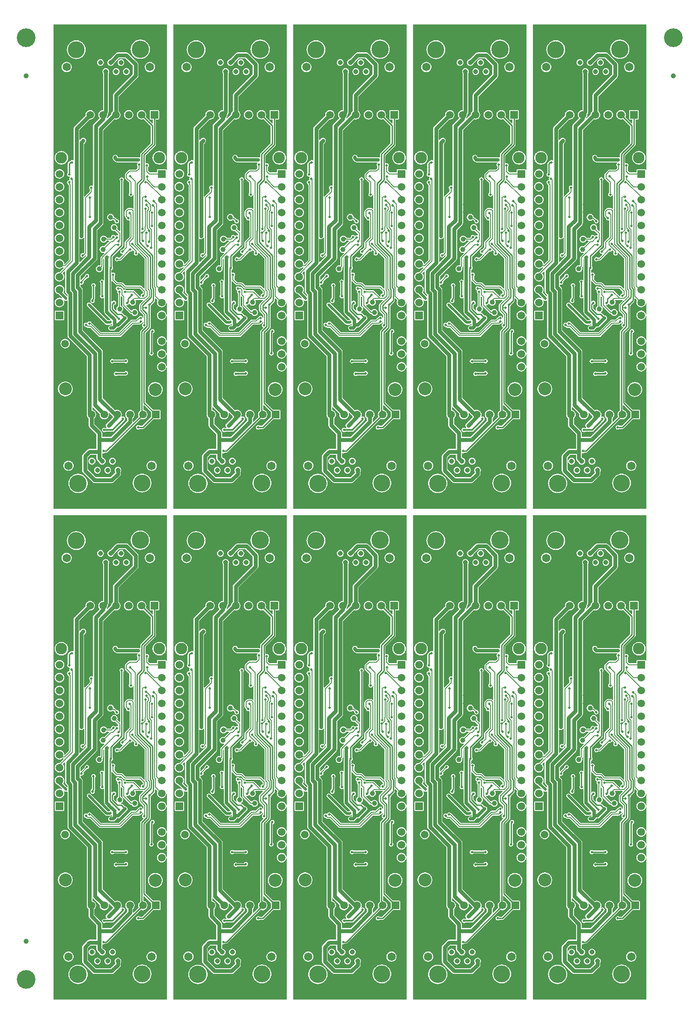
<source format=gbl>
G04*
G04 #@! TF.GenerationSoftware,Altium Limited,Altium Designer,18.1.9 (240)*
G04*
G04 Layer_Physical_Order=2*
G04 Layer_Color=16711680*
%FSAX25Y25*%
%MOIN*%
G70*
G01*
G75*
%ADD10C,0.03937*%
%ADD35R,0.05906X0.05906*%
%ADD37C,0.01000*%
%ADD38C,0.00800*%
%ADD39C,0.02000*%
%ADD41C,0.03000*%
%ADD42C,0.01200*%
%ADD43C,0.02500*%
%ADD45C,0.14567*%
%ADD46C,0.05906*%
%ADD47C,0.10000*%
%ADD48C,0.09000*%
%ADD49C,0.06496*%
%ADD50C,0.13110*%
%ADD51C,0.13504*%
%ADD52C,0.03819*%
%ADD53R,0.05906X0.05906*%
%ADD54C,0.01968*%
G36*
X1252885Y0923020D02*
X1252385Y0922971D01*
X1252372Y0923036D01*
X1252217Y0923267D01*
X1251986Y0923422D01*
X1251713Y0923477D01*
X1245807D01*
X1245534Y0923422D01*
X1245302Y0923267D01*
X1245148Y0923036D01*
X1245093Y0922763D01*
Y0920932D01*
X1239543D01*
X1238311Y0922164D01*
Y0925186D01*
X1238404Y0925248D01*
X1238776Y0925805D01*
X1238907Y0926463D01*
X1238776Y0927120D01*
X1238404Y0927677D01*
X1237847Y0928049D01*
X1237190Y0928180D01*
X1236715Y0928085D01*
X1236215Y0928392D01*
Y0933995D01*
X1243920Y0941701D01*
X1244186Y0942098D01*
X1244279Y0942566D01*
Y0962049D01*
X1246008D01*
X1246281Y0962103D01*
X1246513Y0962258D01*
X1246667Y0962490D01*
X1246722Y0962763D01*
Y0968668D01*
X1246667Y0968941D01*
X1246513Y0969173D01*
X1246281Y0969328D01*
X1246008Y0969382D01*
X1240102D01*
X1239829Y0969328D01*
X1239598Y0969173D01*
X1239443Y0968941D01*
X1239389Y0968668D01*
Y0962763D01*
X1239443Y0962490D01*
X1239598Y0962258D01*
X1239829Y0962103D01*
X1240102Y0962049D01*
X1241832D01*
Y0959323D01*
X1241370Y0959131D01*
X1236358Y0964143D01*
X1236614Y0964762D01*
X1236739Y0965716D01*
X1236614Y0966669D01*
X1236246Y0967558D01*
X1235660Y0968321D01*
X1234897Y0968906D01*
X1234009Y0969274D01*
X1233055Y0969400D01*
X1232102Y0969274D01*
X1231213Y0968906D01*
X1230450Y0968321D01*
X1229865Y0967558D01*
X1229496Y0966669D01*
X1229371Y0965716D01*
X1229496Y0964762D01*
X1229865Y0963873D01*
X1230450Y0963110D01*
X1231213Y0962525D01*
X1232102Y0962157D01*
X1233055Y0962031D01*
X1234009Y0962157D01*
X1234627Y0962413D01*
X1240132Y0956909D01*
Y0943777D01*
X1232426Y0936071D01*
X1232161Y0935675D01*
X1232068Y0935206D01*
Y0932770D01*
X1231568Y0932502D01*
X1231375Y0932631D01*
X1230614Y0932782D01*
X1214705D01*
X1214520Y0932968D01*
X1214457Y0933286D01*
X1214026Y0933930D01*
X1213381Y0934361D01*
X1212620Y0934513D01*
X1211859Y0934361D01*
X1211214Y0933930D01*
X1210783Y0933286D01*
X1210632Y0932525D01*
Y0932056D01*
X1210783Y0931295D01*
X1211214Y0930650D01*
X1212476Y0929389D01*
X1213121Y0928957D01*
X1213882Y0928806D01*
X1229954D01*
X1230105Y0928306D01*
X1229872Y0928150D01*
X1229500Y0927593D01*
X1229369Y0926936D01*
X1229500Y0926279D01*
X1229872Y0925722D01*
X1229965Y0925660D01*
Y0924172D01*
X1228732Y0922939D01*
X1223764D01*
X1223335Y0922854D01*
X1222971Y0922611D01*
X1222971Y0922611D01*
X1220490Y0920131D01*
X1220247Y0919767D01*
X1220162Y0919338D01*
X1220162Y0919338D01*
Y0916660D01*
X1220247Y0916231D01*
X1220490Y0915867D01*
X1220490Y0915867D01*
X1223627Y0912731D01*
Y0905023D01*
X1223534Y0904961D01*
X1223162Y0904404D01*
X1223031Y0903747D01*
X1223162Y0903090D01*
X1223534Y0902533D01*
X1224091Y0902161D01*
X1224748Y0902030D01*
X1225405Y0902161D01*
X1225962Y0902533D01*
X1226335Y0903090D01*
X1226434Y0903588D01*
X1226934Y0903538D01*
Y0892777D01*
X1226472Y0892586D01*
X1226171Y0892887D01*
X1225807Y0893130D01*
X1225378Y0893215D01*
X1225378Y0893215D01*
X1222583D01*
X1222583Y0893215D01*
X1222153Y0893130D01*
X1221790Y0892887D01*
X1221790Y0892887D01*
X1220294Y0891391D01*
X1220051Y0891027D01*
X1219965Y0890598D01*
X1219965Y0890597D01*
Y0887133D01*
X1220051Y0886704D01*
X1220294Y0886340D01*
X1220294Y0886340D01*
X1221156Y0885477D01*
X1221141Y0885401D01*
X1221272Y0884743D01*
X1221644Y0884186D01*
X1222201Y0883814D01*
X1222858Y0883683D01*
X1223323Y0883776D01*
X1223823Y0883464D01*
Y0870865D01*
X1220254Y0867296D01*
X1220011Y0866932D01*
X1219926Y0866503D01*
X1219926Y0866503D01*
Y0862637D01*
X1218243Y0860954D01*
X1218134Y0860976D01*
X1217477Y0860845D01*
X1216920Y0860473D01*
X1216547Y0859916D01*
X1216417Y0859259D01*
X1216547Y0858602D01*
X1216920Y0858045D01*
X1217477Y0857672D01*
X1218134Y0857542D01*
X1218239Y0857563D01*
X1218485Y0857102D01*
X1215976Y0854593D01*
X1215197D01*
X1215136Y0854686D01*
X1214578Y0855058D01*
X1213921Y0855189D01*
X1213264Y0855058D01*
X1212707Y0854686D01*
X1212335Y0854129D01*
X1212204Y0853471D01*
X1212335Y0852814D01*
X1212707Y0852257D01*
X1213264Y0851885D01*
X1213921Y0851754D01*
X1214578Y0851885D01*
X1215136Y0852257D01*
X1215197Y0852350D01*
X1216441D01*
X1216441Y0852350D01*
X1216870Y0852435D01*
X1217234Y0852678D01*
X1223811Y0859255D01*
X1224316Y0859155D01*
X1224973Y0859286D01*
X1225530Y0859658D01*
X1225844Y0860127D01*
X1226388Y0860290D01*
X1227476Y0859202D01*
X1227138Y0858696D01*
X1227007Y0858038D01*
X1227138Y0857381D01*
X1227510Y0856824D01*
X1228067Y0856452D01*
X1228724Y0856321D01*
X1229382Y0856452D01*
X1229939Y0856824D01*
X1230311Y0857381D01*
X1230442Y0858038D01*
X1230370Y0858399D01*
X1230831Y0858646D01*
X1235519Y0853957D01*
Y0830706D01*
X1235058Y0830514D01*
X1233077Y0832494D01*
X1233077Y0832495D01*
X1232713Y0832738D01*
X1232284Y0832823D01*
X1232284Y0832823D01*
X1220674D01*
X1218404Y0835093D01*
X1218040Y0835336D01*
X1217611Y0835421D01*
X1217611Y0835421D01*
X1214345D01*
X1212012Y0837754D01*
Y0840029D01*
X1212105Y0840091D01*
X1212477Y0840648D01*
X1212608Y0841305D01*
X1212477Y0841963D01*
X1212105Y0842520D01*
X1211548Y0842892D01*
X1210891Y0843023D01*
X1210233Y0842892D01*
X1210153Y0842838D01*
X1209653Y0843106D01*
Y0845004D01*
X1209809Y0845035D01*
X1210367Y0845407D01*
X1210739Y0845964D01*
X1210869Y0846621D01*
X1210739Y0847278D01*
X1210376Y0847822D01*
Y0855322D01*
X1218527Y0863472D01*
X1218792Y0863869D01*
X1218885Y0864338D01*
Y0914279D01*
X1219248Y0914822D01*
X1219379Y0915479D01*
X1219248Y0916136D01*
X1218876Y0916694D01*
X1218319Y0917066D01*
X1217661Y0917197D01*
X1217004Y0917066D01*
X1216447Y0916694D01*
X1216075Y0916136D01*
X1215944Y0915479D01*
X1216075Y0914822D01*
X1216438Y0914279D01*
Y0875413D01*
X1215976Y0875222D01*
X1214193Y0877005D01*
X1214316Y0877302D01*
X1214408Y0877999D01*
X1214316Y0878696D01*
X1214048Y0879345D01*
X1213620Y0879902D01*
X1213062Y0880330D01*
X1212413Y0880599D01*
X1211717Y0880691D01*
X1211020Y0880599D01*
X1210371Y0880330D01*
X1209813Y0879902D01*
X1209386Y0879345D01*
X1209117Y0878696D01*
X1209025Y0877999D01*
X1209117Y0877302D01*
X1209386Y0876653D01*
X1209709Y0876232D01*
X1209900Y0875946D01*
X1210264Y0875703D01*
X1210347Y0875686D01*
X1210371Y0875668D01*
X1211020Y0875399D01*
X1211717Y0875307D01*
X1212413Y0875399D01*
X1212564Y0875462D01*
X1214884Y0873142D01*
Y0872260D01*
X1214384Y0871947D01*
X1213921Y0872039D01*
X1213264Y0871908D01*
X1212960Y0871705D01*
X1212312Y0871776D01*
X1212261Y0871851D01*
X1211704Y0872223D01*
X1211047Y0872354D01*
X1210390Y0872223D01*
X1209833Y0871851D01*
X1209461Y0871294D01*
X1209330Y0870637D01*
X1209352Y0870527D01*
X1208890Y0870065D01*
X1206197D01*
X1205702Y0870560D01*
X1205391Y0870965D01*
X1204834Y0871393D01*
X1204185Y0871662D01*
X1203488Y0871754D01*
X1202792Y0871662D01*
X1202142Y0871393D01*
X1201585Y0870965D01*
X1201157Y0870408D01*
X1200888Y0869759D01*
X1200797Y0869062D01*
X1200888Y0868365D01*
X1201157Y0867716D01*
X1201585Y0867159D01*
X1202142Y0866731D01*
X1202792Y0866462D01*
X1203488Y0866370D01*
X1204185Y0866462D01*
X1204834Y0866731D01*
X1205391Y0867159D01*
X1205819Y0867716D01*
X1205863Y0867822D01*
X1207554D01*
X1207761Y0867322D01*
X1203937Y0863498D01*
X1203712Y0863591D01*
X1203016Y0863683D01*
X1202319Y0863591D01*
X1201670Y0863322D01*
X1201113Y0862894D01*
X1200685Y0862337D01*
X1200416Y0861688D01*
X1200324Y0860991D01*
X1200416Y0860295D01*
X1200685Y0859645D01*
X1201113Y0859088D01*
X1201670Y0858660D01*
X1202319Y0858391D01*
X1203016Y0858300D01*
X1203712Y0858391D01*
X1203848Y0858448D01*
X1204132Y0858024D01*
X1201396Y0855288D01*
X1201153Y0854924D01*
X1201067Y0854495D01*
X1201067Y0854495D01*
Y0849100D01*
X1200567Y0848682D01*
X1200260Y0848722D01*
X1199563Y0848630D01*
X1198914Y0848361D01*
X1198357Y0847934D01*
X1197929Y0847376D01*
X1197660Y0846727D01*
X1197568Y0846031D01*
X1197660Y0845334D01*
X1197929Y0844685D01*
X1198357Y0844127D01*
X1198914Y0843700D01*
X1199563Y0843431D01*
X1200260Y0843339D01*
X1200957Y0843431D01*
X1201606Y0843700D01*
X1202163Y0844127D01*
X1202591Y0844685D01*
X1202860Y0845334D01*
X1202951Y0846031D01*
X1202860Y0846727D01*
X1202767Y0846951D01*
X1202982Y0847167D01*
X1202982Y0847167D01*
X1203225Y0847530D01*
X1203310Y0847960D01*
Y0853672D01*
X1203402Y0853733D01*
X1203902Y0853465D01*
Y0837332D01*
X1203705Y0837204D01*
X1203402Y0837113D01*
X1202925Y0837432D01*
X1202268Y0837563D01*
X1201611Y0837432D01*
X1201054Y0837060D01*
X1200681Y0836503D01*
X1200550Y0835845D01*
X1200681Y0835188D01*
X1201044Y0834645D01*
Y0825814D01*
X1200760Y0825389D01*
X1200629Y0824731D01*
X1200760Y0824074D01*
X1201132Y0823517D01*
X1201689Y0823145D01*
X1202347Y0823014D01*
X1203004Y0823145D01*
X1203402Y0823411D01*
X1203902Y0823196D01*
Y0812353D01*
X1204053Y0811592D01*
X1204484Y0810948D01*
X1208250Y0807181D01*
X1208294Y0807152D01*
X1208743Y0806703D01*
X1208578Y0806160D01*
X1208258Y0806096D01*
X1207984Y0805914D01*
X1206686D01*
X1193415Y0819185D01*
X1192852Y0819561D01*
X1192189Y0819693D01*
X1191526Y0819561D01*
X1190963Y0819185D01*
X1190588Y0818623D01*
X1190456Y0817960D01*
X1190588Y0817296D01*
X1190963Y0816734D01*
X1204743Y0802954D01*
X1205305Y0802579D01*
X1205968Y0802447D01*
X1208606D01*
X1209270Y0802579D01*
X1209701Y0802867D01*
X1210091Y0802717D01*
X1210201Y0802616D01*
Y0801972D01*
X1210145Y0801916D01*
X1209157D01*
X1208397Y0801765D01*
X1207752Y0801334D01*
X1207321Y0800689D01*
X1207169Y0799928D01*
X1207321Y0799167D01*
X1207752Y0798522D01*
X1208397Y0798091D01*
X1209157Y0797940D01*
X1210968D01*
X1211729Y0798091D01*
X1212374Y0798522D01*
X1213595Y0799743D01*
X1214021Y0800381D01*
X1214905D01*
X1215666Y0800532D01*
X1216311Y0800963D01*
X1221626Y0806278D01*
X1222057Y0806923D01*
X1222209Y0807684D01*
X1222057Y0808445D01*
X1221626Y0809090D01*
X1220981Y0809521D01*
X1220220Y0809672D01*
X1220005Y0809630D01*
X1218054Y0811581D01*
X1217657Y0811846D01*
X1217329Y0811911D01*
X1217261Y0812424D01*
X1217393Y0812479D01*
X1217951Y0812907D01*
X1218378Y0813464D01*
X1218647Y0814114D01*
X1218739Y0814810D01*
X1218647Y0815507D01*
X1218378Y0816156D01*
X1217951Y0816713D01*
X1217393Y0817141D01*
X1216973Y0817315D01*
Y0824352D01*
X1217473Y0824559D01*
X1218193Y0823838D01*
Y0817645D01*
X1218193Y0817645D01*
X1218279Y0817216D01*
X1218522Y0816852D01*
X1218522Y0816852D01*
X1224191Y0811182D01*
X1224555Y0810939D01*
X1224984Y0810854D01*
X1224984Y0810854D01*
X1225252D01*
X1225345Y0810630D01*
X1225773Y0810072D01*
X1226330Y0809645D01*
X1226979Y0809376D01*
X1227676Y0809284D01*
X1228372Y0809376D01*
X1229022Y0809645D01*
X1229579Y0810072D01*
X1230007Y0810630D01*
X1230276Y0811279D01*
X1230367Y0811975D01*
X1230276Y0812672D01*
X1230007Y0813321D01*
X1229579Y0813879D01*
X1229022Y0814306D01*
X1228372Y0814575D01*
X1227676Y0814667D01*
X1226979Y0814575D01*
X1226330Y0814306D01*
X1225773Y0813879D01*
X1225600Y0813653D01*
X1224942Y0813603D01*
X1221219Y0817327D01*
X1221465Y0817788D01*
X1221717Y0817738D01*
X1222375Y0817869D01*
X1222932Y0818241D01*
X1223149Y0818566D01*
X1223713Y0818511D01*
X1223716Y0818504D01*
X1224144Y0817946D01*
X1224701Y0817519D01*
X1225351Y0817250D01*
X1226047Y0817158D01*
X1226744Y0817250D01*
X1227393Y0817519D01*
X1227950Y0817946D01*
X1228378Y0818504D01*
X1228647Y0819153D01*
X1228739Y0819849D01*
X1228647Y0820546D01*
X1228378Y0821195D01*
X1228299Y0821299D01*
X1228545Y0821799D01*
X1234085D01*
X1234276Y0821337D01*
X1231607Y0818668D01*
X1231364Y0818304D01*
X1231279Y0817874D01*
X1231279Y0817874D01*
Y0813615D01*
X1231279Y0813615D01*
X1231364Y0813186D01*
X1231607Y0812822D01*
X1234526Y0809903D01*
Y0807928D01*
X1234026Y0807878D01*
X1233934Y0808340D01*
X1233562Y0808898D01*
X1233004Y0809270D01*
X1232347Y0809401D01*
X1231690Y0809270D01*
X1231133Y0808898D01*
X1231011Y0808715D01*
X1230654Y0808476D01*
X1230654Y0808476D01*
X1228467Y0806290D01*
X1225426D01*
X1225426Y0806290D01*
X1224997Y0806205D01*
X1224633Y0805961D01*
X1224633Y0805961D01*
X1215450Y0796779D01*
X1201605D01*
X1194312Y0804072D01*
X1194312Y0804072D01*
X1193948Y0804315D01*
X1193817Y0804341D01*
X1193715Y0804493D01*
X1193158Y0804865D01*
X1192501Y0804996D01*
X1191844Y0804865D01*
X1191287Y0804493D01*
X1191060Y0804153D01*
X1190490Y0803994D01*
X1189833Y0804125D01*
X1189176Y0803994D01*
X1188618Y0803622D01*
X1188246Y0803065D01*
X1188116Y0802408D01*
X1188246Y0801751D01*
X1188618Y0801194D01*
X1189176Y0800821D01*
X1189833Y0800690D01*
X1189942Y0800712D01*
X1190253Y0800401D01*
X1190617Y0800158D01*
X1191046Y0800073D01*
X1191046Y0800073D01*
X1193017D01*
X1199726Y0793364D01*
X1200090Y0793121D01*
X1200519Y0793036D01*
X1200519Y0793036D01*
X1216536D01*
X1216536Y0793036D01*
X1216965Y0793121D01*
X1217329Y0793364D01*
X1226512Y0802547D01*
X1231323D01*
X1231323Y0802547D01*
X1231752Y0802632D01*
X1232116Y0802875D01*
X1232566Y0803326D01*
X1233043Y0803420D01*
X1233600Y0803793D01*
X1233972Y0804350D01*
X1234026Y0804618D01*
X1234526Y0804569D01*
Y0803743D01*
X1234406Y0803719D01*
X1233849Y0803347D01*
X1233477Y0802790D01*
X1233346Y0802133D01*
X1233477Y0801476D01*
X1233849Y0800919D01*
X1234274Y0800634D01*
X1234420Y0800073D01*
X1232426Y0798079D01*
X1232161Y0797683D01*
X1232068Y0797214D01*
Y0735667D01*
X1231474Y0735211D01*
X1230888Y0734447D01*
X1230520Y0733559D01*
X1230394Y0732605D01*
X1230520Y0731652D01*
X1230776Y0731033D01*
X1226822Y0727079D01*
X1226322Y0727286D01*
Y0729722D01*
X1226684Y0730000D01*
X1227269Y0730763D01*
X1227637Y0731652D01*
X1227763Y0732605D01*
X1227637Y0733559D01*
X1227269Y0734447D01*
X1226684Y0735211D01*
X1225921Y0735796D01*
X1225032Y0736164D01*
X1224079Y0736290D01*
X1223125Y0736164D01*
X1222237Y0735796D01*
X1221474Y0735211D01*
X1220888Y0734447D01*
X1220520Y0733559D01*
X1220395Y0732605D01*
X1220520Y0731652D01*
X1220888Y0730763D01*
X1221474Y0730000D01*
X1221836Y0729722D01*
Y0727865D01*
X1209134Y0715163D01*
X1202429D01*
Y0718191D01*
X1202258Y0719050D01*
X1201772Y0719777D01*
X1196322Y0725227D01*
Y0729722D01*
X1196684Y0730000D01*
X1197269Y0730763D01*
X1197637Y0731652D01*
X1197763Y0732605D01*
X1197637Y0733559D01*
X1197269Y0734447D01*
X1196684Y0735211D01*
X1195921Y0735796D01*
X1195032Y0736164D01*
X1194826Y0736191D01*
Y0738021D01*
X1195326Y0738186D01*
X1200454Y0733058D01*
X1200395Y0732605D01*
X1200520Y0731652D01*
X1200888Y0730763D01*
X1201474Y0730000D01*
X1202237Y0729415D01*
X1203125Y0729047D01*
X1204079Y0728921D01*
X1205032Y0729047D01*
X1205921Y0729415D01*
X1206684Y0730000D01*
X1207269Y0730763D01*
X1207638Y0731652D01*
X1207763Y0732605D01*
X1207638Y0733559D01*
X1207576Y0733707D01*
X1207999Y0733992D01*
X1210620Y0731410D01*
X1210873Y0730800D01*
X1205800Y0725727D01*
X1205313Y0724999D01*
X1205143Y0724141D01*
X1205313Y0723282D01*
X1205800Y0722555D01*
X1205879Y0722502D01*
X1205727Y0722002D01*
X1204989D01*
X1204657Y0722223D01*
X1204000Y0722354D01*
X1203343Y0722223D01*
X1202786Y0721851D01*
X1202413Y0721294D01*
X1202283Y0720637D01*
X1202413Y0719980D01*
X1202786Y0719423D01*
X1203343Y0719050D01*
X1204000Y0718920D01*
X1204657Y0719050D01*
X1205107Y0719351D01*
X1210614D01*
X1211121Y0719452D01*
X1211551Y0719739D01*
X1219504Y0727692D01*
X1219754Y0728066D01*
X1219781Y0728084D01*
X1220154Y0728641D01*
X1220284Y0729298D01*
X1220154Y0729955D01*
X1219781Y0730513D01*
X1219224Y0730885D01*
X1218567Y0731015D01*
X1217910Y0730885D01*
X1217842Y0730840D01*
X1217438Y0731171D01*
X1217638Y0731652D01*
X1217763Y0732605D01*
X1217638Y0733559D01*
X1217269Y0734447D01*
X1216684Y0735211D01*
X1215921Y0735796D01*
X1215032Y0736164D01*
X1214079Y0736290D01*
X1213125Y0736164D01*
X1212465Y0735890D01*
X1202897Y0745315D01*
Y0781620D01*
X1202726Y0782479D01*
X1202240Y0783206D01*
X1187266Y0798180D01*
Y0829607D01*
X1187095Y0830465D01*
X1186609Y0831193D01*
X1185343Y0832459D01*
Y0833251D01*
X1185843Y0833574D01*
X1186284Y0833486D01*
X1186942Y0833617D01*
X1187499Y0833989D01*
X1187871Y0834546D01*
X1188002Y0835203D01*
X1187871Y0835860D01*
X1187818Y0835940D01*
X1190505Y0838626D01*
X1190614Y0838605D01*
X1191271Y0838735D01*
X1191829Y0839108D01*
X1192201Y0839665D01*
X1192332Y0840322D01*
X1192201Y0840979D01*
X1191829Y0841536D01*
X1191271Y0841908D01*
X1190614Y0842039D01*
X1189957Y0841908D01*
X1189400Y0841536D01*
X1189028Y0840979D01*
X1188897Y0840322D01*
X1188919Y0840213D01*
X1185843Y0837137D01*
X1185343Y0837344D01*
Y0839917D01*
X1197988Y0852562D01*
X1198474Y0853290D01*
X1198645Y0854148D01*
Y0875968D01*
X1202638Y0879961D01*
X1203124Y0880689D01*
X1203295Y0881547D01*
Y0953768D01*
X1211807Y0962279D01*
X1212102Y0962157D01*
X1213055Y0962031D01*
X1214009Y0962157D01*
X1214897Y0962525D01*
X1215660Y0963110D01*
X1216246Y0963873D01*
X1216614Y0964762D01*
X1216739Y0965716D01*
X1216614Y0966669D01*
X1216246Y0967558D01*
X1215660Y0968321D01*
X1215298Y0968599D01*
Y0979944D01*
X1229996Y0994641D01*
X1230482Y0995369D01*
X1230653Y0996227D01*
Y1004889D01*
X1230482Y1005747D01*
X1229996Y1006475D01*
X1222909Y1013562D01*
X1222181Y1014048D01*
X1221323Y1014219D01*
X1214630D01*
X1213772Y1014048D01*
X1213044Y1013562D01*
X1208417Y1008935D01*
X1208358Y1008927D01*
X1207723Y1008664D01*
X1207178Y1008246D01*
X1206760Y1007701D01*
X1206497Y1007066D01*
X1206407Y1006385D01*
X1206497Y1005704D01*
X1206760Y1005069D01*
X1207178Y1004524D01*
X1207723Y1004105D01*
X1208358Y1003843D01*
X1209039Y1003753D01*
X1209721Y1003843D01*
X1210355Y1004105D01*
X1210900Y1004524D01*
X1211319Y1005069D01*
X1211582Y1005704D01*
X1211590Y1005763D01*
X1215559Y1009732D01*
X1220394D01*
X1226166Y1003960D01*
Y0997157D01*
X1211469Y0982459D01*
X1210983Y0981732D01*
X1210812Y0980873D01*
Y0968599D01*
X1210450Y0968321D01*
X1209865Y0967558D01*
X1209496Y0966669D01*
X1209443Y0966259D01*
X1206281Y0963098D01*
X1205904Y0963428D01*
X1206246Y0963873D01*
X1206614Y0964762D01*
X1206739Y0965716D01*
X1206680Y0966168D01*
X1206846Y0966334D01*
X1207332Y0967062D01*
X1207503Y0967920D01*
Y0997974D01*
X1207539Y0998022D01*
X1207802Y0998656D01*
X1207892Y0999338D01*
X1207802Y1000019D01*
X1207539Y1000654D01*
X1207121Y1001199D01*
X1206576Y1001617D01*
X1205941Y1001880D01*
X1205260Y1001970D01*
X1204579Y1001880D01*
X1203944Y1001617D01*
X1203399Y1001199D01*
X1202981Y1000654D01*
X1202718Y1000019D01*
X1202628Y0999338D01*
X1202718Y0998656D01*
X1202981Y0998022D01*
X1203017Y0997974D01*
Y0969395D01*
X1202102Y0969274D01*
X1201213Y0968906D01*
X1200450Y0968321D01*
X1199864Y0967558D01*
X1199496Y0966669D01*
X1199371Y0965716D01*
X1199496Y0964762D01*
X1199864Y0963873D01*
X1200423Y0963146D01*
X1195766Y0958488D01*
X1195280Y0957761D01*
X1195109Y0956902D01*
Y0910877D01*
X1194743Y0910682D01*
X1194609Y0910658D01*
X1194000Y0910779D01*
X1193343Y0910649D01*
X1192786Y0910276D01*
X1192414Y0909719D01*
X1192283Y0909062D01*
X1192414Y0908405D01*
X1192786Y0907848D01*
X1192879Y0907786D01*
Y0906219D01*
X1188790Y0902131D01*
X1188353Y0902269D01*
X1188290Y0902316D01*
Y0943133D01*
X1189248Y0944090D01*
X1189734Y0944818D01*
X1189905Y0945676D01*
X1189734Y0946535D01*
X1189248Y0947262D01*
X1188520Y0947749D01*
X1187661Y0947919D01*
X1186803Y0947749D01*
X1186075Y0947262D01*
X1185052Y0946239D01*
X1184590Y0946431D01*
Y0954079D01*
X1192603Y0962091D01*
X1193055Y0962031D01*
X1194009Y0962157D01*
X1194897Y0962525D01*
X1195660Y0963110D01*
X1196246Y0963873D01*
X1196614Y0964762D01*
X1196739Y0965716D01*
X1196614Y0966669D01*
X1196246Y0967558D01*
X1195660Y0968321D01*
X1194897Y0968906D01*
X1194009Y0969274D01*
X1193055Y0969400D01*
X1192102Y0969274D01*
X1191213Y0968906D01*
X1190450Y0968321D01*
X1189865Y0967558D01*
X1189496Y0966669D01*
X1189371Y0965716D01*
X1189431Y0965263D01*
X1180761Y0956594D01*
X1180275Y0955866D01*
X1180104Y0955008D01*
Y0930619D01*
X1179604Y0930352D01*
X1179539Y0930395D01*
X1178882Y0930526D01*
X1178225Y0930395D01*
X1177668Y0930023D01*
X1177642Y0929985D01*
X1177412Y0929939D01*
X1177015Y0929674D01*
X1175970Y0928628D01*
X1175704Y0928231D01*
X1175611Y0927763D01*
Y0920459D01*
X1175248Y0919916D01*
X1175117Y0919259D01*
X1175248Y0918602D01*
X1175620Y0918045D01*
X1176178Y0917672D01*
X1176835Y0917542D01*
X1177050Y0917585D01*
X1177172Y0917432D01*
X1177298Y0917124D01*
X1176980Y0916648D01*
X1176850Y0915991D01*
X1176980Y0915334D01*
X1176989Y0915322D01*
X1176688Y0914872D01*
X1176677Y0914874D01*
X1176020Y0914743D01*
X1175463Y0914371D01*
X1175091Y0913814D01*
X1174960Y0913157D01*
X1175091Y0912499D01*
X1175463Y0911942D01*
X1175641Y0911823D01*
X1175641Y0911822D01*
X1175884Y0911458D01*
X1175884Y0911458D01*
X1176501Y0910842D01*
Y0852991D01*
X1173320Y0849811D01*
X1172815Y0850013D01*
X1172716Y0850764D01*
X1172348Y0851652D01*
X1171763Y0852415D01*
X1171000Y0853001D01*
X1170111Y0853369D01*
X1169158Y0853494D01*
X1168204Y0853369D01*
X1167315Y0853001D01*
X1166552Y0852415D01*
X1165967Y0851652D01*
X1165599Y0850764D01*
X1165473Y0849810D01*
X1165599Y0848857D01*
X1165967Y0847968D01*
X1166552Y0847205D01*
X1167315Y0846619D01*
X1168204Y0846251D01*
X1169158Y0846126D01*
X1170111Y0846251D01*
X1171000Y0846619D01*
X1171632Y0847105D01*
X1172323D01*
X1172515Y0846643D01*
X1169342Y0843470D01*
X1169158Y0843494D01*
X1168204Y0843369D01*
X1167315Y0843001D01*
X1166552Y0842415D01*
X1165967Y0841652D01*
X1165599Y0840764D01*
X1165473Y0839810D01*
X1165599Y0838857D01*
X1165967Y0837968D01*
X1166552Y0837205D01*
X1167315Y0836619D01*
X1168204Y0836251D01*
X1169158Y0836126D01*
X1170111Y0836251D01*
X1171000Y0836619D01*
X1171763Y0837205D01*
X1172348Y0837968D01*
X1172716Y0838857D01*
X1172842Y0839810D01*
X1172716Y0840764D01*
X1172348Y0841652D01*
X1171763Y0842415D01*
X1171744Y0842700D01*
X1172958Y0843914D01*
X1173457Y0843706D01*
Y0828464D01*
X1173628Y0827606D01*
X1174114Y0826878D01*
X1175380Y0825612D01*
Y0824896D01*
X1174880Y0824689D01*
X1172024Y0827545D01*
X1172348Y0827968D01*
X1172716Y0828856D01*
X1172842Y0829810D01*
X1172716Y0830764D01*
X1172348Y0831652D01*
X1171763Y0832415D01*
X1171000Y0833001D01*
X1170111Y0833369D01*
X1169158Y0833494D01*
X1168204Y0833369D01*
X1167315Y0833001D01*
X1166552Y0832415D01*
X1165967Y0831652D01*
X1165599Y0830764D01*
X1165473Y0829810D01*
X1165599Y0828856D01*
X1165967Y0827968D01*
X1166552Y0827205D01*
X1167315Y0826619D01*
X1168204Y0826251D01*
X1168447Y0826219D01*
X1171255Y0823410D01*
X1171000Y0823001D01*
X1170111Y0823369D01*
X1169158Y0823494D01*
X1168204Y0823369D01*
X1167315Y0823001D01*
X1166552Y0822415D01*
X1165967Y0821652D01*
X1165599Y0820764D01*
X1165473Y0819810D01*
X1165599Y0818857D01*
X1165967Y0817968D01*
X1166552Y0817205D01*
X1167315Y0816619D01*
X1168204Y0816251D01*
X1169158Y0816126D01*
X1170111Y0816251D01*
X1171000Y0816619D01*
X1171763Y0817205D01*
X1172348Y0817968D01*
X1172716Y0818857D01*
X1172842Y0819810D01*
X1172716Y0820764D01*
X1172548Y0821169D01*
X1172978Y0821438D01*
X1173443Y0821127D01*
X1174106Y0820995D01*
X1174769Y0821127D01*
X1174880Y0821201D01*
X1175380Y0820934D01*
Y0793832D01*
X1175550Y0792974D01*
X1176037Y0792246D01*
X1190340Y0777943D01*
Y0734101D01*
X1190491Y0733340D01*
X1190394Y0732605D01*
X1190520Y0731652D01*
X1190888Y0730763D01*
X1191474Y0730000D01*
X1191836Y0729722D01*
Y0724298D01*
X1192006Y0723440D01*
X1192493Y0722712D01*
X1197943Y0717262D01*
Y0705951D01*
X1192548D01*
X1191689Y0705780D01*
X1190962Y0705294D01*
X1187453Y0701785D01*
X1186967Y0701058D01*
X1186796Y0700199D01*
Y0689141D01*
X1186967Y0688282D01*
X1187453Y0687555D01*
X1194934Y0680074D01*
X1195661Y0679588D01*
X1196520Y0679417D01*
X1209906D01*
X1210764Y0679588D01*
X1211492Y0680074D01*
X1216255Y0684838D01*
X1216742Y0685566D01*
X1216912Y0686424D01*
Y0687935D01*
X1216949Y0687982D01*
X1217212Y0688617D01*
X1217301Y0689298D01*
X1217212Y0689980D01*
X1216949Y0690614D01*
X1216530Y0691159D01*
X1215985Y0691578D01*
X1215351Y0691841D01*
X1214669Y0691930D01*
X1213988Y0691841D01*
X1213353Y0691578D01*
X1212808Y0691159D01*
X1212390Y0690614D01*
X1212127Y0689980D01*
X1212037Y0689298D01*
X1212127Y0688617D01*
X1212390Y0687982D01*
X1212426Y0687935D01*
Y0687353D01*
X1208976Y0683904D01*
X1197449D01*
X1191282Y0690070D01*
Y0699270D01*
X1193477Y0701465D01*
X1197943D01*
Y0698624D01*
X1198114Y0697766D01*
X1198600Y0697038D01*
X1199914Y0695723D01*
X1199922Y0695664D01*
X1200185Y0695029D01*
X1200603Y0694484D01*
X1201149Y0694066D01*
X1201783Y0693803D01*
X1202465Y0693714D01*
X1203146Y0693803D01*
X1203781Y0694066D01*
X1204326Y0694484D01*
X1204744Y0695029D01*
X1205007Y0695664D01*
X1205097Y0696346D01*
X1205007Y0697027D01*
X1204744Y0697661D01*
X1204326Y0698207D01*
X1203781Y0698625D01*
X1203146Y0698888D01*
X1203087Y0698896D01*
X1202429Y0699553D01*
Y0702228D01*
X1202929Y0702551D01*
X1203370Y0702463D01*
X1204027Y0702594D01*
X1204571Y0702957D01*
X1205654D01*
X1206122Y0703050D01*
X1206519Y0703315D01*
X1232507Y0729303D01*
X1233125Y0729047D01*
X1234079Y0728921D01*
X1235032Y0729047D01*
X1235921Y0729415D01*
X1236684Y0730000D01*
X1237269Y0730763D01*
X1237638Y0731652D01*
X1237763Y0732605D01*
X1237638Y0733559D01*
X1237269Y0734447D01*
X1236684Y0735211D01*
X1235921Y0735796D01*
X1235032Y0736164D01*
X1234515Y0736232D01*
Y0739786D01*
X1234977Y0739977D01*
X1240412Y0734542D01*
Y0730669D01*
X1233611Y0723868D01*
X1231736D01*
X1231193Y0724231D01*
X1230536Y0724362D01*
X1229878Y0724231D01*
X1229321Y0723859D01*
X1228949Y0723302D01*
X1228818Y0722645D01*
X1228949Y0721988D01*
X1229321Y0721430D01*
X1229878Y0721058D01*
X1230536Y0720927D01*
X1231193Y0721058D01*
X1231736Y0721421D01*
X1234118D01*
X1234586Y0721514D01*
X1234983Y0721780D01*
X1242143Y0728939D01*
X1247031D01*
X1247305Y0728993D01*
X1247536Y0729148D01*
X1247691Y0729380D01*
X1247745Y0729653D01*
Y0735558D01*
X1247691Y0735831D01*
X1247536Y0736063D01*
X1247305Y0736217D01*
X1247031Y0736272D01*
X1242143D01*
X1236215Y0742200D01*
Y0796003D01*
X1239812Y0799601D01*
X1240078Y0799998D01*
X1240171Y0800466D01*
Y0816820D01*
X1240294Y0816902D01*
X1240666Y0817459D01*
X1240794Y0818100D01*
X1243172Y0820479D01*
X1243437Y0820876D01*
X1243531Y0821344D01*
Y0822800D01*
X1243993Y0822991D01*
X1245500Y0821484D01*
X1245201Y0820764D01*
X1245076Y0819810D01*
X1245201Y0818857D01*
X1245569Y0817968D01*
X1246155Y0817205D01*
X1246918Y0816619D01*
X1247806Y0816251D01*
X1248760Y0816126D01*
X1249713Y0816251D01*
X1250602Y0816619D01*
X1251365Y0817205D01*
X1251950Y0817968D01*
X1252319Y0818857D01*
X1252385Y0819360D01*
X1252885Y0819327D01*
Y0810293D01*
X1252385Y0810260D01*
X1252319Y0810764D01*
X1251950Y0811652D01*
X1251365Y0812415D01*
X1250602Y0813001D01*
X1249713Y0813369D01*
X1248760Y0813494D01*
X1247806Y0813369D01*
X1246918Y0813001D01*
X1246155Y0812415D01*
X1245569Y0811652D01*
X1245201Y0810764D01*
X1245076Y0809810D01*
X1245201Y0808856D01*
X1245569Y0807968D01*
X1246155Y0807205D01*
X1246918Y0806619D01*
X1247806Y0806251D01*
X1248760Y0806126D01*
X1249713Y0806251D01*
X1250602Y0806619D01*
X1251365Y0807205D01*
X1251950Y0807968D01*
X1252319Y0808856D01*
X1252385Y0809360D01*
X1252885Y0809327D01*
Y0790293D01*
X1252385Y0790260D01*
X1252319Y0790764D01*
X1251950Y0791652D01*
X1251365Y0792415D01*
X1250602Y0793001D01*
X1249713Y0793369D01*
X1248760Y0793494D01*
X1247806Y0793369D01*
X1246918Y0793001D01*
X1246155Y0792415D01*
X1245569Y0791652D01*
X1245201Y0790764D01*
X1245076Y0789810D01*
X1245201Y0788857D01*
X1245569Y0787968D01*
X1246155Y0787205D01*
X1246918Y0786619D01*
X1247806Y0786251D01*
X1248760Y0786126D01*
X1249713Y0786251D01*
X1250602Y0786619D01*
X1251365Y0787205D01*
X1251950Y0787968D01*
X1252319Y0788857D01*
X1252385Y0789360D01*
X1252885Y0789327D01*
Y0780293D01*
X1252385Y0780260D01*
X1252319Y0780764D01*
X1251950Y0781652D01*
X1251365Y0782415D01*
X1250602Y0783001D01*
X1249713Y0783369D01*
X1248760Y0783494D01*
X1247806Y0783369D01*
X1246918Y0783001D01*
X1246155Y0782415D01*
X1245569Y0781652D01*
X1245201Y0780764D01*
X1245076Y0779810D01*
X1245201Y0778857D01*
X1245569Y0777968D01*
X1246155Y0777205D01*
X1246918Y0776619D01*
X1247806Y0776251D01*
X1248760Y0776126D01*
X1249713Y0776251D01*
X1250602Y0776619D01*
X1251365Y0777205D01*
X1251950Y0777968D01*
X1252319Y0778857D01*
X1252385Y0779360D01*
X1252885Y0779327D01*
Y0770293D01*
X1252385Y0770260D01*
X1252319Y0770764D01*
X1251950Y0771652D01*
X1251365Y0772415D01*
X1250602Y0773001D01*
X1249713Y0773369D01*
X1248760Y0773494D01*
X1247806Y0773369D01*
X1246918Y0773001D01*
X1246155Y0772415D01*
X1245569Y0771652D01*
X1245201Y0770764D01*
X1245076Y0769810D01*
X1245201Y0768856D01*
X1245569Y0767968D01*
X1246155Y0767205D01*
X1246918Y0766619D01*
X1247806Y0766251D01*
X1248760Y0766126D01*
X1249713Y0766251D01*
X1250602Y0766619D01*
X1251365Y0767205D01*
X1251950Y0767968D01*
X1252319Y0768856D01*
X1252385Y0769360D01*
X1252885Y0769327D01*
Y0659390D01*
X1164525D01*
Y1036096D01*
X1252885D01*
Y0923020D01*
D02*
G37*
G36*
X1159535D02*
X1159035Y0922971D01*
X1159023Y0923036D01*
X1158868Y0923267D01*
X1158636Y0923422D01*
X1158363Y0923477D01*
X1152458D01*
X1152184Y0923422D01*
X1151953Y0923267D01*
X1151798Y0923036D01*
X1151744Y0922763D01*
Y0920932D01*
X1146194D01*
X1144962Y0922164D01*
Y0925186D01*
X1145055Y0925248D01*
X1145427Y0925805D01*
X1145558Y0926463D01*
X1145427Y0927120D01*
X1145055Y0927677D01*
X1144497Y0928049D01*
X1143840Y0928180D01*
X1143365Y0928085D01*
X1142865Y0928392D01*
Y0933995D01*
X1150571Y0941701D01*
X1150836Y0942098D01*
X1150929Y0942566D01*
Y0962049D01*
X1152658D01*
X1152932Y0962103D01*
X1153163Y0962258D01*
X1153318Y0962490D01*
X1153372Y0962763D01*
Y0968668D01*
X1153318Y0968941D01*
X1153163Y0969173D01*
X1152932Y0969328D01*
X1152658Y0969382D01*
X1146753D01*
X1146480Y0969328D01*
X1146248Y0969173D01*
X1146094Y0968941D01*
X1146039Y0968668D01*
Y0962763D01*
X1146094Y0962490D01*
X1146248Y0962258D01*
X1146480Y0962103D01*
X1146753Y0962049D01*
X1148482D01*
Y0959323D01*
X1148020Y0959131D01*
X1143008Y0964143D01*
X1143264Y0964762D01*
X1143390Y0965716D01*
X1143264Y0966669D01*
X1142896Y0967558D01*
X1142311Y0968321D01*
X1141548Y0968906D01*
X1140659Y0969274D01*
X1139706Y0969400D01*
X1138752Y0969274D01*
X1137864Y0968906D01*
X1137101Y0968321D01*
X1136515Y0967558D01*
X1136147Y0966669D01*
X1136021Y0965716D01*
X1136147Y0964762D01*
X1136515Y0963873D01*
X1137101Y0963110D01*
X1137864Y0962525D01*
X1138752Y0962157D01*
X1139706Y0962031D01*
X1140659Y0962157D01*
X1141278Y0962413D01*
X1146782Y0956909D01*
Y0943777D01*
X1139077Y0936071D01*
X1138811Y0935675D01*
X1138718Y0935206D01*
Y0932770D01*
X1138218Y0932502D01*
X1138026Y0932631D01*
X1137265Y0932782D01*
X1121356D01*
X1121171Y0932968D01*
X1121107Y0933286D01*
X1120677Y0933930D01*
X1120032Y0934361D01*
X1119271Y0934513D01*
X1118510Y0934361D01*
X1117865Y0933930D01*
X1117434Y0933286D01*
X1117282Y0932525D01*
Y0932056D01*
X1117434Y0931295D01*
X1117865Y0930650D01*
X1119127Y0929389D01*
X1119772Y0928957D01*
X1120533Y0928806D01*
X1136604D01*
X1136756Y0928306D01*
X1136523Y0928150D01*
X1136151Y0927593D01*
X1136020Y0926936D01*
X1136151Y0926279D01*
X1136523Y0925722D01*
X1136616Y0925660D01*
Y0924172D01*
X1135383Y0922939D01*
X1130414D01*
X1129985Y0922854D01*
X1129621Y0922611D01*
X1129621Y0922611D01*
X1127141Y0920131D01*
X1126898Y0919767D01*
X1126812Y0919338D01*
X1126812Y0919338D01*
Y0916660D01*
X1126898Y0916231D01*
X1127141Y0915867D01*
X1127141Y0915867D01*
X1130277Y0912731D01*
Y0905023D01*
X1130184Y0904961D01*
X1129812Y0904404D01*
X1129681Y0903747D01*
X1129812Y0903090D01*
X1130184Y0902533D01*
X1130742Y0902161D01*
X1131399Y0902030D01*
X1132056Y0902161D01*
X1132613Y0902533D01*
X1132985Y0903090D01*
X1133084Y0903588D01*
X1133584Y0903538D01*
Y0892777D01*
X1133122Y0892586D01*
X1132822Y0892887D01*
X1132458Y0893130D01*
X1132028Y0893215D01*
X1132028Y0893215D01*
X1129233D01*
X1129233Y0893215D01*
X1128804Y0893130D01*
X1128440Y0892887D01*
X1128440Y0892887D01*
X1126944Y0891391D01*
X1126701Y0891027D01*
X1126616Y0890598D01*
X1126616Y0890597D01*
Y0887133D01*
X1126701Y0886704D01*
X1126944Y0886340D01*
X1126944Y0886340D01*
X1127807Y0885477D01*
X1127792Y0885401D01*
X1127922Y0884743D01*
X1128295Y0884186D01*
X1128852Y0883814D01*
X1129509Y0883683D01*
X1129974Y0883776D01*
X1130474Y0883464D01*
Y0870865D01*
X1126905Y0867296D01*
X1126662Y0866932D01*
X1126576Y0866503D01*
X1126576Y0866503D01*
Y0862637D01*
X1124894Y0860954D01*
X1124784Y0860976D01*
X1124127Y0860845D01*
X1123570Y0860473D01*
X1123198Y0859916D01*
X1123067Y0859259D01*
X1123198Y0858602D01*
X1123570Y0858045D01*
X1124127Y0857672D01*
X1124784Y0857542D01*
X1124889Y0857563D01*
X1125136Y0857102D01*
X1122627Y0854593D01*
X1121848D01*
X1121786Y0854686D01*
X1121229Y0855058D01*
X1120572Y0855189D01*
X1119915Y0855058D01*
X1119358Y0854686D01*
X1118985Y0854129D01*
X1118855Y0853471D01*
X1118985Y0852814D01*
X1119358Y0852257D01*
X1119915Y0851885D01*
X1120572Y0851754D01*
X1121229Y0851885D01*
X1121786Y0852257D01*
X1121848Y0852350D01*
X1123092D01*
X1123092Y0852350D01*
X1123521Y0852435D01*
X1123885Y0852678D01*
X1130462Y0859255D01*
X1130966Y0859155D01*
X1131623Y0859286D01*
X1132181Y0859658D01*
X1132494Y0860127D01*
X1133039Y0860290D01*
X1134127Y0859202D01*
X1133788Y0858696D01*
X1133658Y0858038D01*
X1133788Y0857381D01*
X1134161Y0856824D01*
X1134718Y0856452D01*
X1135375Y0856321D01*
X1136032Y0856452D01*
X1136589Y0856824D01*
X1136961Y0857381D01*
X1137092Y0858038D01*
X1137020Y0858399D01*
X1137481Y0858646D01*
X1142170Y0853957D01*
Y0830706D01*
X1141708Y0830514D01*
X1139728Y0832494D01*
X1139728Y0832495D01*
X1139364Y0832738D01*
X1138935Y0832823D01*
X1138935Y0832823D01*
X1127325D01*
X1125055Y0835093D01*
X1124691Y0835336D01*
X1124262Y0835421D01*
X1124262Y0835421D01*
X1120996D01*
X1118663Y0837754D01*
Y0840029D01*
X1118756Y0840091D01*
X1119128Y0840648D01*
X1119258Y0841305D01*
X1119128Y0841963D01*
X1118756Y0842520D01*
X1118198Y0842892D01*
X1117541Y0843023D01*
X1116884Y0842892D01*
X1116804Y0842838D01*
X1116304Y0843106D01*
Y0845004D01*
X1116460Y0845035D01*
X1117017Y0845407D01*
X1117389Y0845964D01*
X1117520Y0846621D01*
X1117389Y0847278D01*
X1117026Y0847822D01*
Y0855322D01*
X1125177Y0863472D01*
X1125442Y0863869D01*
X1125535Y0864338D01*
Y0914279D01*
X1125898Y0914822D01*
X1126029Y0915479D01*
X1125898Y0916136D01*
X1125526Y0916694D01*
X1124969Y0917066D01*
X1124312Y0917197D01*
X1123655Y0917066D01*
X1123098Y0916694D01*
X1122725Y0916136D01*
X1122595Y0915479D01*
X1122725Y0914822D01*
X1123088Y0914279D01*
Y0875413D01*
X1122626Y0875222D01*
X1120844Y0877005D01*
X1120967Y0877302D01*
X1121059Y0877999D01*
X1120967Y0878696D01*
X1120698Y0879345D01*
X1120270Y0879902D01*
X1119713Y0880330D01*
X1119064Y0880599D01*
X1118367Y0880691D01*
X1117671Y0880599D01*
X1117021Y0880330D01*
X1116464Y0879902D01*
X1116036Y0879345D01*
X1115767Y0878696D01*
X1115676Y0877999D01*
X1115767Y0877302D01*
X1116036Y0876653D01*
X1116359Y0876232D01*
X1116550Y0875946D01*
X1116914Y0875703D01*
X1116997Y0875686D01*
X1117021Y0875668D01*
X1117671Y0875399D01*
X1118367Y0875307D01*
X1119064Y0875399D01*
X1119214Y0875462D01*
X1121535Y0873142D01*
Y0872260D01*
X1121035Y0871947D01*
X1120572Y0872039D01*
X1119915Y0871908D01*
X1119611Y0871705D01*
X1118962Y0871776D01*
X1118912Y0871851D01*
X1118355Y0872223D01*
X1117698Y0872354D01*
X1117041Y0872223D01*
X1116483Y0871851D01*
X1116111Y0871294D01*
X1115981Y0870637D01*
X1116002Y0870527D01*
X1115540Y0870065D01*
X1112847D01*
X1112353Y0870560D01*
X1112042Y0870965D01*
X1111485Y0871393D01*
X1110835Y0871662D01*
X1110139Y0871754D01*
X1109442Y0871662D01*
X1108793Y0871393D01*
X1108236Y0870965D01*
X1107808Y0870408D01*
X1107539Y0869759D01*
X1107447Y0869062D01*
X1107539Y0868365D01*
X1107808Y0867716D01*
X1108236Y0867159D01*
X1108793Y0866731D01*
X1109442Y0866462D01*
X1110139Y0866370D01*
X1110835Y0866462D01*
X1111485Y0866731D01*
X1112042Y0867159D01*
X1112470Y0867716D01*
X1112514Y0867822D01*
X1114204D01*
X1114411Y0867322D01*
X1110587Y0863498D01*
X1110363Y0863591D01*
X1109666Y0863683D01*
X1108970Y0863591D01*
X1108321Y0863322D01*
X1107763Y0862894D01*
X1107335Y0862337D01*
X1107067Y0861688D01*
X1106975Y0860991D01*
X1107067Y0860295D01*
X1107335Y0859645D01*
X1107763Y0859088D01*
X1108321Y0858660D01*
X1108970Y0858391D01*
X1109666Y0858300D01*
X1110363Y0858391D01*
X1110499Y0858448D01*
X1110782Y0858024D01*
X1108047Y0855288D01*
X1107803Y0854924D01*
X1107718Y0854495D01*
X1107718Y0854495D01*
Y0849100D01*
X1107218Y0848682D01*
X1106910Y0848722D01*
X1106214Y0848630D01*
X1105565Y0848361D01*
X1105007Y0847934D01*
X1104580Y0847376D01*
X1104311Y0846727D01*
X1104219Y0846031D01*
X1104311Y0845334D01*
X1104580Y0844685D01*
X1105007Y0844127D01*
X1105565Y0843700D01*
X1106214Y0843431D01*
X1106910Y0843339D01*
X1107607Y0843431D01*
X1108256Y0843700D01*
X1108814Y0844127D01*
X1109241Y0844685D01*
X1109510Y0845334D01*
X1109602Y0846031D01*
X1109510Y0846727D01*
X1109417Y0846951D01*
X1109633Y0847167D01*
X1109633Y0847167D01*
X1109876Y0847530D01*
X1109961Y0847960D01*
Y0853672D01*
X1110052Y0853733D01*
X1110552Y0853465D01*
Y0837332D01*
X1110356Y0837204D01*
X1110052Y0837113D01*
X1109575Y0837432D01*
X1108918Y0837563D01*
X1108261Y0837432D01*
X1107704Y0837060D01*
X1107332Y0836503D01*
X1107201Y0835845D01*
X1107332Y0835188D01*
X1107695Y0834645D01*
Y0825814D01*
X1107411Y0825389D01*
X1107280Y0824731D01*
X1107411Y0824074D01*
X1107783Y0823517D01*
X1108340Y0823145D01*
X1108997Y0823014D01*
X1109654Y0823145D01*
X1110052Y0823411D01*
X1110552Y0823196D01*
Y0812353D01*
X1110703Y0811592D01*
X1111135Y0810948D01*
X1114901Y0807181D01*
X1114945Y0807152D01*
X1115394Y0806703D01*
X1115229Y0806160D01*
X1114909Y0806096D01*
X1114635Y0805914D01*
X1113337D01*
X1100065Y0819185D01*
X1099503Y0819561D01*
X1098840Y0819693D01*
X1098176Y0819561D01*
X1097614Y0819185D01*
X1097238Y0818623D01*
X1097106Y0817960D01*
X1097238Y0817296D01*
X1097614Y0816734D01*
X1111393Y0802954D01*
X1111956Y0802579D01*
X1112619Y0802447D01*
X1115257D01*
X1115920Y0802579D01*
X1116351Y0802867D01*
X1116741Y0802717D01*
X1116851Y0802616D01*
Y0801972D01*
X1116796Y0801916D01*
X1115808D01*
X1115047Y0801765D01*
X1114402Y0801334D01*
X1113971Y0800689D01*
X1113820Y0799928D01*
X1113971Y0799167D01*
X1114402Y0798522D01*
X1115047Y0798091D01*
X1115808Y0797940D01*
X1117619D01*
X1118380Y0798091D01*
X1119025Y0798522D01*
X1120245Y0799743D01*
X1120672Y0800381D01*
X1121556D01*
X1122317Y0800532D01*
X1122962Y0800963D01*
X1128277Y0806278D01*
X1128708Y0806923D01*
X1128859Y0807684D01*
X1128708Y0808445D01*
X1128277Y0809090D01*
X1127632Y0809521D01*
X1126871Y0809672D01*
X1126656Y0809630D01*
X1124705Y0811581D01*
X1124308Y0811846D01*
X1123979Y0811911D01*
X1123911Y0812424D01*
X1124044Y0812479D01*
X1124601Y0812907D01*
X1125029Y0813464D01*
X1125298Y0814114D01*
X1125389Y0814810D01*
X1125298Y0815507D01*
X1125029Y0816156D01*
X1124601Y0816713D01*
X1124044Y0817141D01*
X1123623Y0817315D01*
Y0824352D01*
X1124123Y0824559D01*
X1124844Y0823838D01*
Y0817645D01*
X1124844Y0817645D01*
X1124929Y0817216D01*
X1125173Y0816852D01*
X1125173Y0816852D01*
X1130842Y0811182D01*
X1131206Y0810939D01*
X1131635Y0810854D01*
X1131635Y0810854D01*
X1131903D01*
X1131995Y0810630D01*
X1132423Y0810072D01*
X1132981Y0809645D01*
X1133630Y0809376D01*
X1134326Y0809284D01*
X1135023Y0809376D01*
X1135672Y0809645D01*
X1136230Y0810072D01*
X1136657Y0810630D01*
X1136926Y0811279D01*
X1137018Y0811975D01*
X1136926Y0812672D01*
X1136657Y0813321D01*
X1136230Y0813879D01*
X1135672Y0814306D01*
X1135023Y0814575D01*
X1134326Y0814667D01*
X1133630Y0814575D01*
X1132981Y0814306D01*
X1132423Y0813879D01*
X1132250Y0813653D01*
X1131593Y0813603D01*
X1127869Y0817327D01*
X1128116Y0817788D01*
X1128368Y0817738D01*
X1129025Y0817869D01*
X1129582Y0818241D01*
X1129800Y0818566D01*
X1130364Y0818511D01*
X1130367Y0818504D01*
X1130795Y0817946D01*
X1131352Y0817519D01*
X1132001Y0817250D01*
X1132698Y0817158D01*
X1133394Y0817250D01*
X1134044Y0817519D01*
X1134601Y0817946D01*
X1135029Y0818504D01*
X1135298Y0819153D01*
X1135389Y0819849D01*
X1135298Y0820546D01*
X1135029Y0821195D01*
X1134949Y0821299D01*
X1135196Y0821799D01*
X1140736D01*
X1140927Y0821337D01*
X1138258Y0818668D01*
X1138014Y0818304D01*
X1137929Y0817874D01*
X1137929Y0817874D01*
Y0813615D01*
X1137929Y0813615D01*
X1138014Y0813186D01*
X1138258Y0812822D01*
X1141176Y0809903D01*
Y0807928D01*
X1140676Y0807878D01*
X1140584Y0808340D01*
X1140212Y0808898D01*
X1139655Y0809270D01*
X1138998Y0809401D01*
X1138341Y0809270D01*
X1137784Y0808898D01*
X1137662Y0808715D01*
X1137304Y0808476D01*
X1137304Y0808476D01*
X1135118Y0806290D01*
X1132076D01*
X1132076Y0806290D01*
X1131647Y0806205D01*
X1131283Y0805961D01*
X1131283Y0805961D01*
X1122101Y0796779D01*
X1108256D01*
X1100963Y0804072D01*
X1100963Y0804072D01*
X1100599Y0804315D01*
X1100468Y0804341D01*
X1100366Y0804493D01*
X1099809Y0804865D01*
X1099152Y0804996D01*
X1098495Y0804865D01*
X1097937Y0804493D01*
X1097710Y0804153D01*
X1097140Y0803994D01*
X1096483Y0804125D01*
X1095826Y0803994D01*
X1095269Y0803622D01*
X1094897Y0803065D01*
X1094766Y0802408D01*
X1094897Y0801751D01*
X1095269Y0801194D01*
X1095826Y0800821D01*
X1096483Y0800690D01*
X1096593Y0800712D01*
X1096904Y0800401D01*
X1097268Y0800158D01*
X1097697Y0800073D01*
X1097697Y0800073D01*
X1099668D01*
X1106377Y0793364D01*
X1106741Y0793121D01*
X1107170Y0793036D01*
X1107170Y0793036D01*
X1123186D01*
X1123186Y0793036D01*
X1123616Y0793121D01*
X1123980Y0793364D01*
X1133162Y0802547D01*
X1137973D01*
X1137973Y0802547D01*
X1138403Y0802632D01*
X1138766Y0802875D01*
X1139217Y0803326D01*
X1139694Y0803420D01*
X1140251Y0803793D01*
X1140623Y0804350D01*
X1140676Y0804618D01*
X1141176Y0804569D01*
Y0803743D01*
X1141056Y0803719D01*
X1140499Y0803347D01*
X1140127Y0802790D01*
X1139996Y0802133D01*
X1140127Y0801476D01*
X1140499Y0800919D01*
X1140925Y0800634D01*
X1141070Y0800073D01*
X1139077Y0798079D01*
X1138811Y0797683D01*
X1138718Y0797214D01*
Y0735667D01*
X1138124Y0735211D01*
X1137539Y0734447D01*
X1137171Y0733559D01*
X1137045Y0732605D01*
X1137171Y0731652D01*
X1137427Y0731033D01*
X1133472Y0727079D01*
X1132972Y0727286D01*
Y0729722D01*
X1133335Y0730000D01*
X1133920Y0730763D01*
X1134288Y0731652D01*
X1134414Y0732605D01*
X1134288Y0733559D01*
X1133920Y0734447D01*
X1133335Y0735211D01*
X1132572Y0735796D01*
X1131683Y0736164D01*
X1130729Y0736290D01*
X1129776Y0736164D01*
X1128887Y0735796D01*
X1128124Y0735211D01*
X1127539Y0734447D01*
X1127171Y0733559D01*
X1127045Y0732605D01*
X1127171Y0731652D01*
X1127539Y0730763D01*
X1128124Y0730000D01*
X1128486Y0729722D01*
Y0727865D01*
X1115784Y0715163D01*
X1109079D01*
Y0718191D01*
X1108909Y0719050D01*
X1108422Y0719777D01*
X1102972Y0725227D01*
Y0729722D01*
X1103335Y0730000D01*
X1103920Y0730763D01*
X1104288Y0731652D01*
X1104414Y0732605D01*
X1104288Y0733559D01*
X1103920Y0734447D01*
X1103335Y0735211D01*
X1102571Y0735796D01*
X1101683Y0736164D01*
X1101476Y0736191D01*
Y0738021D01*
X1101976Y0738186D01*
X1107105Y0733058D01*
X1107045Y0732605D01*
X1107171Y0731652D01*
X1107539Y0730763D01*
X1108124Y0730000D01*
X1108887Y0729415D01*
X1109776Y0729047D01*
X1110729Y0728921D01*
X1111683Y0729047D01*
X1112572Y0729415D01*
X1113334Y0730000D01*
X1113920Y0730763D01*
X1114288Y0731652D01*
X1114414Y0732605D01*
X1114288Y0733559D01*
X1114227Y0733707D01*
X1114650Y0733992D01*
X1117271Y0731410D01*
X1117523Y0730800D01*
X1112450Y0725727D01*
X1111964Y0724999D01*
X1111793Y0724141D01*
X1111964Y0723282D01*
X1112450Y0722555D01*
X1112530Y0722502D01*
X1112378Y0722002D01*
X1111639D01*
X1111308Y0722223D01*
X1110651Y0722354D01*
X1109993Y0722223D01*
X1109436Y0721851D01*
X1109064Y0721294D01*
X1108933Y0720637D01*
X1109064Y0719980D01*
X1109436Y0719423D01*
X1109993Y0719050D01*
X1110651Y0718920D01*
X1111308Y0719050D01*
X1111757Y0719351D01*
X1117265D01*
X1117772Y0719452D01*
X1118202Y0719739D01*
X1126155Y0727692D01*
X1126405Y0728066D01*
X1126432Y0728084D01*
X1126804Y0728641D01*
X1126935Y0729298D01*
X1126804Y0729955D01*
X1126432Y0730513D01*
X1125875Y0730885D01*
X1125218Y0731015D01*
X1124560Y0730885D01*
X1124493Y0730840D01*
X1124089Y0731171D01*
X1124288Y0731652D01*
X1124414Y0732605D01*
X1124288Y0733559D01*
X1123920Y0734447D01*
X1123335Y0735211D01*
X1122571Y0735796D01*
X1121683Y0736164D01*
X1120729Y0736290D01*
X1119776Y0736164D01*
X1119115Y0735890D01*
X1109547Y0745315D01*
Y0781620D01*
X1109377Y0782479D01*
X1108890Y0783206D01*
X1093917Y0798180D01*
Y0829607D01*
X1093746Y0830465D01*
X1093260Y0831193D01*
X1091994Y0832459D01*
Y0833251D01*
X1092494Y0833574D01*
X1092935Y0833486D01*
X1093592Y0833617D01*
X1094149Y0833989D01*
X1094522Y0834546D01*
X1094652Y0835203D01*
X1094522Y0835860D01*
X1094468Y0835940D01*
X1097155Y0838626D01*
X1097265Y0838605D01*
X1097922Y0838735D01*
X1098479Y0839108D01*
X1098851Y0839665D01*
X1098982Y0840322D01*
X1098851Y0840979D01*
X1098479Y0841536D01*
X1097922Y0841908D01*
X1097265Y0842039D01*
X1096608Y0841908D01*
X1096050Y0841536D01*
X1095678Y0840979D01*
X1095547Y0840322D01*
X1095569Y0840213D01*
X1092494Y0837137D01*
X1091994Y0837344D01*
Y0839917D01*
X1104638Y0852562D01*
X1105124Y0853290D01*
X1105295Y0854148D01*
Y0875968D01*
X1109289Y0879961D01*
X1109775Y0880689D01*
X1109946Y0881547D01*
Y0953768D01*
X1118457Y0962279D01*
X1118752Y0962157D01*
X1119706Y0962031D01*
X1120659Y0962157D01*
X1121548Y0962525D01*
X1122311Y0963110D01*
X1122896Y0963873D01*
X1123264Y0964762D01*
X1123390Y0965716D01*
X1123264Y0966669D01*
X1122896Y0967558D01*
X1122311Y0968321D01*
X1121949Y0968599D01*
Y0979944D01*
X1136646Y0994641D01*
X1137132Y0995369D01*
X1137303Y0996227D01*
Y1004889D01*
X1137132Y1005747D01*
X1136646Y1006475D01*
X1129560Y1013562D01*
X1128832Y1014048D01*
X1127973Y1014219D01*
X1121280D01*
X1120422Y1014048D01*
X1119694Y1013562D01*
X1115068Y1008935D01*
X1115009Y1008927D01*
X1114374Y1008664D01*
X1113829Y1008246D01*
X1113411Y1007701D01*
X1113148Y1007066D01*
X1113058Y1006385D01*
X1113148Y1005704D01*
X1113411Y1005069D01*
X1113829Y1004524D01*
X1114374Y1004105D01*
X1115009Y1003843D01*
X1115690Y1003753D01*
X1116371Y1003843D01*
X1117006Y1004105D01*
X1117551Y1004524D01*
X1117969Y1005069D01*
X1118232Y1005704D01*
X1118240Y1005763D01*
X1122210Y1009732D01*
X1127044D01*
X1132817Y1003960D01*
Y0997157D01*
X1118120Y0982459D01*
X1117633Y0981732D01*
X1117463Y0980873D01*
Y0968599D01*
X1117101Y0968321D01*
X1116515Y0967558D01*
X1116147Y0966669D01*
X1116093Y0966259D01*
X1112931Y0963098D01*
X1112555Y0963428D01*
X1112896Y0963873D01*
X1113264Y0964762D01*
X1113390Y0965716D01*
X1113330Y0966168D01*
X1113496Y0966334D01*
X1113983Y0967062D01*
X1114153Y0967920D01*
Y0997974D01*
X1114190Y0998022D01*
X1114453Y0998656D01*
X1114542Y0999338D01*
X1114453Y1000019D01*
X1114190Y1000654D01*
X1113772Y1001199D01*
X1113226Y1001617D01*
X1112592Y1001880D01*
X1111910Y1001970D01*
X1111229Y1001880D01*
X1110594Y1001617D01*
X1110049Y1001199D01*
X1109631Y1000654D01*
X1109368Y1000019D01*
X1109278Y0999338D01*
X1109368Y0998656D01*
X1109631Y0998022D01*
X1109667Y0997974D01*
Y0969395D01*
X1108752Y0969274D01*
X1107864Y0968906D01*
X1107100Y0968321D01*
X1106515Y0967558D01*
X1106147Y0966669D01*
X1106021Y0965716D01*
X1106147Y0964762D01*
X1106515Y0963873D01*
X1107074Y0963146D01*
X1102416Y0958488D01*
X1101930Y0957761D01*
X1101759Y0956902D01*
Y0910877D01*
X1101394Y0910682D01*
X1101259Y0910658D01*
X1100651Y0910779D01*
X1099993Y0910649D01*
X1099436Y0910276D01*
X1099064Y0909719D01*
X1098933Y0909062D01*
X1099064Y0908405D01*
X1099436Y0907848D01*
X1099529Y0907786D01*
Y0906219D01*
X1095441Y0902131D01*
X1095003Y0902269D01*
X1094941Y0902316D01*
Y0943133D01*
X1095898Y0944090D01*
X1096384Y0944818D01*
X1096555Y0945676D01*
X1096384Y0946535D01*
X1095898Y0947262D01*
X1095170Y0947749D01*
X1094312Y0947919D01*
X1093454Y0947749D01*
X1092726Y0947262D01*
X1091703Y0946239D01*
X1091241Y0946431D01*
Y0954079D01*
X1099253Y0962091D01*
X1099706Y0962031D01*
X1100659Y0962157D01*
X1101548Y0962525D01*
X1102311Y0963110D01*
X1102896Y0963873D01*
X1103264Y0964762D01*
X1103390Y0965716D01*
X1103264Y0966669D01*
X1102896Y0967558D01*
X1102311Y0968321D01*
X1101548Y0968906D01*
X1100659Y0969274D01*
X1099706Y0969400D01*
X1098752Y0969274D01*
X1097864Y0968906D01*
X1097101Y0968321D01*
X1096515Y0967558D01*
X1096147Y0966669D01*
X1096021Y0965716D01*
X1096081Y0965263D01*
X1087412Y0956594D01*
X1086926Y0955866D01*
X1086755Y0955008D01*
Y0930619D01*
X1086255Y0930352D01*
X1086190Y0930395D01*
X1085532Y0930526D01*
X1084875Y0930395D01*
X1084318Y0930023D01*
X1084293Y0929985D01*
X1084063Y0929939D01*
X1083666Y0929674D01*
X1082620Y0928628D01*
X1082355Y0928231D01*
X1082262Y0927763D01*
Y0920459D01*
X1081899Y0919916D01*
X1081768Y0919259D01*
X1081899Y0918602D01*
X1082271Y0918045D01*
X1082828Y0917672D01*
X1083485Y0917542D01*
X1083701Y0917585D01*
X1083822Y0917432D01*
X1083949Y0917124D01*
X1083631Y0916648D01*
X1083500Y0915991D01*
X1083631Y0915334D01*
X1083639Y0915322D01*
X1083339Y0914872D01*
X1083328Y0914874D01*
X1082671Y0914743D01*
X1082113Y0914371D01*
X1081741Y0913814D01*
X1081610Y0913157D01*
X1081741Y0912499D01*
X1082113Y0911942D01*
X1082291Y0911823D01*
X1082292Y0911822D01*
X1082535Y0911458D01*
X1082535Y0911458D01*
X1083151Y0910842D01*
Y0852991D01*
X1079971Y0849811D01*
X1079466Y0850013D01*
X1079367Y0850764D01*
X1078999Y0851652D01*
X1078413Y0852415D01*
X1077650Y0853001D01*
X1076762Y0853369D01*
X1075808Y0853494D01*
X1074854Y0853369D01*
X1073966Y0853001D01*
X1073203Y0852415D01*
X1072617Y0851652D01*
X1072249Y0850764D01*
X1072124Y0849810D01*
X1072249Y0848857D01*
X1072617Y0847968D01*
X1073203Y0847205D01*
X1073966Y0846619D01*
X1074854Y0846251D01*
X1075808Y0846126D01*
X1076762Y0846251D01*
X1077650Y0846619D01*
X1078283Y0847105D01*
X1078974D01*
X1079165Y0846643D01*
X1075992Y0843470D01*
X1075808Y0843494D01*
X1074854Y0843369D01*
X1073966Y0843001D01*
X1073203Y0842415D01*
X1072617Y0841652D01*
X1072249Y0840764D01*
X1072124Y0839810D01*
X1072249Y0838857D01*
X1072617Y0837968D01*
X1073203Y0837205D01*
X1073966Y0836619D01*
X1074854Y0836251D01*
X1075808Y0836126D01*
X1076762Y0836251D01*
X1077650Y0836619D01*
X1078413Y0837205D01*
X1078999Y0837968D01*
X1079367Y0838857D01*
X1079492Y0839810D01*
X1079367Y0840764D01*
X1078999Y0841652D01*
X1078413Y0842415D01*
X1078395Y0842700D01*
X1079609Y0843914D01*
X1080108Y0843706D01*
Y0828464D01*
X1080278Y0827606D01*
X1080765Y0826878D01*
X1082030Y0825612D01*
Y0824896D01*
X1081530Y0824689D01*
X1078674Y0827545D01*
X1078999Y0827968D01*
X1079367Y0828856D01*
X1079492Y0829810D01*
X1079367Y0830764D01*
X1078999Y0831652D01*
X1078413Y0832415D01*
X1077650Y0833001D01*
X1076762Y0833369D01*
X1075808Y0833494D01*
X1074854Y0833369D01*
X1073966Y0833001D01*
X1073203Y0832415D01*
X1072617Y0831652D01*
X1072249Y0830764D01*
X1072124Y0829810D01*
X1072249Y0828856D01*
X1072617Y0827968D01*
X1073203Y0827205D01*
X1073966Y0826619D01*
X1074854Y0826251D01*
X1075097Y0826219D01*
X1077906Y0823410D01*
X1077650Y0823001D01*
X1076762Y0823369D01*
X1075808Y0823494D01*
X1074854Y0823369D01*
X1073966Y0823001D01*
X1073203Y0822415D01*
X1072617Y0821652D01*
X1072249Y0820764D01*
X1072124Y0819810D01*
X1072249Y0818857D01*
X1072617Y0817968D01*
X1073203Y0817205D01*
X1073966Y0816619D01*
X1074854Y0816251D01*
X1075808Y0816126D01*
X1076762Y0816251D01*
X1077650Y0816619D01*
X1078413Y0817205D01*
X1078999Y0817968D01*
X1079367Y0818857D01*
X1079492Y0819810D01*
X1079367Y0820764D01*
X1079199Y0821169D01*
X1079629Y0821438D01*
X1080093Y0821127D01*
X1080757Y0820995D01*
X1081420Y0821127D01*
X1081530Y0821201D01*
X1082030Y0820934D01*
Y0793832D01*
X1082201Y0792974D01*
X1082687Y0792246D01*
X1096990Y0777943D01*
Y0734101D01*
X1097142Y0733340D01*
X1097045Y0732605D01*
X1097171Y0731652D01*
X1097539Y0730763D01*
X1098124Y0730000D01*
X1098486Y0729722D01*
Y0724298D01*
X1098657Y0723440D01*
X1099143Y0722712D01*
X1104593Y0717262D01*
Y0705951D01*
X1099199D01*
X1098340Y0705780D01*
X1097612Y0705294D01*
X1094104Y0701785D01*
X1093618Y0701058D01*
X1093447Y0700199D01*
Y0689141D01*
X1093618Y0688282D01*
X1094104Y0687555D01*
X1101584Y0680074D01*
X1102312Y0679588D01*
X1103170Y0679417D01*
X1116556D01*
X1117414Y0679588D01*
X1118142Y0680074D01*
X1122906Y0684838D01*
X1123392Y0685566D01*
X1123563Y0686424D01*
Y0687935D01*
X1123599Y0687982D01*
X1123862Y0688617D01*
X1123952Y0689298D01*
X1123862Y0689980D01*
X1123599Y0690614D01*
X1123181Y0691159D01*
X1122636Y0691578D01*
X1122001Y0691841D01*
X1121320Y0691930D01*
X1120639Y0691841D01*
X1120004Y0691578D01*
X1119459Y0691159D01*
X1119040Y0690614D01*
X1118778Y0689980D01*
X1118688Y0689298D01*
X1118778Y0688617D01*
X1119040Y0687982D01*
X1119077Y0687935D01*
Y0687353D01*
X1115627Y0683904D01*
X1104099D01*
X1097933Y0690070D01*
Y0699270D01*
X1100128Y0701465D01*
X1104593D01*
Y0698624D01*
X1104764Y0697766D01*
X1105250Y0697038D01*
X1106565Y0695723D01*
X1106573Y0695664D01*
X1106836Y0695029D01*
X1107254Y0694484D01*
X1107799Y0694066D01*
X1108434Y0693803D01*
X1109115Y0693714D01*
X1109796Y0693803D01*
X1110431Y0694066D01*
X1110976Y0694484D01*
X1111395Y0695029D01*
X1111657Y0695664D01*
X1111747Y0696346D01*
X1111657Y0697027D01*
X1111395Y0697661D01*
X1110976Y0698207D01*
X1110431Y0698625D01*
X1109796Y0698888D01*
X1109737Y0698896D01*
X1109079Y0699553D01*
Y0702228D01*
X1109579Y0702551D01*
X1110021Y0702463D01*
X1110678Y0702594D01*
X1111221Y0702957D01*
X1112304D01*
X1112772Y0703050D01*
X1113169Y0703315D01*
X1139157Y0729303D01*
X1139776Y0729047D01*
X1140729Y0728921D01*
X1141683Y0729047D01*
X1142572Y0729415D01*
X1143334Y0730000D01*
X1143920Y0730763D01*
X1144288Y0731652D01*
X1144414Y0732605D01*
X1144288Y0733559D01*
X1143920Y0734447D01*
X1143334Y0735211D01*
X1142572Y0735796D01*
X1141683Y0736164D01*
X1141165Y0736232D01*
Y0739786D01*
X1141627Y0739977D01*
X1147063Y0734542D01*
Y0730669D01*
X1140262Y0723868D01*
X1138387D01*
X1137843Y0724231D01*
X1137186Y0724362D01*
X1136529Y0724231D01*
X1135972Y0723859D01*
X1135600Y0723302D01*
X1135469Y0722645D01*
X1135600Y0721988D01*
X1135972Y0721430D01*
X1136529Y0721058D01*
X1137186Y0720927D01*
X1137843Y0721058D01*
X1138387Y0721421D01*
X1140769D01*
X1141237Y0721514D01*
X1141634Y0721780D01*
X1148793Y0728939D01*
X1153682D01*
X1153955Y0728993D01*
X1154187Y0729148D01*
X1154342Y0729380D01*
X1154396Y0729653D01*
Y0735558D01*
X1154342Y0735831D01*
X1154187Y0736063D01*
X1153955Y0736217D01*
X1153682Y0736272D01*
X1148793D01*
X1142865Y0742200D01*
Y0796003D01*
X1146463Y0799601D01*
X1146728Y0799998D01*
X1146821Y0800466D01*
Y0816820D01*
X1146944Y0816902D01*
X1147317Y0817459D01*
X1147444Y0818100D01*
X1149823Y0820479D01*
X1150088Y0820876D01*
X1150181Y0821344D01*
Y0822800D01*
X1150643Y0822991D01*
X1152150Y0821484D01*
X1151852Y0820764D01*
X1151726Y0819810D01*
X1151852Y0818857D01*
X1152220Y0817968D01*
X1152805Y0817205D01*
X1153568Y0816619D01*
X1154457Y0816251D01*
X1155410Y0816126D01*
X1156364Y0816251D01*
X1157253Y0816619D01*
X1158016Y0817205D01*
X1158601Y0817968D01*
X1158969Y0818857D01*
X1159035Y0819360D01*
X1159535Y0819327D01*
Y0810293D01*
X1159035Y0810260D01*
X1158969Y0810764D01*
X1158601Y0811652D01*
X1158016Y0812415D01*
X1157253Y0813001D01*
X1156364Y0813369D01*
X1155410Y0813494D01*
X1154457Y0813369D01*
X1153568Y0813001D01*
X1152805Y0812415D01*
X1152220Y0811652D01*
X1151852Y0810764D01*
X1151726Y0809810D01*
X1151852Y0808856D01*
X1152220Y0807968D01*
X1152805Y0807205D01*
X1153568Y0806619D01*
X1154457Y0806251D01*
X1155410Y0806126D01*
X1156364Y0806251D01*
X1157253Y0806619D01*
X1158016Y0807205D01*
X1158601Y0807968D01*
X1158969Y0808856D01*
X1159035Y0809360D01*
X1159535Y0809327D01*
Y0790293D01*
X1159035Y0790260D01*
X1158969Y0790764D01*
X1158601Y0791652D01*
X1158016Y0792415D01*
X1157253Y0793001D01*
X1156364Y0793369D01*
X1155410Y0793494D01*
X1154457Y0793369D01*
X1153568Y0793001D01*
X1152805Y0792415D01*
X1152220Y0791652D01*
X1151852Y0790764D01*
X1151726Y0789810D01*
X1151852Y0788857D01*
X1152220Y0787968D01*
X1152805Y0787205D01*
X1153568Y0786619D01*
X1154457Y0786251D01*
X1155410Y0786126D01*
X1156364Y0786251D01*
X1157253Y0786619D01*
X1158016Y0787205D01*
X1158601Y0787968D01*
X1158969Y0788857D01*
X1159035Y0789360D01*
X1159535Y0789327D01*
Y0780293D01*
X1159035Y0780260D01*
X1158969Y0780764D01*
X1158601Y0781652D01*
X1158016Y0782415D01*
X1157253Y0783001D01*
X1156364Y0783369D01*
X1155410Y0783494D01*
X1154457Y0783369D01*
X1153568Y0783001D01*
X1152805Y0782415D01*
X1152220Y0781652D01*
X1151852Y0780764D01*
X1151726Y0779810D01*
X1151852Y0778857D01*
X1152220Y0777968D01*
X1152805Y0777205D01*
X1153568Y0776619D01*
X1154457Y0776251D01*
X1155410Y0776126D01*
X1156364Y0776251D01*
X1157253Y0776619D01*
X1158016Y0777205D01*
X1158601Y0777968D01*
X1158969Y0778857D01*
X1159035Y0779360D01*
X1159535Y0779327D01*
Y0770293D01*
X1159035Y0770260D01*
X1158969Y0770764D01*
X1158601Y0771652D01*
X1158016Y0772415D01*
X1157253Y0773001D01*
X1156364Y0773369D01*
X1155410Y0773494D01*
X1154457Y0773369D01*
X1153568Y0773001D01*
X1152805Y0772415D01*
X1152220Y0771652D01*
X1151852Y0770764D01*
X1151726Y0769810D01*
X1151852Y0768856D01*
X1152220Y0767968D01*
X1152805Y0767205D01*
X1153568Y0766619D01*
X1154457Y0766251D01*
X1155410Y0766126D01*
X1156364Y0766251D01*
X1157253Y0766619D01*
X1158016Y0767205D01*
X1158601Y0767968D01*
X1158969Y0768856D01*
X1159035Y0769360D01*
X1159535Y0769327D01*
Y0659390D01*
X1071175D01*
Y1036096D01*
X1159535D01*
Y0923020D01*
D02*
G37*
G36*
X1066186D02*
X1065686Y0922971D01*
X1065673Y0923036D01*
X1065518Y0923267D01*
X1065287Y0923422D01*
X1065014Y0923477D01*
X1059108D01*
X1058835Y0923422D01*
X1058603Y0923267D01*
X1058449Y0923036D01*
X1058395Y0922763D01*
Y0920932D01*
X1052844D01*
X1051612Y0922164D01*
Y0925186D01*
X1051705Y0925248D01*
X1052077Y0925805D01*
X1052208Y0926463D01*
X1052077Y0927120D01*
X1051705Y0927677D01*
X1051148Y0928049D01*
X1050491Y0928180D01*
X1050016Y0928085D01*
X1049516Y0928392D01*
Y0933995D01*
X1057221Y0941701D01*
X1057487Y0942098D01*
X1057580Y0942566D01*
Y0962049D01*
X1059309D01*
X1059582Y0962103D01*
X1059814Y0962258D01*
X1059968Y0962490D01*
X1060023Y0962763D01*
Y0968668D01*
X1059968Y0968941D01*
X1059814Y0969173D01*
X1059582Y0969328D01*
X1059309Y0969382D01*
X1053403D01*
X1053130Y0969328D01*
X1052899Y0969173D01*
X1052744Y0968941D01*
X1052690Y0968668D01*
Y0962763D01*
X1052744Y0962490D01*
X1052899Y0962258D01*
X1053130Y0962103D01*
X1053403Y0962049D01*
X1055133D01*
Y0959323D01*
X1054671Y0959131D01*
X1049659Y0964143D01*
X1049915Y0964762D01*
X1050041Y0965716D01*
X1049915Y0966669D01*
X1049547Y0967558D01*
X1048961Y0968321D01*
X1048198Y0968906D01*
X1047310Y0969274D01*
X1046356Y0969400D01*
X1045403Y0969274D01*
X1044514Y0968906D01*
X1043751Y0968321D01*
X1043166Y0967558D01*
X1042797Y0966669D01*
X1042672Y0965716D01*
X1042797Y0964762D01*
X1043166Y0963873D01*
X1043751Y0963110D01*
X1044514Y0962525D01*
X1045403Y0962157D01*
X1046356Y0962031D01*
X1047310Y0962157D01*
X1047928Y0962413D01*
X1053433Y0956909D01*
Y0943777D01*
X1045727Y0936071D01*
X1045462Y0935675D01*
X1045369Y0935206D01*
Y0932770D01*
X1044869Y0932502D01*
X1044676Y0932631D01*
X1043915Y0932782D01*
X1028007D01*
X1027821Y0932968D01*
X1027758Y0933286D01*
X1027327Y0933930D01*
X1026682Y0934361D01*
X1025921Y0934513D01*
X1025160Y0934361D01*
X1024515Y0933930D01*
X1024084Y0933286D01*
X1023933Y0932525D01*
Y0932056D01*
X1024084Y0931295D01*
X1024515Y0930650D01*
X1025777Y0929389D01*
X1026422Y0928957D01*
X1027183Y0928806D01*
X1043255D01*
X1043407Y0928306D01*
X1043174Y0928150D01*
X1042801Y0927593D01*
X1042671Y0926936D01*
X1042801Y0926279D01*
X1043174Y0925722D01*
X1043266Y0925660D01*
Y0924172D01*
X1042033Y0922939D01*
X1037065D01*
X1036636Y0922854D01*
X1036272Y0922611D01*
X1036272Y0922611D01*
X1033792Y0920131D01*
X1033548Y0919767D01*
X1033463Y0919338D01*
X1033463Y0919338D01*
Y0916660D01*
X1033548Y0916231D01*
X1033792Y0915867D01*
X1033792Y0915867D01*
X1036928Y0912731D01*
Y0905023D01*
X1036835Y0904961D01*
X1036463Y0904404D01*
X1036332Y0903747D01*
X1036463Y0903090D01*
X1036835Y0902533D01*
X1037392Y0902161D01*
X1038049Y0902030D01*
X1038706Y0902161D01*
X1039263Y0902533D01*
X1039636Y0903090D01*
X1039735Y0903588D01*
X1040235Y0903538D01*
Y0892777D01*
X1039773Y0892586D01*
X1039472Y0892887D01*
X1039108Y0893130D01*
X1038679Y0893215D01*
X1038679Y0893215D01*
X1035884D01*
X1035884Y0893215D01*
X1035455Y0893130D01*
X1035091Y0892887D01*
X1035091Y0892887D01*
X1033595Y0891391D01*
X1033352Y0891027D01*
X1033266Y0890598D01*
X1033266Y0890597D01*
Y0887133D01*
X1033352Y0886704D01*
X1033595Y0886340D01*
X1033595Y0886340D01*
X1034457Y0885477D01*
X1034442Y0885401D01*
X1034573Y0884743D01*
X1034945Y0884186D01*
X1035502Y0883814D01*
X1036159Y0883683D01*
X1036625Y0883776D01*
X1037125Y0883464D01*
Y0870865D01*
X1033555Y0867296D01*
X1033312Y0866932D01*
X1033227Y0866503D01*
X1033227Y0866503D01*
Y0862637D01*
X1031544Y0860954D01*
X1031435Y0860976D01*
X1030778Y0860845D01*
X1030221Y0860473D01*
X1029848Y0859916D01*
X1029718Y0859259D01*
X1029848Y0858602D01*
X1030221Y0858045D01*
X1030778Y0857672D01*
X1031435Y0857542D01*
X1031540Y0857563D01*
X1031786Y0857102D01*
X1029278Y0854593D01*
X1028499D01*
X1028437Y0854686D01*
X1027880Y0855058D01*
X1027222Y0855189D01*
X1026565Y0855058D01*
X1026008Y0854686D01*
X1025636Y0854129D01*
X1025505Y0853471D01*
X1025636Y0852814D01*
X1026008Y0852257D01*
X1026565Y0851885D01*
X1027222Y0851754D01*
X1027880Y0851885D01*
X1028437Y0852257D01*
X1028499Y0852350D01*
X1029742D01*
X1029742Y0852350D01*
X1030171Y0852435D01*
X1030535Y0852678D01*
X1037112Y0859255D01*
X1037617Y0859155D01*
X1038274Y0859286D01*
X1038831Y0859658D01*
X1039145Y0860127D01*
X1039689Y0860290D01*
X1040777Y0859202D01*
X1040439Y0858696D01*
X1040308Y0858038D01*
X1040439Y0857381D01*
X1040811Y0856824D01*
X1041368Y0856452D01*
X1042025Y0856321D01*
X1042683Y0856452D01*
X1043240Y0856824D01*
X1043612Y0857381D01*
X1043743Y0858038D01*
X1043671Y0858399D01*
X1044132Y0858646D01*
X1048820Y0853957D01*
Y0830706D01*
X1048359Y0830514D01*
X1046378Y0832494D01*
X1046378Y0832495D01*
X1046014Y0832738D01*
X1045585Y0832823D01*
X1045585Y0832823D01*
X1033975D01*
X1031705Y0835093D01*
X1031341Y0835336D01*
X1030912Y0835421D01*
X1030912Y0835421D01*
X1027646D01*
X1025313Y0837754D01*
Y0840029D01*
X1025406Y0840091D01*
X1025778Y0840648D01*
X1025909Y0841305D01*
X1025778Y0841963D01*
X1025406Y0842520D01*
X1024849Y0842892D01*
X1024192Y0843023D01*
X1023535Y0842892D01*
X1023455Y0842838D01*
X1022955Y0843106D01*
Y0845004D01*
X1023110Y0845035D01*
X1023668Y0845407D01*
X1024040Y0845964D01*
X1024171Y0846621D01*
X1024040Y0847278D01*
X1023677Y0847822D01*
Y0855322D01*
X1031828Y0863472D01*
X1032093Y0863869D01*
X1032186Y0864338D01*
Y0914279D01*
X1032549Y0914822D01*
X1032680Y0915479D01*
X1032549Y0916136D01*
X1032177Y0916694D01*
X1031620Y0917066D01*
X1030962Y0917197D01*
X1030305Y0917066D01*
X1029748Y0916694D01*
X1029376Y0916136D01*
X1029245Y0915479D01*
X1029376Y0914822D01*
X1029739Y0914279D01*
Y0875413D01*
X1029277Y0875222D01*
X1027494Y0877005D01*
X1027617Y0877302D01*
X1027709Y0877999D01*
X1027617Y0878696D01*
X1027349Y0879345D01*
X1026921Y0879902D01*
X1026363Y0880330D01*
X1025714Y0880599D01*
X1025018Y0880691D01*
X1024321Y0880599D01*
X1023672Y0880330D01*
X1023114Y0879902D01*
X1022687Y0879345D01*
X1022418Y0878696D01*
X1022326Y0877999D01*
X1022418Y0877302D01*
X1022687Y0876653D01*
X1023010Y0876232D01*
X1023201Y0875946D01*
X1023565Y0875703D01*
X1023648Y0875686D01*
X1023672Y0875668D01*
X1024321Y0875399D01*
X1025018Y0875307D01*
X1025714Y0875399D01*
X1025865Y0875462D01*
X1028185Y0873142D01*
Y0872260D01*
X1027685Y0871947D01*
X1027222Y0872039D01*
X1026565Y0871908D01*
X1026261Y0871705D01*
X1025613Y0871776D01*
X1025563Y0871851D01*
X1025006Y0872223D01*
X1024348Y0872354D01*
X1023691Y0872223D01*
X1023134Y0871851D01*
X1022762Y0871294D01*
X1022631Y0870637D01*
X1022653Y0870527D01*
X1022191Y0870065D01*
X1019498D01*
X1019003Y0870560D01*
X1018692Y0870965D01*
X1018135Y0871393D01*
X1017486Y0871662D01*
X1016789Y0871754D01*
X1016093Y0871662D01*
X1015444Y0871393D01*
X1014886Y0870965D01*
X1014458Y0870408D01*
X1014190Y0869759D01*
X1014098Y0869062D01*
X1014190Y0868365D01*
X1014458Y0867716D01*
X1014886Y0867159D01*
X1015444Y0866731D01*
X1016093Y0866462D01*
X1016789Y0866370D01*
X1017486Y0866462D01*
X1018135Y0866731D01*
X1018692Y0867159D01*
X1019120Y0867716D01*
X1019164Y0867822D01*
X1020855D01*
X1021062Y0867322D01*
X1017238Y0863498D01*
X1017013Y0863591D01*
X1016317Y0863683D01*
X1015620Y0863591D01*
X1014971Y0863322D01*
X1014414Y0862894D01*
X1013986Y0862337D01*
X1013717Y0861688D01*
X1013625Y0860991D01*
X1013717Y0860295D01*
X1013986Y0859645D01*
X1014414Y0859088D01*
X1014971Y0858660D01*
X1015620Y0858391D01*
X1016317Y0858300D01*
X1017013Y0858391D01*
X1017149Y0858448D01*
X1017433Y0858024D01*
X1014697Y0855288D01*
X1014454Y0854924D01*
X1014369Y0854495D01*
X1014369Y0854495D01*
Y0849100D01*
X1013869Y0848682D01*
X1013561Y0848722D01*
X1012864Y0848630D01*
X1012215Y0848361D01*
X1011658Y0847934D01*
X1011230Y0847376D01*
X1010961Y0846727D01*
X1010869Y0846031D01*
X1010961Y0845334D01*
X1011230Y0844685D01*
X1011658Y0844127D01*
X1012215Y0843700D01*
X1012864Y0843431D01*
X1013561Y0843339D01*
X1014258Y0843431D01*
X1014907Y0843700D01*
X1015464Y0844127D01*
X1015892Y0844685D01*
X1016161Y0845334D01*
X1016253Y0846031D01*
X1016161Y0846727D01*
X1016068Y0846951D01*
X1016283Y0847167D01*
X1016283Y0847167D01*
X1016526Y0847530D01*
X1016612Y0847960D01*
Y0853672D01*
X1016703Y0853733D01*
X1017203Y0853465D01*
Y0837332D01*
X1017006Y0837204D01*
X1016703Y0837113D01*
X1016226Y0837432D01*
X1015569Y0837563D01*
X1014912Y0837432D01*
X1014355Y0837060D01*
X1013982Y0836503D01*
X1013852Y0835845D01*
X1013982Y0835188D01*
X1014345Y0834645D01*
Y0825814D01*
X1014061Y0825389D01*
X1013930Y0824731D01*
X1014061Y0824074D01*
X1014433Y0823517D01*
X1014990Y0823145D01*
X1015648Y0823014D01*
X1016305Y0823145D01*
X1016703Y0823411D01*
X1017203Y0823196D01*
Y0812353D01*
X1017354Y0811592D01*
X1017785Y0810948D01*
X1021552Y0807181D01*
X1021595Y0807152D01*
X1022044Y0806703D01*
X1021880Y0806160D01*
X1021559Y0806096D01*
X1021285Y0805914D01*
X1019988D01*
X1006716Y0819185D01*
X1006153Y0819561D01*
X1005490Y0819693D01*
X1004827Y0819561D01*
X1004265Y0819185D01*
X1003889Y0818623D01*
X1003757Y0817960D01*
X1003889Y0817296D01*
X1004265Y0816734D01*
X1018044Y0802954D01*
X1018606Y0802579D01*
X1019270Y0802447D01*
X1021907D01*
X1022571Y0802579D01*
X1023002Y0802867D01*
X1023392Y0802717D01*
X1023502Y0802616D01*
Y0801972D01*
X1023446Y0801916D01*
X1022459D01*
X1021698Y0801765D01*
X1021053Y0801334D01*
X1020622Y0800689D01*
X1020470Y0799928D01*
X1020622Y0799167D01*
X1021053Y0798522D01*
X1021698Y0798091D01*
X1022459Y0797940D01*
X1024270D01*
X1025031Y0798091D01*
X1025675Y0798522D01*
X1026896Y0799743D01*
X1027322Y0800381D01*
X1028207D01*
X1028967Y0800532D01*
X1029613Y0800963D01*
X1034927Y0806278D01*
X1035359Y0806923D01*
X1035510Y0807684D01*
X1035359Y0808445D01*
X1034927Y0809090D01*
X1034282Y0809521D01*
X1033522Y0809672D01*
X1033307Y0809630D01*
X1031355Y0811581D01*
X1030958Y0811846D01*
X1030630Y0811911D01*
X1030562Y0812424D01*
X1030694Y0812479D01*
X1031252Y0812907D01*
X1031679Y0813464D01*
X1031948Y0814114D01*
X1032040Y0814810D01*
X1031948Y0815507D01*
X1031679Y0816156D01*
X1031252Y0816713D01*
X1030694Y0817141D01*
X1030274Y0817315D01*
Y0824352D01*
X1030774Y0824559D01*
X1031495Y0823838D01*
Y0817645D01*
X1031495Y0817645D01*
X1031580Y0817216D01*
X1031823Y0816852D01*
X1031823Y0816852D01*
X1037492Y0811182D01*
X1037856Y0810939D01*
X1038285Y0810854D01*
X1038285Y0810854D01*
X1038553D01*
X1038646Y0810630D01*
X1039074Y0810072D01*
X1039631Y0809645D01*
X1040280Y0809376D01*
X1040977Y0809284D01*
X1041673Y0809376D01*
X1042323Y0809645D01*
X1042880Y0810072D01*
X1043308Y0810630D01*
X1043577Y0811279D01*
X1043668Y0811975D01*
X1043577Y0812672D01*
X1043308Y0813321D01*
X1042880Y0813879D01*
X1042323Y0814306D01*
X1041673Y0814575D01*
X1040977Y0814667D01*
X1040280Y0814575D01*
X1039631Y0814306D01*
X1039074Y0813879D01*
X1038901Y0813653D01*
X1038243Y0813603D01*
X1034520Y0817327D01*
X1034766Y0817788D01*
X1035019Y0817738D01*
X1035676Y0817869D01*
X1036233Y0818241D01*
X1036450Y0818566D01*
X1037014Y0818511D01*
X1037017Y0818504D01*
X1037445Y0817946D01*
X1038003Y0817519D01*
X1038652Y0817250D01*
X1039348Y0817158D01*
X1040045Y0817250D01*
X1040694Y0817519D01*
X1041252Y0817946D01*
X1041679Y0818504D01*
X1041948Y0819153D01*
X1042040Y0819849D01*
X1041948Y0820546D01*
X1041679Y0821195D01*
X1041600Y0821299D01*
X1041846Y0821799D01*
X1047386D01*
X1047577Y0821337D01*
X1044908Y0818668D01*
X1044665Y0818304D01*
X1044580Y0817874D01*
X1044580Y0817874D01*
Y0813615D01*
X1044580Y0813615D01*
X1044665Y0813186D01*
X1044908Y0812822D01*
X1047827Y0809903D01*
Y0807928D01*
X1047327Y0807878D01*
X1047235Y0808340D01*
X1046863Y0808898D01*
X1046305Y0809270D01*
X1045648Y0809401D01*
X1044991Y0809270D01*
X1044434Y0808898D01*
X1044312Y0808715D01*
X1043955Y0808476D01*
X1043955Y0808476D01*
X1041768Y0806290D01*
X1038727D01*
X1038727Y0806290D01*
X1038298Y0806205D01*
X1037934Y0805961D01*
X1037934Y0805961D01*
X1028751Y0796779D01*
X1014906D01*
X1007613Y0804072D01*
X1007613Y0804072D01*
X1007249Y0804315D01*
X1007118Y0804341D01*
X1007017Y0804493D01*
X1006460Y0804865D01*
X1005802Y0804996D01*
X1005145Y0804865D01*
X1004588Y0804493D01*
X1004361Y0804153D01*
X1003791Y0803994D01*
X1003134Y0804125D01*
X1002477Y0803994D01*
X1001919Y0803622D01*
X1001547Y0803065D01*
X1001417Y0802408D01*
X1001547Y0801751D01*
X1001919Y0801194D01*
X1002477Y0800821D01*
X1003134Y0800690D01*
X1003243Y0800712D01*
X1003554Y0800401D01*
X1003918Y0800158D01*
X1004347Y0800073D01*
X1004347Y0800073D01*
X1006318D01*
X1013027Y0793364D01*
X1013391Y0793121D01*
X1013820Y0793036D01*
X1013820Y0793036D01*
X1029837D01*
X1029837Y0793036D01*
X1030266Y0793121D01*
X1030630Y0793364D01*
X1039813Y0802547D01*
X1044624D01*
X1044624Y0802547D01*
X1045053Y0802632D01*
X1045417Y0802875D01*
X1045867Y0803326D01*
X1046344Y0803420D01*
X1046901Y0803793D01*
X1047274Y0804350D01*
X1047327Y0804618D01*
X1047827Y0804569D01*
Y0803743D01*
X1047707Y0803719D01*
X1047150Y0803347D01*
X1046778Y0802790D01*
X1046647Y0802133D01*
X1046778Y0801476D01*
X1047150Y0800919D01*
X1047575Y0800634D01*
X1047721Y0800073D01*
X1045727Y0798079D01*
X1045462Y0797683D01*
X1045369Y0797214D01*
Y0735667D01*
X1044775Y0735211D01*
X1044189Y0734447D01*
X1043821Y0733559D01*
X1043696Y0732605D01*
X1043821Y0731652D01*
X1044077Y0731033D01*
X1040123Y0727079D01*
X1039623Y0727286D01*
Y0729722D01*
X1039985Y0730000D01*
X1040571Y0730763D01*
X1040939Y0731652D01*
X1041064Y0732605D01*
X1040939Y0733559D01*
X1040571Y0734447D01*
X1039985Y0735211D01*
X1039222Y0735796D01*
X1038333Y0736164D01*
X1037380Y0736290D01*
X1036426Y0736164D01*
X1035538Y0735796D01*
X1034775Y0735211D01*
X1034189Y0734447D01*
X1033821Y0733559D01*
X1033696Y0732605D01*
X1033821Y0731652D01*
X1034189Y0730763D01*
X1034775Y0730000D01*
X1035137Y0729722D01*
Y0727865D01*
X1022435Y0715163D01*
X1015730D01*
Y0718191D01*
X1015559Y0719050D01*
X1015073Y0719777D01*
X1009623Y0725227D01*
Y0729722D01*
X1009985Y0730000D01*
X1010571Y0730763D01*
X1010939Y0731652D01*
X1011064Y0732605D01*
X1010939Y0733559D01*
X1010571Y0734447D01*
X1009985Y0735211D01*
X1009222Y0735796D01*
X1008333Y0736164D01*
X1008127Y0736191D01*
Y0738021D01*
X1008627Y0738186D01*
X1013755Y0733058D01*
X1013696Y0732605D01*
X1013821Y0731652D01*
X1014189Y0730763D01*
X1014775Y0730000D01*
X1015538Y0729415D01*
X1016426Y0729047D01*
X1017380Y0728921D01*
X1018333Y0729047D01*
X1019222Y0729415D01*
X1019985Y0730000D01*
X1020570Y0730763D01*
X1020939Y0731652D01*
X1021064Y0732605D01*
X1020939Y0733559D01*
X1020877Y0733707D01*
X1021301Y0733992D01*
X1023921Y0731410D01*
X1024174Y0730800D01*
X1019101Y0725727D01*
X1018615Y0724999D01*
X1018444Y0724141D01*
X1018615Y0723282D01*
X1019101Y0722555D01*
X1019180Y0722502D01*
X1019028Y0722002D01*
X1018290D01*
X1017958Y0722223D01*
X1017301Y0722354D01*
X1016644Y0722223D01*
X1016087Y0721851D01*
X1015715Y0721294D01*
X1015584Y0720637D01*
X1015715Y0719980D01*
X1016087Y0719423D01*
X1016644Y0719050D01*
X1017301Y0718920D01*
X1017958Y0719050D01*
X1018408Y0719351D01*
X1023915D01*
X1024422Y0719452D01*
X1024852Y0719739D01*
X1032805Y0727692D01*
X1033055Y0728066D01*
X1033082Y0728084D01*
X1033455Y0728641D01*
X1033585Y0729298D01*
X1033455Y0729955D01*
X1033082Y0730513D01*
X1032525Y0730885D01*
X1031868Y0731015D01*
X1031211Y0730885D01*
X1031143Y0730840D01*
X1030739Y0731171D01*
X1030939Y0731652D01*
X1031064Y0732605D01*
X1030939Y0733559D01*
X1030571Y0734447D01*
X1029985Y0735211D01*
X1029222Y0735796D01*
X1028333Y0736164D01*
X1027380Y0736290D01*
X1026426Y0736164D01*
X1025766Y0735890D01*
X1016198Y0745315D01*
Y0781620D01*
X1016027Y0782479D01*
X1015541Y0783206D01*
X1000567Y0798180D01*
Y0829607D01*
X1000396Y0830465D01*
X0999910Y0831193D01*
X0998644Y0832459D01*
Y0833251D01*
X0999144Y0833574D01*
X0999586Y0833486D01*
X1000243Y0833617D01*
X1000800Y0833989D01*
X1001172Y0834546D01*
X1001303Y0835203D01*
X1001172Y0835860D01*
X1001119Y0835940D01*
X1003806Y0838626D01*
X1003915Y0838605D01*
X1004572Y0838735D01*
X1005130Y0839108D01*
X1005502Y0839665D01*
X1005633Y0840322D01*
X1005502Y0840979D01*
X1005130Y0841536D01*
X1004572Y0841908D01*
X1003915Y0842039D01*
X1003258Y0841908D01*
X1002701Y0841536D01*
X1002329Y0840979D01*
X1002198Y0840322D01*
X1002220Y0840213D01*
X0999144Y0837137D01*
X0998644Y0837344D01*
Y0839917D01*
X1011289Y0852562D01*
X1011775Y0853290D01*
X1011946Y0854148D01*
Y0875968D01*
X1015939Y0879961D01*
X1016425Y0880689D01*
X1016596Y0881547D01*
Y0953768D01*
X1025108Y0962279D01*
X1025403Y0962157D01*
X1026356Y0962031D01*
X1027310Y0962157D01*
X1028198Y0962525D01*
X1028961Y0963110D01*
X1029547Y0963873D01*
X1029915Y0964762D01*
X1030040Y0965716D01*
X1029915Y0966669D01*
X1029547Y0967558D01*
X1028961Y0968321D01*
X1028599Y0968599D01*
Y0979944D01*
X1043297Y0994641D01*
X1043783Y0995369D01*
X1043954Y0996227D01*
Y1004889D01*
X1043783Y1005747D01*
X1043297Y1006475D01*
X1036210Y1013562D01*
X1035482Y1014048D01*
X1034624Y1014219D01*
X1027931D01*
X1027073Y1014048D01*
X1026345Y1013562D01*
X1021718Y1008935D01*
X1021659Y1008927D01*
X1021025Y1008664D01*
X1020479Y1008246D01*
X1020061Y1007701D01*
X1019798Y1007066D01*
X1019709Y1006385D01*
X1019798Y1005704D01*
X1020061Y1005069D01*
X1020479Y1004524D01*
X1021025Y1004105D01*
X1021659Y1003843D01*
X1022340Y1003753D01*
X1023022Y1003843D01*
X1023656Y1004105D01*
X1024202Y1004524D01*
X1024620Y1005069D01*
X1024883Y1005704D01*
X1024891Y1005763D01*
X1028860Y1009732D01*
X1033695D01*
X1039468Y1003960D01*
Y0997157D01*
X1024770Y0982459D01*
X1024284Y0981732D01*
X1024113Y0980873D01*
Y0968599D01*
X1023751Y0968321D01*
X1023166Y0967558D01*
X1022797Y0966669D01*
X1022744Y0966259D01*
X1019582Y0963098D01*
X1019205Y0963428D01*
X1019547Y0963873D01*
X1019915Y0964762D01*
X1020041Y0965716D01*
X1019981Y0966168D01*
X1020147Y0966334D01*
X1020633Y0967062D01*
X1020804Y0967920D01*
Y0997974D01*
X1020840Y0998022D01*
X1021103Y0998656D01*
X1021193Y0999338D01*
X1021103Y1000019D01*
X1020840Y1000654D01*
X1020422Y1001199D01*
X1019877Y1001617D01*
X1019242Y1001880D01*
X1018561Y1001970D01*
X1017880Y1001880D01*
X1017245Y1001617D01*
X1016700Y1001199D01*
X1016282Y1000654D01*
X1016019Y1000019D01*
X1015929Y0999338D01*
X1016019Y0998656D01*
X1016282Y0998022D01*
X1016318Y0997974D01*
Y0969395D01*
X1015403Y0969274D01*
X1014514Y0968906D01*
X1013751Y0968321D01*
X1013166Y0967558D01*
X1012798Y0966669D01*
X1012672Y0965716D01*
X1012798Y0964762D01*
X1013166Y0963873D01*
X1013724Y0963146D01*
X1009067Y0958488D01*
X1008581Y0957761D01*
X1008410Y0956902D01*
Y0910877D01*
X1008044Y0910682D01*
X1007910Y0910658D01*
X1007301Y0910779D01*
X1006644Y0910649D01*
X1006087Y0910276D01*
X1005715Y0909719D01*
X1005584Y0909062D01*
X1005715Y0908405D01*
X1006087Y0907848D01*
X1006180Y0907786D01*
Y0906219D01*
X1002092Y0902131D01*
X1001654Y0902269D01*
X1001591Y0902316D01*
Y0943133D01*
X1002549Y0944090D01*
X1003035Y0944818D01*
X1003206Y0945676D01*
X1003035Y0946535D01*
X1002549Y0947262D01*
X1001821Y0947749D01*
X1000963Y0947919D01*
X1000104Y0947749D01*
X0999376Y0947262D01*
X0998353Y0946239D01*
X0997892Y0946431D01*
Y0954079D01*
X1005904Y0962091D01*
X1006356Y0962031D01*
X1007310Y0962157D01*
X1008198Y0962525D01*
X1008961Y0963110D01*
X1009547Y0963873D01*
X1009915Y0964762D01*
X1010040Y0965716D01*
X1009915Y0966669D01*
X1009547Y0967558D01*
X1008961Y0968321D01*
X1008198Y0968906D01*
X1007310Y0969274D01*
X1006356Y0969400D01*
X1005403Y0969274D01*
X1004514Y0968906D01*
X1003751Y0968321D01*
X1003166Y0967558D01*
X1002798Y0966669D01*
X1002672Y0965716D01*
X1002732Y0965263D01*
X0994062Y0956594D01*
X0993576Y0955866D01*
X0993405Y0955008D01*
Y0930619D01*
X0992905Y0930352D01*
X0992840Y0930395D01*
X0992183Y0930526D01*
X0991526Y0930395D01*
X0990969Y0930023D01*
X0990943Y0929985D01*
X0990714Y0929939D01*
X0990317Y0929674D01*
X0989271Y0928628D01*
X0989005Y0928231D01*
X0988912Y0927763D01*
Y0920459D01*
X0988549Y0919916D01*
X0988418Y0919259D01*
X0988549Y0918602D01*
X0988922Y0918045D01*
X0989479Y0917672D01*
X0990136Y0917542D01*
X0990351Y0917585D01*
X0990473Y0917432D01*
X0990599Y0917124D01*
X0990281Y0916648D01*
X0990151Y0915991D01*
X0990281Y0915334D01*
X0990290Y0915322D01*
X0989989Y0914872D01*
X0989978Y0914874D01*
X0989321Y0914743D01*
X0988764Y0914371D01*
X0988392Y0913814D01*
X0988261Y0913157D01*
X0988392Y0912499D01*
X0988764Y0911942D01*
X0988942Y0911823D01*
X0988942Y0911822D01*
X0989185Y0911458D01*
X0989185Y0911458D01*
X0989802Y0910842D01*
Y0852991D01*
X0986621Y0849811D01*
X0986116Y0850013D01*
X0986017Y0850764D01*
X0985649Y0851652D01*
X0985064Y0852415D01*
X0984301Y0853001D01*
X0983412Y0853369D01*
X0982459Y0853494D01*
X0981505Y0853369D01*
X0980616Y0853001D01*
X0979853Y0852415D01*
X0979268Y0851652D01*
X0978900Y0850764D01*
X0978774Y0849810D01*
X0978900Y0848857D01*
X0979268Y0847968D01*
X0979853Y0847205D01*
X0980616Y0846619D01*
X0981505Y0846251D01*
X0982459Y0846126D01*
X0983412Y0846251D01*
X0984301Y0846619D01*
X0984934Y0847105D01*
X0985624D01*
X0985816Y0846643D01*
X0982643Y0843470D01*
X0982459Y0843494D01*
X0981505Y0843369D01*
X0980616Y0843001D01*
X0979853Y0842415D01*
X0979268Y0841652D01*
X0978900Y0840764D01*
X0978774Y0839810D01*
X0978900Y0838857D01*
X0979268Y0837968D01*
X0979853Y0837205D01*
X0980616Y0836619D01*
X0981505Y0836251D01*
X0982459Y0836126D01*
X0983412Y0836251D01*
X0984301Y0836619D01*
X0985064Y0837205D01*
X0985649Y0837968D01*
X0986017Y0838857D01*
X0986143Y0839810D01*
X0986017Y0840764D01*
X0985649Y0841652D01*
X0985064Y0842415D01*
X0985045Y0842700D01*
X0986259Y0843914D01*
X0986758Y0843706D01*
Y0828464D01*
X0986929Y0827606D01*
X0987415Y0826878D01*
X0988681Y0825612D01*
Y0824896D01*
X0988181Y0824689D01*
X0985325Y0827545D01*
X0985649Y0827968D01*
X0986017Y0828856D01*
X0986143Y0829810D01*
X0986017Y0830764D01*
X0985649Y0831652D01*
X0985064Y0832415D01*
X0984301Y0833001D01*
X0983412Y0833369D01*
X0982459Y0833494D01*
X0981505Y0833369D01*
X0980616Y0833001D01*
X0979853Y0832415D01*
X0979268Y0831652D01*
X0978900Y0830764D01*
X0978774Y0829810D01*
X0978900Y0828856D01*
X0979268Y0827968D01*
X0979853Y0827205D01*
X0980616Y0826619D01*
X0981505Y0826251D01*
X0981748Y0826219D01*
X0984557Y0823410D01*
X0984301Y0823001D01*
X0983412Y0823369D01*
X0982459Y0823494D01*
X0981505Y0823369D01*
X0980616Y0823001D01*
X0979853Y0822415D01*
X0979268Y0821652D01*
X0978900Y0820764D01*
X0978774Y0819810D01*
X0978900Y0818857D01*
X0979268Y0817968D01*
X0979853Y0817205D01*
X0980616Y0816619D01*
X0981505Y0816251D01*
X0982459Y0816126D01*
X0983412Y0816251D01*
X0984301Y0816619D01*
X0985064Y0817205D01*
X0985649Y0817968D01*
X0986017Y0818857D01*
X0986143Y0819810D01*
X0986017Y0820764D01*
X0985850Y0821169D01*
X0986279Y0821438D01*
X0986744Y0821127D01*
X0987407Y0820995D01*
X0988071Y0821127D01*
X0988181Y0821201D01*
X0988681Y0820934D01*
Y0793832D01*
X0988852Y0792974D01*
X0989338Y0792246D01*
X1003641Y0777943D01*
Y0734101D01*
X1003792Y0733340D01*
X1003696Y0732605D01*
X1003821Y0731652D01*
X1004189Y0730763D01*
X1004775Y0730000D01*
X1005137Y0729722D01*
Y0724298D01*
X1005307Y0723440D01*
X1005794Y0722712D01*
X1011244Y0717262D01*
Y0705951D01*
X1005849D01*
X1004991Y0705780D01*
X1004263Y0705294D01*
X1000754Y0701785D01*
X1000268Y0701058D01*
X1000097Y0700199D01*
Y0689141D01*
X1000268Y0688282D01*
X1000754Y0687555D01*
X1008235Y0680074D01*
X1008962Y0679588D01*
X1009821Y0679417D01*
X1023207D01*
X1024065Y0679588D01*
X1024793Y0680074D01*
X1029556Y0684838D01*
X1030043Y0685566D01*
X1030214Y0686424D01*
Y0687935D01*
X1030250Y0687982D01*
X1030513Y0688617D01*
X1030602Y0689298D01*
X1030513Y0689980D01*
X1030250Y0690614D01*
X1029832Y0691159D01*
X1029286Y0691578D01*
X1028652Y0691841D01*
X1027970Y0691930D01*
X1027289Y0691841D01*
X1026654Y0691578D01*
X1026109Y0691159D01*
X1025691Y0690614D01*
X1025428Y0689980D01*
X1025338Y0689298D01*
X1025428Y0688617D01*
X1025691Y0687982D01*
X1025727Y0687935D01*
Y0687353D01*
X1022278Y0683904D01*
X1010750D01*
X1004584Y0690070D01*
Y0699270D01*
X1006778Y0701465D01*
X1011244D01*
Y0698624D01*
X1011415Y0697766D01*
X1011901Y0697038D01*
X1013216Y0695723D01*
X1013223Y0695664D01*
X1013486Y0695029D01*
X1013905Y0694484D01*
X1014450Y0694066D01*
X1015084Y0693803D01*
X1015766Y0693714D01*
X1016447Y0693803D01*
X1017082Y0694066D01*
X1017627Y0694484D01*
X1018045Y0695029D01*
X1018308Y0695664D01*
X1018398Y0696346D01*
X1018308Y0697027D01*
X1018045Y0697661D01*
X1017627Y0698207D01*
X1017082Y0698625D01*
X1016447Y0698888D01*
X1016388Y0698896D01*
X1015730Y0699553D01*
Y0702228D01*
X1016230Y0702551D01*
X1016671Y0702463D01*
X1017328Y0702594D01*
X1017872Y0702957D01*
X1018955D01*
X1019423Y0703050D01*
X1019820Y0703315D01*
X1045808Y0729303D01*
X1046426Y0729047D01*
X1047380Y0728921D01*
X1048333Y0729047D01*
X1049222Y0729415D01*
X1049985Y0730000D01*
X1050570Y0730763D01*
X1050939Y0731652D01*
X1051064Y0732605D01*
X1050939Y0733559D01*
X1050570Y0734447D01*
X1049985Y0735211D01*
X1049222Y0735796D01*
X1048333Y0736164D01*
X1047816Y0736232D01*
Y0739786D01*
X1048278Y0739977D01*
X1053713Y0734542D01*
Y0730669D01*
X1046912Y0723868D01*
X1045037D01*
X1044494Y0724231D01*
X1043837Y0724362D01*
X1043179Y0724231D01*
X1042622Y0723859D01*
X1042250Y0723302D01*
X1042119Y0722645D01*
X1042250Y0721988D01*
X1042622Y0721430D01*
X1043179Y0721058D01*
X1043837Y0720927D01*
X1044494Y0721058D01*
X1045037Y0721421D01*
X1047419D01*
X1047888Y0721514D01*
X1048284Y0721780D01*
X1055444Y0728939D01*
X1060333D01*
X1060606Y0728993D01*
X1060837Y0729148D01*
X1060992Y0729380D01*
X1061046Y0729653D01*
Y0735558D01*
X1060992Y0735831D01*
X1060837Y0736063D01*
X1060606Y0736217D01*
X1060333Y0736272D01*
X1055444D01*
X1049516Y0742200D01*
Y0796003D01*
X1053113Y0799601D01*
X1053379Y0799998D01*
X1053472Y0800466D01*
Y0816820D01*
X1053595Y0816902D01*
X1053967Y0817459D01*
X1054095Y0818100D01*
X1056473Y0820479D01*
X1056739Y0820876D01*
X1056832Y0821344D01*
Y0822800D01*
X1057294Y0822991D01*
X1058801Y0821484D01*
X1058502Y0820764D01*
X1058377Y0819810D01*
X1058502Y0818857D01*
X1058870Y0817968D01*
X1059456Y0817205D01*
X1060219Y0816619D01*
X1061107Y0816251D01*
X1062061Y0816126D01*
X1063015Y0816251D01*
X1063903Y0816619D01*
X1064666Y0817205D01*
X1065252Y0817968D01*
X1065620Y0818857D01*
X1065686Y0819360D01*
X1066186Y0819327D01*
Y0810293D01*
X1065686Y0810260D01*
X1065620Y0810764D01*
X1065252Y0811652D01*
X1064666Y0812415D01*
X1063903Y0813001D01*
X1063015Y0813369D01*
X1062061Y0813494D01*
X1061107Y0813369D01*
X1060219Y0813001D01*
X1059456Y0812415D01*
X1058870Y0811652D01*
X1058502Y0810764D01*
X1058377Y0809810D01*
X1058502Y0808856D01*
X1058870Y0807968D01*
X1059456Y0807205D01*
X1060219Y0806619D01*
X1061107Y0806251D01*
X1062061Y0806126D01*
X1063015Y0806251D01*
X1063903Y0806619D01*
X1064666Y0807205D01*
X1065252Y0807968D01*
X1065620Y0808856D01*
X1065686Y0809360D01*
X1066186Y0809327D01*
Y0790293D01*
X1065686Y0790260D01*
X1065620Y0790764D01*
X1065252Y0791652D01*
X1064666Y0792415D01*
X1063903Y0793001D01*
X1063015Y0793369D01*
X1062061Y0793494D01*
X1061107Y0793369D01*
X1060219Y0793001D01*
X1059456Y0792415D01*
X1058870Y0791652D01*
X1058502Y0790764D01*
X1058377Y0789810D01*
X1058502Y0788857D01*
X1058870Y0787968D01*
X1059456Y0787205D01*
X1060219Y0786619D01*
X1061107Y0786251D01*
X1062061Y0786126D01*
X1063015Y0786251D01*
X1063903Y0786619D01*
X1064666Y0787205D01*
X1065252Y0787968D01*
X1065620Y0788857D01*
X1065686Y0789360D01*
X1066186Y0789327D01*
Y0780293D01*
X1065686Y0780260D01*
X1065620Y0780764D01*
X1065252Y0781652D01*
X1064666Y0782415D01*
X1063903Y0783001D01*
X1063015Y0783369D01*
X1062061Y0783494D01*
X1061107Y0783369D01*
X1060219Y0783001D01*
X1059456Y0782415D01*
X1058870Y0781652D01*
X1058502Y0780764D01*
X1058377Y0779810D01*
X1058502Y0778857D01*
X1058870Y0777968D01*
X1059456Y0777205D01*
X1060219Y0776619D01*
X1061107Y0776251D01*
X1062061Y0776126D01*
X1063015Y0776251D01*
X1063903Y0776619D01*
X1064666Y0777205D01*
X1065252Y0777968D01*
X1065620Y0778857D01*
X1065686Y0779360D01*
X1066186Y0779327D01*
Y0770293D01*
X1065686Y0770260D01*
X1065620Y0770764D01*
X1065252Y0771652D01*
X1064666Y0772415D01*
X1063903Y0773001D01*
X1063015Y0773369D01*
X1062061Y0773494D01*
X1061107Y0773369D01*
X1060219Y0773001D01*
X1059456Y0772415D01*
X1058870Y0771652D01*
X1058502Y0770764D01*
X1058377Y0769810D01*
X1058502Y0768856D01*
X1058870Y0767968D01*
X1059456Y0767205D01*
X1060219Y0766619D01*
X1061107Y0766251D01*
X1062061Y0766126D01*
X1063015Y0766251D01*
X1063903Y0766619D01*
X1064666Y0767205D01*
X1065252Y0767968D01*
X1065620Y0768856D01*
X1065686Y0769360D01*
X1066186Y0769327D01*
Y0659390D01*
X0977826D01*
Y1036096D01*
X1066186D01*
Y0923020D01*
D02*
G37*
G36*
X0972836D02*
X0972336Y0922971D01*
X0972324Y0923036D01*
X0972169Y0923267D01*
X0971937Y0923422D01*
X0971664Y0923477D01*
X0965759D01*
X0965486Y0923422D01*
X0965254Y0923267D01*
X0965099Y0923036D01*
X0965045Y0922763D01*
Y0920932D01*
X0959495D01*
X0958263Y0922164D01*
Y0925186D01*
X0958356Y0925248D01*
X0958728Y0925805D01*
X0958859Y0926463D01*
X0958728Y0927120D01*
X0958356Y0927677D01*
X0957799Y0928049D01*
X0957141Y0928180D01*
X0956666Y0928085D01*
X0956166Y0928392D01*
Y0933995D01*
X0963872Y0941701D01*
X0964137Y0942098D01*
X0964230Y0942566D01*
Y0962049D01*
X0965959D01*
X0966233Y0962103D01*
X0966464Y0962258D01*
X0966619Y0962490D01*
X0966673Y0962763D01*
Y0968668D01*
X0966619Y0968941D01*
X0966464Y0969173D01*
X0966233Y0969328D01*
X0965959Y0969382D01*
X0960054D01*
X0959781Y0969328D01*
X0959549Y0969173D01*
X0959395Y0968941D01*
X0959340Y0968668D01*
Y0962763D01*
X0959395Y0962490D01*
X0959549Y0962258D01*
X0959781Y0962103D01*
X0960054Y0962049D01*
X0961783D01*
Y0959323D01*
X0961321Y0959131D01*
X0956309Y0964143D01*
X0956565Y0964762D01*
X0956691Y0965716D01*
X0956565Y0966669D01*
X0956197Y0967558D01*
X0955612Y0968321D01*
X0954849Y0968906D01*
X0953960Y0969274D01*
X0953007Y0969400D01*
X0952053Y0969274D01*
X0951165Y0968906D01*
X0950402Y0968321D01*
X0949816Y0967558D01*
X0949448Y0966669D01*
X0949323Y0965716D01*
X0949448Y0964762D01*
X0949816Y0963873D01*
X0950402Y0963110D01*
X0951165Y0962525D01*
X0952053Y0962157D01*
X0953007Y0962031D01*
X0953960Y0962157D01*
X0954579Y0962413D01*
X0960083Y0956909D01*
Y0943777D01*
X0952378Y0936071D01*
X0952113Y0935675D01*
X0952020Y0935206D01*
Y0932770D01*
X0951519Y0932502D01*
X0951327Y0932631D01*
X0950566Y0932782D01*
X0934657D01*
X0934472Y0932968D01*
X0934409Y0933286D01*
X0933978Y0933930D01*
X0933333Y0934361D01*
X0932572Y0934513D01*
X0931811Y0934361D01*
X0931166Y0933930D01*
X0930735Y0933286D01*
X0930584Y0932525D01*
Y0932056D01*
X0930735Y0931295D01*
X0931166Y0930650D01*
X0932428Y0929389D01*
X0933073Y0928957D01*
X0933834Y0928806D01*
X0949905D01*
X0950057Y0928306D01*
X0949824Y0928150D01*
X0949452Y0927593D01*
X0949321Y0926936D01*
X0949452Y0926279D01*
X0949824Y0925722D01*
X0949917Y0925660D01*
Y0924172D01*
X0948684Y0922939D01*
X0943715D01*
X0943286Y0922854D01*
X0942922Y0922611D01*
X0942922Y0922611D01*
X0940442Y0920131D01*
X0940199Y0919767D01*
X0940114Y0919338D01*
X0940114Y0919338D01*
Y0916660D01*
X0940199Y0916231D01*
X0940442Y0915867D01*
X0940442Y0915867D01*
X0943578Y0912731D01*
Y0905023D01*
X0943485Y0904961D01*
X0943113Y0904404D01*
X0942982Y0903747D01*
X0943113Y0903090D01*
X0943485Y0902533D01*
X0944042Y0902161D01*
X0944700Y0902030D01*
X0945357Y0902161D01*
X0945914Y0902533D01*
X0946286Y0903090D01*
X0946385Y0903588D01*
X0946885Y0903538D01*
Y0892777D01*
X0946423Y0892586D01*
X0946123Y0892887D01*
X0945759Y0893130D01*
X0945330Y0893215D01*
X0945330Y0893215D01*
X0942534D01*
X0942534Y0893215D01*
X0942105Y0893130D01*
X0941741Y0892887D01*
X0941741Y0892887D01*
X0940245Y0891391D01*
X0940002Y0891027D01*
X0939917Y0890598D01*
X0939917Y0890597D01*
Y0887133D01*
X0940002Y0886704D01*
X0940245Y0886340D01*
X0940245Y0886340D01*
X0941108Y0885477D01*
X0941093Y0885401D01*
X0941223Y0884743D01*
X0941596Y0884186D01*
X0942153Y0883814D01*
X0942810Y0883683D01*
X0943275Y0883776D01*
X0943775Y0883464D01*
Y0870865D01*
X0940206Y0867296D01*
X0939963Y0866932D01*
X0939877Y0866503D01*
X0939877Y0866503D01*
Y0862637D01*
X0938195Y0860954D01*
X0938085Y0860976D01*
X0937428Y0860845D01*
X0936871Y0860473D01*
X0936499Y0859916D01*
X0936368Y0859259D01*
X0936499Y0858602D01*
X0936871Y0858045D01*
X0937428Y0857672D01*
X0938085Y0857542D01*
X0938190Y0857563D01*
X0938437Y0857102D01*
X0935928Y0854593D01*
X0935149D01*
X0935087Y0854686D01*
X0934530Y0855058D01*
X0933873Y0855189D01*
X0933216Y0855058D01*
X0932659Y0854686D01*
X0932286Y0854129D01*
X0932156Y0853471D01*
X0932286Y0852814D01*
X0932659Y0852257D01*
X0933216Y0851885D01*
X0933873Y0851754D01*
X0934530Y0851885D01*
X0935087Y0852257D01*
X0935149Y0852350D01*
X0936393D01*
X0936393Y0852350D01*
X0936822Y0852435D01*
X0937186Y0852678D01*
X0943763Y0859255D01*
X0944267Y0859155D01*
X0944925Y0859286D01*
X0945482Y0859658D01*
X0945795Y0860127D01*
X0946340Y0860290D01*
X0947428Y0859202D01*
X0947090Y0858696D01*
X0946959Y0858038D01*
X0947090Y0857381D01*
X0947462Y0856824D01*
X0948019Y0856452D01*
X0948676Y0856321D01*
X0949333Y0856452D01*
X0949890Y0856824D01*
X0950263Y0857381D01*
X0950393Y0858038D01*
X0950321Y0858399D01*
X0950782Y0858646D01*
X0955471Y0853957D01*
Y0830706D01*
X0955009Y0830514D01*
X0953029Y0832494D01*
X0953029Y0832495D01*
X0952665Y0832738D01*
X0952236Y0832823D01*
X0952236Y0832823D01*
X0940626D01*
X0938356Y0835093D01*
X0937992Y0835336D01*
X0937563Y0835421D01*
X0937563Y0835421D01*
X0934297D01*
X0931964Y0837754D01*
Y0840029D01*
X0932057Y0840091D01*
X0932429Y0840648D01*
X0932559Y0841305D01*
X0932429Y0841963D01*
X0932057Y0842520D01*
X0931499Y0842892D01*
X0930842Y0843023D01*
X0930185Y0842892D01*
X0930105Y0842838D01*
X0929605Y0843106D01*
Y0845004D01*
X0929761Y0845035D01*
X0930318Y0845407D01*
X0930690Y0845964D01*
X0930821Y0846621D01*
X0930690Y0847278D01*
X0930327Y0847822D01*
Y0855322D01*
X0938478Y0863472D01*
X0938743Y0863869D01*
X0938837Y0864338D01*
Y0914279D01*
X0939200Y0914822D01*
X0939330Y0915479D01*
X0939200Y0916136D01*
X0938827Y0916694D01*
X0938270Y0917066D01*
X0937613Y0917197D01*
X0936956Y0917066D01*
X0936399Y0916694D01*
X0936027Y0916136D01*
X0935896Y0915479D01*
X0936027Y0914822D01*
X0936390Y0914279D01*
Y0875413D01*
X0935928Y0875222D01*
X0934145Y0877005D01*
X0934268Y0877302D01*
X0934360Y0877999D01*
X0934268Y0878696D01*
X0933999Y0879345D01*
X0933571Y0879902D01*
X0933014Y0880330D01*
X0932365Y0880599D01*
X0931668Y0880691D01*
X0930972Y0880599D01*
X0930322Y0880330D01*
X0929765Y0879902D01*
X0929337Y0879345D01*
X0929068Y0878696D01*
X0928977Y0877999D01*
X0929068Y0877302D01*
X0929337Y0876653D01*
X0929660Y0876232D01*
X0929852Y0875946D01*
X0930215Y0875703D01*
X0930299Y0875686D01*
X0930322Y0875668D01*
X0930972Y0875399D01*
X0931668Y0875307D01*
X0932365Y0875399D01*
X0932516Y0875462D01*
X0934836Y0873142D01*
Y0872260D01*
X0934336Y0871947D01*
X0933873Y0872039D01*
X0933216Y0871908D01*
X0932912Y0871705D01*
X0932263Y0871776D01*
X0932213Y0871851D01*
X0931656Y0872223D01*
X0930999Y0872354D01*
X0930342Y0872223D01*
X0929785Y0871851D01*
X0929412Y0871294D01*
X0929282Y0870637D01*
X0929303Y0870527D01*
X0928841Y0870065D01*
X0926149D01*
X0925654Y0870560D01*
X0925343Y0870965D01*
X0924786Y0871393D01*
X0924137Y0871662D01*
X0923440Y0871754D01*
X0922743Y0871662D01*
X0922094Y0871393D01*
X0921537Y0870965D01*
X0921109Y0870408D01*
X0920840Y0869759D01*
X0920748Y0869062D01*
X0920840Y0868365D01*
X0921109Y0867716D01*
X0921537Y0867159D01*
X0922094Y0866731D01*
X0922743Y0866462D01*
X0923440Y0866370D01*
X0924137Y0866462D01*
X0924786Y0866731D01*
X0925343Y0867159D01*
X0925771Y0867716D01*
X0925815Y0867822D01*
X0927505D01*
X0927713Y0867322D01*
X0923888Y0863498D01*
X0923664Y0863591D01*
X0922967Y0863683D01*
X0922271Y0863591D01*
X0921622Y0863322D01*
X0921064Y0862894D01*
X0920636Y0862337D01*
X0920368Y0861688D01*
X0920276Y0860991D01*
X0920368Y0860295D01*
X0920636Y0859645D01*
X0921064Y0859088D01*
X0921622Y0858660D01*
X0922271Y0858391D01*
X0922967Y0858300D01*
X0923664Y0858391D01*
X0923800Y0858448D01*
X0924083Y0858024D01*
X0921348Y0855288D01*
X0921105Y0854924D01*
X0921019Y0854495D01*
X0921019Y0854495D01*
Y0849100D01*
X0920519Y0848682D01*
X0920212Y0848722D01*
X0919515Y0848630D01*
X0918866Y0848361D01*
X0918308Y0847934D01*
X0917881Y0847376D01*
X0917612Y0846727D01*
X0917520Y0846031D01*
X0917612Y0845334D01*
X0917881Y0844685D01*
X0918308Y0844127D01*
X0918866Y0843700D01*
X0919515Y0843431D01*
X0920212Y0843339D01*
X0920908Y0843431D01*
X0921557Y0843700D01*
X0922115Y0844127D01*
X0922542Y0844685D01*
X0922811Y0845334D01*
X0922903Y0846031D01*
X0922811Y0846727D01*
X0922719Y0846951D01*
X0922934Y0847167D01*
X0922934Y0847167D01*
X0923177Y0847530D01*
X0923262Y0847960D01*
Y0853672D01*
X0923353Y0853733D01*
X0923853Y0853465D01*
Y0837332D01*
X0923657Y0837204D01*
X0923353Y0837113D01*
X0922876Y0837432D01*
X0922219Y0837563D01*
X0921562Y0837432D01*
X0921005Y0837060D01*
X0920633Y0836503D01*
X0920502Y0835845D01*
X0920633Y0835188D01*
X0920996Y0834645D01*
Y0825814D01*
X0920712Y0825389D01*
X0920581Y0824731D01*
X0920712Y0824074D01*
X0921084Y0823517D01*
X0921641Y0823145D01*
X0922298Y0823014D01*
X0922955Y0823145D01*
X0923353Y0823411D01*
X0923853Y0823196D01*
Y0812353D01*
X0924005Y0811592D01*
X0924436Y0810948D01*
X0928202Y0807181D01*
X0928246Y0807152D01*
X0928695Y0806703D01*
X0928530Y0806160D01*
X0928210Y0806096D01*
X0927936Y0805914D01*
X0926638D01*
X0913366Y0819185D01*
X0912804Y0819561D01*
X0912141Y0819693D01*
X0911477Y0819561D01*
X0910915Y0819185D01*
X0910539Y0818623D01*
X0910407Y0817960D01*
X0910539Y0817296D01*
X0910915Y0816734D01*
X0924695Y0802954D01*
X0925257Y0802579D01*
X0925920Y0802447D01*
X0928558D01*
X0929221Y0802579D01*
X0929652Y0802867D01*
X0930042Y0802717D01*
X0930152Y0802616D01*
Y0801972D01*
X0930097Y0801916D01*
X0929109D01*
X0928348Y0801765D01*
X0927703Y0801334D01*
X0927272Y0800689D01*
X0927121Y0799928D01*
X0927272Y0799167D01*
X0927703Y0798522D01*
X0928348Y0798091D01*
X0929109Y0797940D01*
X0930920D01*
X0931681Y0798091D01*
X0932326Y0798522D01*
X0933547Y0799743D01*
X0933973Y0800381D01*
X0934857D01*
X0935618Y0800532D01*
X0936263Y0800963D01*
X0941578Y0806278D01*
X0942009Y0806923D01*
X0942160Y0807684D01*
X0942009Y0808445D01*
X0941578Y0809090D01*
X0940933Y0809521D01*
X0940172Y0809672D01*
X0939957Y0809630D01*
X0938006Y0811581D01*
X0937609Y0811846D01*
X0937280Y0811911D01*
X0937212Y0812424D01*
X0937345Y0812479D01*
X0937902Y0812907D01*
X0938330Y0813464D01*
X0938599Y0814114D01*
X0938690Y0814810D01*
X0938599Y0815507D01*
X0938330Y0816156D01*
X0937902Y0816713D01*
X0937345Y0817141D01*
X0936924Y0817315D01*
Y0824352D01*
X0937424Y0824559D01*
X0938145Y0823838D01*
Y0817645D01*
X0938145Y0817645D01*
X0938231Y0817216D01*
X0938474Y0816852D01*
X0938474Y0816852D01*
X0944143Y0811182D01*
X0944507Y0810939D01*
X0944936Y0810854D01*
X0944936Y0810854D01*
X0945204D01*
X0945296Y0810630D01*
X0945724Y0810072D01*
X0946282Y0809645D01*
X0946931Y0809376D01*
X0947628Y0809284D01*
X0948324Y0809376D01*
X0948973Y0809645D01*
X0949531Y0810072D01*
X0949958Y0810630D01*
X0950227Y0811279D01*
X0950319Y0811975D01*
X0950227Y0812672D01*
X0949958Y0813321D01*
X0949531Y0813879D01*
X0948973Y0814306D01*
X0948324Y0814575D01*
X0947628Y0814667D01*
X0946931Y0814575D01*
X0946282Y0814306D01*
X0945724Y0813879D01*
X0945551Y0813653D01*
X0944894Y0813603D01*
X0941170Y0817327D01*
X0941417Y0817788D01*
X0941669Y0817738D01*
X0942326Y0817869D01*
X0942883Y0818241D01*
X0943101Y0818566D01*
X0943665Y0818511D01*
X0943668Y0818504D01*
X0944096Y0817946D01*
X0944653Y0817519D01*
X0945302Y0817250D01*
X0945999Y0817158D01*
X0946696Y0817250D01*
X0947345Y0817519D01*
X0947902Y0817946D01*
X0948330Y0818504D01*
X0948599Y0819153D01*
X0948691Y0819849D01*
X0948599Y0820546D01*
X0948330Y0821195D01*
X0948250Y0821299D01*
X0948497Y0821799D01*
X0954037D01*
X0954228Y0821337D01*
X0951559Y0818668D01*
X0951315Y0818304D01*
X0951230Y0817874D01*
X0951230Y0817874D01*
Y0813615D01*
X0951230Y0813615D01*
X0951315Y0813186D01*
X0951559Y0812822D01*
X0954477Y0809903D01*
Y0807928D01*
X0953977Y0807878D01*
X0953885Y0808340D01*
X0953513Y0808898D01*
X0952956Y0809270D01*
X0952299Y0809401D01*
X0951642Y0809270D01*
X0951085Y0808898D01*
X0950963Y0808715D01*
X0950605Y0808476D01*
X0950605Y0808476D01*
X0948419Y0806290D01*
X0945378D01*
X0945378Y0806290D01*
X0944948Y0806205D01*
X0944584Y0805961D01*
X0944584Y0805961D01*
X0935402Y0796779D01*
X0921557D01*
X0914264Y0804072D01*
X0914264Y0804072D01*
X0913900Y0804315D01*
X0913769Y0804341D01*
X0913667Y0804493D01*
X0913110Y0804865D01*
X0912453Y0804996D01*
X0911796Y0804865D01*
X0911239Y0804493D01*
X0911011Y0804153D01*
X0910441Y0803994D01*
X0909784Y0804125D01*
X0909127Y0803994D01*
X0908570Y0803622D01*
X0908198Y0803065D01*
X0908067Y0802408D01*
X0908198Y0801751D01*
X0908570Y0801194D01*
X0909127Y0800821D01*
X0909784Y0800690D01*
X0909894Y0800712D01*
X0910205Y0800401D01*
X0910569Y0800158D01*
X0910998Y0800073D01*
X0910998Y0800073D01*
X0912969D01*
X0919678Y0793364D01*
X0920042Y0793121D01*
X0920471Y0793036D01*
X0920471Y0793036D01*
X0936488D01*
X0936488Y0793036D01*
X0936917Y0793121D01*
X0937281Y0793364D01*
X0946463Y0802547D01*
X0951274D01*
X0951274Y0802547D01*
X0951704Y0802632D01*
X0952068Y0802875D01*
X0952518Y0803326D01*
X0952995Y0803420D01*
X0953552Y0803793D01*
X0953924Y0804350D01*
X0953977Y0804618D01*
X0954477Y0804569D01*
Y0803743D01*
X0954358Y0803719D01*
X0953800Y0803347D01*
X0953428Y0802790D01*
X0953297Y0802133D01*
X0953428Y0801476D01*
X0953800Y0800919D01*
X0954226Y0800634D01*
X0954371Y0800073D01*
X0952378Y0798079D01*
X0952113Y0797683D01*
X0952020Y0797214D01*
Y0735667D01*
X0951425Y0735211D01*
X0950840Y0734447D01*
X0950472Y0733559D01*
X0950346Y0732605D01*
X0950472Y0731652D01*
X0950728Y0731033D01*
X0946774Y0727079D01*
X0946274Y0727286D01*
Y0729722D01*
X0946636Y0730000D01*
X0947221Y0730763D01*
X0947589Y0731652D01*
X0947715Y0732605D01*
X0947589Y0733559D01*
X0947221Y0734447D01*
X0946636Y0735211D01*
X0945873Y0735796D01*
X0944984Y0736164D01*
X0944030Y0736290D01*
X0943077Y0736164D01*
X0942188Y0735796D01*
X0941425Y0735211D01*
X0940840Y0734447D01*
X0940472Y0733559D01*
X0940346Y0732605D01*
X0940472Y0731652D01*
X0940840Y0730763D01*
X0941425Y0730000D01*
X0941787Y0729722D01*
Y0727865D01*
X0929086Y0715163D01*
X0922381D01*
Y0718191D01*
X0922210Y0719050D01*
X0921724Y0719777D01*
X0916273Y0725227D01*
Y0729722D01*
X0916636Y0730000D01*
X0917221Y0730763D01*
X0917589Y0731652D01*
X0917715Y0732605D01*
X0917589Y0733559D01*
X0917221Y0734447D01*
X0916636Y0735211D01*
X0915873Y0735796D01*
X0914984Y0736164D01*
X0914777Y0736191D01*
Y0738021D01*
X0915277Y0738186D01*
X0920406Y0733058D01*
X0920346Y0732605D01*
X0920472Y0731652D01*
X0920840Y0730763D01*
X0921425Y0730000D01*
X0922188Y0729415D01*
X0923077Y0729047D01*
X0924030Y0728921D01*
X0924984Y0729047D01*
X0925873Y0729415D01*
X0926636Y0730000D01*
X0927221Y0730763D01*
X0927589Y0731652D01*
X0927715Y0732605D01*
X0927589Y0733559D01*
X0927528Y0733707D01*
X0927951Y0733992D01*
X0930572Y0731410D01*
X0930824Y0730800D01*
X0925751Y0725727D01*
X0925265Y0724999D01*
X0925094Y0724141D01*
X0925265Y0723282D01*
X0925751Y0722555D01*
X0925831Y0722502D01*
X0925679Y0722002D01*
X0924941D01*
X0924609Y0722223D01*
X0923952Y0722354D01*
X0923295Y0722223D01*
X0922737Y0721851D01*
X0922365Y0721294D01*
X0922234Y0720637D01*
X0922365Y0719980D01*
X0922737Y0719423D01*
X0923295Y0719050D01*
X0923952Y0718920D01*
X0924609Y0719050D01*
X0925058Y0719351D01*
X0930566D01*
X0931073Y0719452D01*
X0931503Y0719739D01*
X0939456Y0727692D01*
X0939706Y0728066D01*
X0939733Y0728084D01*
X0940105Y0728641D01*
X0940236Y0729298D01*
X0940105Y0729955D01*
X0939733Y0730513D01*
X0939176Y0730885D01*
X0938519Y0731015D01*
X0937861Y0730885D01*
X0937794Y0730840D01*
X0937390Y0731171D01*
X0937589Y0731652D01*
X0937715Y0732605D01*
X0937589Y0733559D01*
X0937221Y0734447D01*
X0936636Y0735211D01*
X0935873Y0735796D01*
X0934984Y0736164D01*
X0934030Y0736290D01*
X0933077Y0736164D01*
X0932416Y0735890D01*
X0922848Y0745315D01*
Y0781620D01*
X0922678Y0782479D01*
X0922191Y0783206D01*
X0907218Y0798180D01*
Y0829607D01*
X0907047Y0830465D01*
X0906561Y0831193D01*
X0905295Y0832459D01*
Y0833251D01*
X0905795Y0833574D01*
X0906236Y0833486D01*
X0906893Y0833617D01*
X0907450Y0833989D01*
X0907823Y0834546D01*
X0907953Y0835203D01*
X0907823Y0835860D01*
X0907769Y0835940D01*
X0910456Y0838626D01*
X0910566Y0838605D01*
X0911223Y0838735D01*
X0911780Y0839108D01*
X0912152Y0839665D01*
X0912283Y0840322D01*
X0912152Y0840979D01*
X0911780Y0841536D01*
X0911223Y0841908D01*
X0910566Y0842039D01*
X0909909Y0841908D01*
X0909352Y0841536D01*
X0908979Y0840979D01*
X0908849Y0840322D01*
X0908870Y0840213D01*
X0905795Y0837137D01*
X0905295Y0837344D01*
Y0839917D01*
X0917939Y0852562D01*
X0918426Y0853290D01*
X0918596Y0854148D01*
Y0875968D01*
X0922590Y0879961D01*
X0923076Y0880689D01*
X0923247Y0881547D01*
Y0953768D01*
X0931758Y0962279D01*
X0932053Y0962157D01*
X0933007Y0962031D01*
X0933960Y0962157D01*
X0934849Y0962525D01*
X0935612Y0963110D01*
X0936197Y0963873D01*
X0936565Y0964762D01*
X0936691Y0965716D01*
X0936565Y0966669D01*
X0936197Y0967558D01*
X0935612Y0968321D01*
X0935250Y0968599D01*
Y0979944D01*
X0949947Y0994641D01*
X0950434Y0995369D01*
X0950604Y0996227D01*
Y1004889D01*
X0950434Y1005747D01*
X0949947Y1006475D01*
X0942861Y1013562D01*
X0942133Y1014048D01*
X0941275Y1014219D01*
X0934582D01*
X0933723Y1014048D01*
X0932996Y1013562D01*
X0928369Y1008935D01*
X0928310Y1008927D01*
X0927675Y1008664D01*
X0927130Y1008246D01*
X0926712Y1007701D01*
X0926449Y1007066D01*
X0926359Y1006385D01*
X0926449Y1005704D01*
X0926712Y1005069D01*
X0927130Y1004524D01*
X0927675Y1004105D01*
X0928310Y1003843D01*
X0928991Y1003753D01*
X0929672Y1003843D01*
X0930307Y1004105D01*
X0930852Y1004524D01*
X0931270Y1005069D01*
X0931533Y1005704D01*
X0931541Y1005763D01*
X0935511Y1009732D01*
X0940345D01*
X0946118Y1003960D01*
Y0997157D01*
X0931421Y0982459D01*
X0930934Y0981732D01*
X0930764Y0980873D01*
Y0968599D01*
X0930402Y0968321D01*
X0929816Y0967558D01*
X0929448Y0966669D01*
X0929394Y0966259D01*
X0926233Y0963098D01*
X0925856Y0963428D01*
X0926198Y0963873D01*
X0926565Y0964762D01*
X0926691Y0965716D01*
X0926632Y0966168D01*
X0926798Y0966334D01*
X0927284Y0967062D01*
X0927455Y0967920D01*
Y0997974D01*
X0927491Y0998022D01*
X0927754Y0998656D01*
X0927843Y0999338D01*
X0927754Y1000019D01*
X0927491Y1000654D01*
X0927073Y1001199D01*
X0926528Y1001617D01*
X0925893Y1001880D01*
X0925212Y1001970D01*
X0924530Y1001880D01*
X0923895Y1001617D01*
X0923350Y1001199D01*
X0922932Y1000654D01*
X0922669Y1000019D01*
X0922580Y0999338D01*
X0922669Y0998656D01*
X0922932Y0998022D01*
X0922968Y0997974D01*
Y0969395D01*
X0922053Y0969274D01*
X0921165Y0968906D01*
X0920402Y0968321D01*
X0919816Y0967558D01*
X0919448Y0966669D01*
X0919322Y0965716D01*
X0919448Y0964762D01*
X0919816Y0963873D01*
X0920375Y0963146D01*
X0915718Y0958488D01*
X0915231Y0957761D01*
X0915061Y0956902D01*
Y0910877D01*
X0914695Y0910682D01*
X0914561Y0910658D01*
X0913952Y0910779D01*
X0913295Y0910649D01*
X0912737Y0910276D01*
X0912365Y0909719D01*
X0912234Y0909062D01*
X0912365Y0908405D01*
X0912737Y0907848D01*
X0912830Y0907786D01*
Y0906219D01*
X0908742Y0902131D01*
X0908304Y0902269D01*
X0908242Y0902316D01*
Y0943133D01*
X0909199Y0944090D01*
X0909686Y0944818D01*
X0909856Y0945676D01*
X0909686Y0946535D01*
X0909199Y0947262D01*
X0908471Y0947749D01*
X0907613Y0947919D01*
X0906755Y0947749D01*
X0906027Y0947262D01*
X0905004Y0946239D01*
X0904542Y0946431D01*
Y0954079D01*
X0912554Y0962091D01*
X0913007Y0962031D01*
X0913960Y0962157D01*
X0914849Y0962525D01*
X0915612Y0963110D01*
X0916197Y0963873D01*
X0916566Y0964762D01*
X0916691Y0965716D01*
X0916566Y0966669D01*
X0916197Y0967558D01*
X0915612Y0968321D01*
X0914849Y0968906D01*
X0913960Y0969274D01*
X0913007Y0969400D01*
X0912053Y0969274D01*
X0911165Y0968906D01*
X0910402Y0968321D01*
X0909816Y0967558D01*
X0909448Y0966669D01*
X0909322Y0965716D01*
X0909382Y0965263D01*
X0900713Y0956594D01*
X0900227Y0955866D01*
X0900056Y0955008D01*
Y0930619D01*
X0899556Y0930352D01*
X0899491Y0930395D01*
X0898834Y0930526D01*
X0898176Y0930395D01*
X0897619Y0930023D01*
X0897594Y0929985D01*
X0897364Y0929939D01*
X0896967Y0929674D01*
X0895921Y0928628D01*
X0895656Y0928231D01*
X0895563Y0927763D01*
Y0920459D01*
X0895200Y0919916D01*
X0895069Y0919259D01*
X0895200Y0918602D01*
X0895572Y0918045D01*
X0896129Y0917672D01*
X0896786Y0917542D01*
X0897002Y0917585D01*
X0897123Y0917432D01*
X0897250Y0917124D01*
X0896932Y0916648D01*
X0896801Y0915991D01*
X0896932Y0915334D01*
X0896940Y0915322D01*
X0896640Y0914872D01*
X0896629Y0914874D01*
X0895972Y0914743D01*
X0895415Y0914371D01*
X0895042Y0913814D01*
X0894912Y0913157D01*
X0895042Y0912499D01*
X0895415Y0911942D01*
X0895592Y0911823D01*
X0895593Y0911822D01*
X0895836Y0911458D01*
X0895836Y0911458D01*
X0896452Y0910842D01*
Y0852991D01*
X0893272Y0849811D01*
X0892767Y0850013D01*
X0892668Y0850764D01*
X0892300Y0851652D01*
X0891714Y0852415D01*
X0890951Y0853001D01*
X0890063Y0853369D01*
X0889109Y0853494D01*
X0888156Y0853369D01*
X0887267Y0853001D01*
X0886504Y0852415D01*
X0885919Y0851652D01*
X0885550Y0850764D01*
X0885425Y0849810D01*
X0885550Y0848857D01*
X0885919Y0847968D01*
X0886504Y0847205D01*
X0887267Y0846619D01*
X0888156Y0846251D01*
X0889109Y0846126D01*
X0890063Y0846251D01*
X0890951Y0846619D01*
X0891584Y0847105D01*
X0892275D01*
X0892466Y0846643D01*
X0889293Y0843470D01*
X0889109Y0843494D01*
X0888156Y0843369D01*
X0887267Y0843001D01*
X0886504Y0842415D01*
X0885919Y0841652D01*
X0885550Y0840764D01*
X0885425Y0839810D01*
X0885550Y0838857D01*
X0885919Y0837968D01*
X0886504Y0837205D01*
X0887267Y0836619D01*
X0888156Y0836251D01*
X0889109Y0836126D01*
X0890063Y0836251D01*
X0890951Y0836619D01*
X0891714Y0837205D01*
X0892300Y0837968D01*
X0892668Y0838857D01*
X0892793Y0839810D01*
X0892668Y0840764D01*
X0892300Y0841652D01*
X0891714Y0842415D01*
X0891696Y0842700D01*
X0892910Y0843914D01*
X0893409Y0843706D01*
Y0828464D01*
X0893579Y0827606D01*
X0894066Y0826878D01*
X0895331Y0825612D01*
Y0824896D01*
X0894831Y0824689D01*
X0891975Y0827545D01*
X0892300Y0827968D01*
X0892668Y0828856D01*
X0892793Y0829810D01*
X0892668Y0830764D01*
X0892300Y0831652D01*
X0891714Y0832415D01*
X0890951Y0833001D01*
X0890063Y0833369D01*
X0889109Y0833494D01*
X0888156Y0833369D01*
X0887267Y0833001D01*
X0886504Y0832415D01*
X0885919Y0831652D01*
X0885550Y0830764D01*
X0885425Y0829810D01*
X0885550Y0828856D01*
X0885919Y0827968D01*
X0886504Y0827205D01*
X0887267Y0826619D01*
X0888156Y0826251D01*
X0888398Y0826219D01*
X0891207Y0823410D01*
X0890951Y0823001D01*
X0890063Y0823369D01*
X0889109Y0823494D01*
X0888156Y0823369D01*
X0887267Y0823001D01*
X0886504Y0822415D01*
X0885919Y0821652D01*
X0885550Y0820764D01*
X0885425Y0819810D01*
X0885550Y0818857D01*
X0885919Y0817968D01*
X0886504Y0817205D01*
X0887267Y0816619D01*
X0888156Y0816251D01*
X0889109Y0816126D01*
X0890063Y0816251D01*
X0890951Y0816619D01*
X0891714Y0817205D01*
X0892300Y0817968D01*
X0892668Y0818857D01*
X0892793Y0819810D01*
X0892668Y0820764D01*
X0892500Y0821169D01*
X0892930Y0821438D01*
X0893395Y0821127D01*
X0894058Y0820995D01*
X0894721Y0821127D01*
X0894831Y0821201D01*
X0895331Y0820934D01*
Y0793832D01*
X0895502Y0792974D01*
X0895988Y0792246D01*
X0910291Y0777943D01*
Y0734101D01*
X0910443Y0733340D01*
X0910346Y0732605D01*
X0910472Y0731652D01*
X0910840Y0730763D01*
X0911425Y0730000D01*
X0911787Y0729722D01*
Y0724298D01*
X0911958Y0723440D01*
X0912444Y0722712D01*
X0917894Y0717262D01*
Y0705951D01*
X0912500D01*
X0911641Y0705780D01*
X0910913Y0705294D01*
X0907405Y0701785D01*
X0906919Y0701058D01*
X0906748Y0700199D01*
Y0689141D01*
X0906919Y0688282D01*
X0907405Y0687555D01*
X0914885Y0680074D01*
X0915613Y0679588D01*
X0916471Y0679417D01*
X0929857D01*
X0930716Y0679588D01*
X0931443Y0680074D01*
X0936207Y0684838D01*
X0936693Y0685566D01*
X0936864Y0686424D01*
Y0687935D01*
X0936900Y0687982D01*
X0937163Y0688617D01*
X0937253Y0689298D01*
X0937163Y0689980D01*
X0936900Y0690614D01*
X0936482Y0691159D01*
X0935937Y0691578D01*
X0935302Y0691841D01*
X0934621Y0691930D01*
X0933940Y0691841D01*
X0933305Y0691578D01*
X0932760Y0691159D01*
X0932342Y0690614D01*
X0932079Y0689980D01*
X0931989Y0689298D01*
X0932079Y0688617D01*
X0932342Y0687982D01*
X0932378Y0687935D01*
Y0687353D01*
X0928928Y0683904D01*
X0917400D01*
X0911234Y0690070D01*
Y0699270D01*
X0913429Y0701465D01*
X0917894D01*
Y0698624D01*
X0918065Y0697766D01*
X0918551Y0697038D01*
X0919866Y0695723D01*
X0919874Y0695664D01*
X0920137Y0695029D01*
X0920555Y0694484D01*
X0921100Y0694066D01*
X0921735Y0693803D01*
X0922416Y0693714D01*
X0923098Y0693803D01*
X0923732Y0694066D01*
X0924277Y0694484D01*
X0924696Y0695029D01*
X0924959Y0695664D01*
X0925048Y0696346D01*
X0924959Y0697027D01*
X0924696Y0697661D01*
X0924277Y0698207D01*
X0923732Y0698625D01*
X0923098Y0698888D01*
X0923038Y0698896D01*
X0922381Y0699553D01*
Y0702228D01*
X0922881Y0702551D01*
X0923322Y0702463D01*
X0923979Y0702594D01*
X0924522Y0702957D01*
X0925605D01*
X0926073Y0703050D01*
X0926470Y0703315D01*
X0952458Y0729303D01*
X0953077Y0729047D01*
X0954030Y0728921D01*
X0954984Y0729047D01*
X0955873Y0729415D01*
X0956636Y0730000D01*
X0957221Y0730763D01*
X0957589Y0731652D01*
X0957715Y0732605D01*
X0957589Y0733559D01*
X0957221Y0734447D01*
X0956636Y0735211D01*
X0955873Y0735796D01*
X0954984Y0736164D01*
X0954467Y0736232D01*
Y0739786D01*
X0954928Y0739977D01*
X0960364Y0734542D01*
Y0730669D01*
X0953563Y0723868D01*
X0951688D01*
X0951144Y0724231D01*
X0950487Y0724362D01*
X0949830Y0724231D01*
X0949273Y0723859D01*
X0948901Y0723302D01*
X0948770Y0722645D01*
X0948901Y0721988D01*
X0949273Y0721430D01*
X0949830Y0721058D01*
X0950487Y0720927D01*
X0951144Y0721058D01*
X0951688Y0721421D01*
X0954070D01*
X0954538Y0721514D01*
X0954935Y0721780D01*
X0962094Y0728939D01*
X0966983D01*
X0967256Y0728993D01*
X0967488Y0729148D01*
X0967642Y0729380D01*
X0967697Y0729653D01*
Y0735558D01*
X0967642Y0735831D01*
X0967488Y0736063D01*
X0967256Y0736217D01*
X0966983Y0736272D01*
X0962094D01*
X0956166Y0742200D01*
Y0796003D01*
X0959764Y0799601D01*
X0960029Y0799998D01*
X0960122Y0800466D01*
Y0816820D01*
X0960246Y0816902D01*
X0960618Y0817459D01*
X0960745Y0818100D01*
X0963124Y0820479D01*
X0963389Y0820876D01*
X0963482Y0821344D01*
Y0822800D01*
X0963944Y0822991D01*
X0965451Y0821484D01*
X0965153Y0820764D01*
X0965027Y0819810D01*
X0965153Y0818857D01*
X0965521Y0817968D01*
X0966106Y0817205D01*
X0966869Y0816619D01*
X0967758Y0816251D01*
X0968711Y0816126D01*
X0969665Y0816251D01*
X0970554Y0816619D01*
X0971317Y0817205D01*
X0971902Y0817968D01*
X0972270Y0818857D01*
X0972336Y0819360D01*
X0972836Y0819327D01*
Y0810293D01*
X0972336Y0810260D01*
X0972270Y0810764D01*
X0971902Y0811652D01*
X0971317Y0812415D01*
X0970554Y0813001D01*
X0969665Y0813369D01*
X0968711Y0813494D01*
X0967758Y0813369D01*
X0966869Y0813001D01*
X0966106Y0812415D01*
X0965521Y0811652D01*
X0965153Y0810764D01*
X0965027Y0809810D01*
X0965153Y0808856D01*
X0965521Y0807968D01*
X0966106Y0807205D01*
X0966869Y0806619D01*
X0967758Y0806251D01*
X0968711Y0806126D01*
X0969665Y0806251D01*
X0970554Y0806619D01*
X0971317Y0807205D01*
X0971902Y0807968D01*
X0972270Y0808856D01*
X0972336Y0809360D01*
X0972836Y0809327D01*
Y0790293D01*
X0972336Y0790260D01*
X0972270Y0790764D01*
X0971902Y0791652D01*
X0971317Y0792415D01*
X0970554Y0793001D01*
X0969665Y0793369D01*
X0968711Y0793494D01*
X0967758Y0793369D01*
X0966869Y0793001D01*
X0966106Y0792415D01*
X0965521Y0791652D01*
X0965153Y0790764D01*
X0965027Y0789810D01*
X0965153Y0788857D01*
X0965521Y0787968D01*
X0966106Y0787205D01*
X0966869Y0786619D01*
X0967758Y0786251D01*
X0968711Y0786126D01*
X0969665Y0786251D01*
X0970554Y0786619D01*
X0971317Y0787205D01*
X0971902Y0787968D01*
X0972270Y0788857D01*
X0972336Y0789360D01*
X0972836Y0789327D01*
Y0780293D01*
X0972336Y0780260D01*
X0972270Y0780764D01*
X0971902Y0781652D01*
X0971317Y0782415D01*
X0970554Y0783001D01*
X0969665Y0783369D01*
X0968711Y0783494D01*
X0967758Y0783369D01*
X0966869Y0783001D01*
X0966106Y0782415D01*
X0965521Y0781652D01*
X0965153Y0780764D01*
X0965027Y0779810D01*
X0965153Y0778857D01*
X0965521Y0777968D01*
X0966106Y0777205D01*
X0966869Y0776619D01*
X0967758Y0776251D01*
X0968711Y0776126D01*
X0969665Y0776251D01*
X0970554Y0776619D01*
X0971317Y0777205D01*
X0971902Y0777968D01*
X0972270Y0778857D01*
X0972336Y0779360D01*
X0972836Y0779327D01*
Y0770293D01*
X0972336Y0770260D01*
X0972270Y0770764D01*
X0971902Y0771652D01*
X0971317Y0772415D01*
X0970554Y0773001D01*
X0969665Y0773369D01*
X0968711Y0773494D01*
X0967758Y0773369D01*
X0966869Y0773001D01*
X0966106Y0772415D01*
X0965521Y0771652D01*
X0965153Y0770764D01*
X0965027Y0769810D01*
X0965153Y0768856D01*
X0965521Y0767968D01*
X0966106Y0767205D01*
X0966869Y0766619D01*
X0967758Y0766251D01*
X0968711Y0766126D01*
X0969665Y0766251D01*
X0970554Y0766619D01*
X0971317Y0767205D01*
X0971902Y0767968D01*
X0972270Y0768856D01*
X0972336Y0769360D01*
X0972836Y0769327D01*
Y0659390D01*
X0884476D01*
Y1036096D01*
X0972836D01*
Y0923020D01*
D02*
G37*
G36*
X0879487D02*
X0878987Y0922971D01*
X0878974Y0923036D01*
X0878819Y0923267D01*
X0878588Y0923422D01*
X0878315Y0923477D01*
X0872409D01*
X0872136Y0923422D01*
X0871905Y0923267D01*
X0871750Y0923036D01*
X0871696Y0922763D01*
Y0920932D01*
X0866146D01*
X0864913Y0922164D01*
Y0925186D01*
X0865006Y0925248D01*
X0865378Y0925805D01*
X0865509Y0926463D01*
X0865378Y0927120D01*
X0865006Y0927677D01*
X0864449Y0928049D01*
X0863792Y0928180D01*
X0863317Y0928085D01*
X0862817Y0928392D01*
Y0933995D01*
X0870522Y0941701D01*
X0870788Y0942098D01*
X0870881Y0942566D01*
Y0962049D01*
X0872610D01*
X0872883Y0962103D01*
X0873115Y0962258D01*
X0873269Y0962490D01*
X0873324Y0962763D01*
Y0968668D01*
X0873269Y0968941D01*
X0873115Y0969173D01*
X0872883Y0969328D01*
X0872610Y0969382D01*
X0866705D01*
X0866432Y0969328D01*
X0866200Y0969173D01*
X0866045Y0968941D01*
X0865991Y0968668D01*
Y0962763D01*
X0866045Y0962490D01*
X0866200Y0962258D01*
X0866432Y0962103D01*
X0866705Y0962049D01*
X0868434D01*
Y0959323D01*
X0867972Y0959131D01*
X0862960Y0964143D01*
X0863216Y0964762D01*
X0863342Y0965716D01*
X0863216Y0966669D01*
X0862848Y0967558D01*
X0862263Y0968321D01*
X0861500Y0968906D01*
X0860611Y0969274D01*
X0859657Y0969400D01*
X0858704Y0969274D01*
X0857815Y0968906D01*
X0857052Y0968321D01*
X0856467Y0967558D01*
X0856099Y0966669D01*
X0855973Y0965716D01*
X0856099Y0964762D01*
X0856467Y0963873D01*
X0857052Y0963110D01*
X0857815Y0962525D01*
X0858704Y0962157D01*
X0859657Y0962031D01*
X0860611Y0962157D01*
X0861230Y0962413D01*
X0866734Y0956909D01*
Y0943777D01*
X0859028Y0936071D01*
X0858763Y0935675D01*
X0858670Y0935206D01*
Y0932770D01*
X0858170Y0932502D01*
X0857977Y0932631D01*
X0857216Y0932782D01*
X0841308D01*
X0841122Y0932968D01*
X0841059Y0933286D01*
X0840628Y0933930D01*
X0839983Y0934361D01*
X0839222Y0934513D01*
X0838461Y0934361D01*
X0837816Y0933930D01*
X0837385Y0933286D01*
X0837234Y0932525D01*
Y0932056D01*
X0837385Y0931295D01*
X0837816Y0930650D01*
X0839078Y0929389D01*
X0839723Y0928957D01*
X0840484Y0928806D01*
X0856556D01*
X0856708Y0928306D01*
X0856475Y0928150D01*
X0856102Y0927593D01*
X0855972Y0926936D01*
X0856102Y0926279D01*
X0856475Y0925722D01*
X0856567Y0925660D01*
Y0924172D01*
X0855334Y0922939D01*
X0850366D01*
X0849937Y0922854D01*
X0849573Y0922611D01*
X0849573Y0922611D01*
X0847093Y0920131D01*
X0846850Y0919767D01*
X0846764Y0919338D01*
X0846764Y0919338D01*
Y0916660D01*
X0846850Y0916231D01*
X0847093Y0915867D01*
X0847093Y0915867D01*
X0850229Y0912731D01*
Y0905023D01*
X0850136Y0904961D01*
X0849764Y0904404D01*
X0849633Y0903747D01*
X0849764Y0903090D01*
X0850136Y0902533D01*
X0850693Y0902161D01*
X0851350Y0902030D01*
X0852007Y0902161D01*
X0852565Y0902533D01*
X0852937Y0903090D01*
X0853036Y0903588D01*
X0853536Y0903538D01*
Y0892777D01*
X0853074Y0892586D01*
X0852773Y0892887D01*
X0852409Y0893130D01*
X0851980Y0893215D01*
X0851980Y0893215D01*
X0849185D01*
X0849185Y0893215D01*
X0848756Y0893130D01*
X0848392Y0892887D01*
X0848392Y0892887D01*
X0846896Y0891391D01*
X0846653Y0891027D01*
X0846567Y0890598D01*
X0846567Y0890597D01*
Y0887133D01*
X0846653Y0886704D01*
X0846896Y0886340D01*
X0846896Y0886340D01*
X0847758Y0885477D01*
X0847743Y0885401D01*
X0847874Y0884743D01*
X0848246Y0884186D01*
X0848803Y0883814D01*
X0849461Y0883683D01*
X0849926Y0883776D01*
X0850426Y0883464D01*
Y0870865D01*
X0846856Y0867296D01*
X0846613Y0866932D01*
X0846528Y0866503D01*
X0846528Y0866503D01*
Y0862637D01*
X0844845Y0860954D01*
X0844736Y0860976D01*
X0844079Y0860845D01*
X0843522Y0860473D01*
X0843150Y0859916D01*
X0843019Y0859259D01*
X0843150Y0858602D01*
X0843522Y0858045D01*
X0844079Y0857672D01*
X0844736Y0857542D01*
X0844841Y0857563D01*
X0845087Y0857102D01*
X0842579Y0854593D01*
X0841800D01*
X0841738Y0854686D01*
X0841181Y0855058D01*
X0840524Y0855189D01*
X0839866Y0855058D01*
X0839309Y0854686D01*
X0838937Y0854129D01*
X0838806Y0853471D01*
X0838937Y0852814D01*
X0839309Y0852257D01*
X0839866Y0851885D01*
X0840524Y0851754D01*
X0841181Y0851885D01*
X0841738Y0852257D01*
X0841800Y0852350D01*
X0843043D01*
X0843043Y0852350D01*
X0843472Y0852435D01*
X0843836Y0852678D01*
X0850413Y0859255D01*
X0850918Y0859155D01*
X0851575Y0859286D01*
X0852132Y0859658D01*
X0852446Y0860127D01*
X0852990Y0860290D01*
X0854078Y0859202D01*
X0853740Y0858696D01*
X0853609Y0858038D01*
X0853740Y0857381D01*
X0854112Y0856824D01*
X0854669Y0856452D01*
X0855327Y0856321D01*
X0855984Y0856452D01*
X0856541Y0856824D01*
X0856913Y0857381D01*
X0857044Y0858038D01*
X0856972Y0858399D01*
X0857433Y0858646D01*
X0862122Y0853957D01*
Y0830706D01*
X0861660Y0830514D01*
X0859679Y0832494D01*
X0859679Y0832495D01*
X0859315Y0832738D01*
X0858886Y0832823D01*
X0858886Y0832823D01*
X0847276D01*
X0845006Y0835093D01*
X0844643Y0835336D01*
X0844213Y0835421D01*
X0844213Y0835421D01*
X0840947D01*
X0838614Y0837754D01*
Y0840029D01*
X0838707Y0840091D01*
X0839079Y0840648D01*
X0839210Y0841305D01*
X0839079Y0841963D01*
X0838707Y0842520D01*
X0838150Y0842892D01*
X0837493Y0843023D01*
X0836836Y0842892D01*
X0836756Y0842838D01*
X0836256Y0843106D01*
Y0845004D01*
X0836412Y0845035D01*
X0836969Y0845407D01*
X0837341Y0845964D01*
X0837472Y0846621D01*
X0837341Y0847278D01*
X0836978Y0847822D01*
Y0855322D01*
X0845129Y0863472D01*
X0845394Y0863869D01*
X0845487Y0864338D01*
Y0914279D01*
X0845850Y0914822D01*
X0845981Y0915479D01*
X0845850Y0916136D01*
X0845478Y0916694D01*
X0844921Y0917066D01*
X0844264Y0917197D01*
X0843606Y0917066D01*
X0843049Y0916694D01*
X0842677Y0916136D01*
X0842546Y0915479D01*
X0842677Y0914822D01*
X0843040Y0914279D01*
Y0875413D01*
X0842578Y0875222D01*
X0840795Y0877005D01*
X0840919Y0877302D01*
X0841010Y0877999D01*
X0840919Y0878696D01*
X0840650Y0879345D01*
X0840222Y0879902D01*
X0839664Y0880330D01*
X0839015Y0880599D01*
X0838319Y0880691D01*
X0837622Y0880599D01*
X0836973Y0880330D01*
X0836416Y0879902D01*
X0835988Y0879345D01*
X0835719Y0878696D01*
X0835627Y0877999D01*
X0835719Y0877302D01*
X0835988Y0876653D01*
X0836311Y0876232D01*
X0836502Y0875946D01*
X0836866Y0875703D01*
X0836949Y0875686D01*
X0836973Y0875668D01*
X0837622Y0875399D01*
X0838319Y0875307D01*
X0839015Y0875399D01*
X0839166Y0875462D01*
X0841486Y0873142D01*
Y0872260D01*
X0840986Y0871947D01*
X0840524Y0872039D01*
X0839866Y0871908D01*
X0839563Y0871705D01*
X0838914Y0871776D01*
X0838864Y0871851D01*
X0838307Y0872223D01*
X0837650Y0872354D01*
X0836992Y0872223D01*
X0836435Y0871851D01*
X0836063Y0871294D01*
X0835932Y0870637D01*
X0835954Y0870527D01*
X0835492Y0870065D01*
X0832799D01*
X0832305Y0870560D01*
X0831994Y0870965D01*
X0831436Y0871393D01*
X0830787Y0871662D01*
X0830090Y0871754D01*
X0829394Y0871662D01*
X0828745Y0871393D01*
X0828187Y0870965D01*
X0827759Y0870408D01*
X0827491Y0869759D01*
X0827399Y0869062D01*
X0827491Y0868365D01*
X0827759Y0867716D01*
X0828187Y0867159D01*
X0828745Y0866731D01*
X0829394Y0866462D01*
X0830090Y0866370D01*
X0830787Y0866462D01*
X0831436Y0866731D01*
X0831994Y0867159D01*
X0832421Y0867716D01*
X0832465Y0867822D01*
X0834156D01*
X0834363Y0867322D01*
X0830539Y0863498D01*
X0830315Y0863591D01*
X0829618Y0863683D01*
X0828921Y0863591D01*
X0828272Y0863322D01*
X0827715Y0862894D01*
X0827287Y0862337D01*
X0827018Y0861688D01*
X0826926Y0860991D01*
X0827018Y0860295D01*
X0827287Y0859645D01*
X0827715Y0859088D01*
X0828272Y0858660D01*
X0828921Y0858391D01*
X0829618Y0858300D01*
X0830315Y0858391D01*
X0830451Y0858448D01*
X0830734Y0858024D01*
X0827998Y0855288D01*
X0827755Y0854924D01*
X0827670Y0854495D01*
X0827670Y0854495D01*
Y0849100D01*
X0827170Y0848682D01*
X0826862Y0848722D01*
X0826165Y0848630D01*
X0825516Y0848361D01*
X0824959Y0847934D01*
X0824531Y0847376D01*
X0824262Y0846727D01*
X0824170Y0846031D01*
X0824262Y0845334D01*
X0824531Y0844685D01*
X0824959Y0844127D01*
X0825516Y0843700D01*
X0826165Y0843431D01*
X0826862Y0843339D01*
X0827559Y0843431D01*
X0828208Y0843700D01*
X0828765Y0844127D01*
X0829193Y0844685D01*
X0829462Y0845334D01*
X0829554Y0846031D01*
X0829462Y0846727D01*
X0829369Y0846951D01*
X0829584Y0847167D01*
X0829584Y0847167D01*
X0829827Y0847530D01*
X0829913Y0847960D01*
Y0853672D01*
X0830004Y0853733D01*
X0830504Y0853465D01*
Y0837332D01*
X0830307Y0837204D01*
X0830004Y0837113D01*
X0829527Y0837432D01*
X0828870Y0837563D01*
X0828213Y0837432D01*
X0827656Y0837060D01*
X0827283Y0836503D01*
X0827153Y0835845D01*
X0827283Y0835188D01*
X0827646Y0834645D01*
Y0825814D01*
X0827362Y0825389D01*
X0827231Y0824731D01*
X0827362Y0824074D01*
X0827734Y0823517D01*
X0828292Y0823145D01*
X0828949Y0823014D01*
X0829606Y0823145D01*
X0830004Y0823411D01*
X0830504Y0823196D01*
Y0812353D01*
X0830655Y0811592D01*
X0831086Y0810948D01*
X0834853Y0807181D01*
X0834896Y0807152D01*
X0835345Y0806703D01*
X0835181Y0806160D01*
X0834860Y0806096D01*
X0834586Y0805914D01*
X0833289D01*
X0820017Y0819185D01*
X0819454Y0819561D01*
X0818791Y0819693D01*
X0818128Y0819561D01*
X0817566Y0819185D01*
X0817190Y0818623D01*
X0817058Y0817960D01*
X0817190Y0817296D01*
X0817566Y0816734D01*
X0831345Y0802954D01*
X0831907Y0802579D01*
X0832571Y0802447D01*
X0835209D01*
X0835872Y0802579D01*
X0836303Y0802867D01*
X0836693Y0802717D01*
X0836803Y0802616D01*
Y0801972D01*
X0836747Y0801916D01*
X0835760D01*
X0834999Y0801765D01*
X0834354Y0801334D01*
X0833923Y0800689D01*
X0833772Y0799928D01*
X0833923Y0799167D01*
X0834354Y0798522D01*
X0834999Y0798091D01*
X0835760Y0797940D01*
X0837571D01*
X0838332Y0798091D01*
X0838977Y0798522D01*
X0840197Y0799743D01*
X0840623Y0800381D01*
X0841508D01*
X0842269Y0800532D01*
X0842914Y0800963D01*
X0848229Y0806278D01*
X0848660Y0806923D01*
X0848811Y0807684D01*
X0848660Y0808445D01*
X0848229Y0809090D01*
X0847584Y0809521D01*
X0846823Y0809672D01*
X0846608Y0809630D01*
X0844656Y0811581D01*
X0844259Y0811846D01*
X0843931Y0811911D01*
X0843863Y0812424D01*
X0843995Y0812479D01*
X0844553Y0812907D01*
X0844980Y0813464D01*
X0845249Y0814114D01*
X0845341Y0814810D01*
X0845249Y0815507D01*
X0844980Y0816156D01*
X0844553Y0816713D01*
X0843995Y0817141D01*
X0843575Y0817315D01*
Y0824352D01*
X0844075Y0824559D01*
X0844796Y0823838D01*
Y0817645D01*
X0844796Y0817645D01*
X0844881Y0817216D01*
X0845124Y0816852D01*
X0845124Y0816852D01*
X0850793Y0811182D01*
X0851157Y0810939D01*
X0851587Y0810854D01*
X0851587Y0810854D01*
X0851854D01*
X0851947Y0810630D01*
X0852375Y0810072D01*
X0852932Y0809645D01*
X0853581Y0809376D01*
X0854278Y0809284D01*
X0854975Y0809376D01*
X0855624Y0809645D01*
X0856181Y0810072D01*
X0856609Y0810630D01*
X0856878Y0811279D01*
X0856970Y0811975D01*
X0856878Y0812672D01*
X0856609Y0813321D01*
X0856181Y0813879D01*
X0855624Y0814306D01*
X0854975Y0814575D01*
X0854278Y0814667D01*
X0853581Y0814575D01*
X0852932Y0814306D01*
X0852375Y0813879D01*
X0852202Y0813653D01*
X0851544Y0813603D01*
X0847821Y0817327D01*
X0848067Y0817788D01*
X0848320Y0817738D01*
X0848977Y0817869D01*
X0849534Y0818241D01*
X0849751Y0818566D01*
X0850316Y0818511D01*
X0850319Y0818504D01*
X0850746Y0817946D01*
X0851304Y0817519D01*
X0851953Y0817250D01*
X0852649Y0817158D01*
X0853346Y0817250D01*
X0853995Y0817519D01*
X0854553Y0817946D01*
X0854980Y0818504D01*
X0855249Y0819153D01*
X0855341Y0819849D01*
X0855249Y0820546D01*
X0854980Y0821195D01*
X0854901Y0821299D01*
X0855147Y0821799D01*
X0860687D01*
X0860878Y0821337D01*
X0858209Y0818668D01*
X0857966Y0818304D01*
X0857881Y0817874D01*
X0857881Y0817874D01*
Y0813615D01*
X0857881Y0813615D01*
X0857966Y0813186D01*
X0858209Y0812822D01*
X0861128Y0809903D01*
Y0807928D01*
X0860628Y0807878D01*
X0860536Y0808340D01*
X0860164Y0808898D01*
X0859607Y0809270D01*
X0858949Y0809401D01*
X0858292Y0809270D01*
X0857735Y0808898D01*
X0857613Y0808715D01*
X0857256Y0808476D01*
X0857256Y0808476D01*
X0855070Y0806290D01*
X0852028D01*
X0852028Y0806290D01*
X0851599Y0806205D01*
X0851235Y0805961D01*
X0851235Y0805961D01*
X0842052Y0796779D01*
X0828207D01*
X0820914Y0804072D01*
X0820914Y0804072D01*
X0820550Y0804315D01*
X0820419Y0804341D01*
X0820318Y0804493D01*
X0819761Y0804865D01*
X0819103Y0804996D01*
X0818446Y0804865D01*
X0817889Y0804493D01*
X0817662Y0804153D01*
X0817092Y0803994D01*
X0816435Y0804125D01*
X0815778Y0803994D01*
X0815221Y0803622D01*
X0814848Y0803065D01*
X0814718Y0802408D01*
X0814848Y0801751D01*
X0815221Y0801194D01*
X0815778Y0800821D01*
X0816435Y0800690D01*
X0816544Y0800712D01*
X0816855Y0800401D01*
X0817219Y0800158D01*
X0817648Y0800073D01*
X0817648Y0800073D01*
X0819620D01*
X0826328Y0793364D01*
X0826692Y0793121D01*
X0827121Y0793036D01*
X0827122Y0793036D01*
X0843138D01*
X0843138Y0793036D01*
X0843567Y0793121D01*
X0843931Y0793364D01*
X0853114Y0802547D01*
X0857925D01*
X0857925Y0802547D01*
X0858354Y0802632D01*
X0858718Y0802875D01*
X0859168Y0803326D01*
X0859645Y0803420D01*
X0860202Y0803793D01*
X0860575Y0804350D01*
X0860628Y0804618D01*
X0861128Y0804569D01*
Y0803743D01*
X0861008Y0803719D01*
X0860451Y0803347D01*
X0860079Y0802790D01*
X0859948Y0802133D01*
X0860079Y0801476D01*
X0860451Y0800919D01*
X0860876Y0800634D01*
X0861022Y0800073D01*
X0859028Y0798079D01*
X0858763Y0797683D01*
X0858670Y0797214D01*
Y0735667D01*
X0858076Y0735211D01*
X0857490Y0734447D01*
X0857122Y0733559D01*
X0856997Y0732605D01*
X0857122Y0731652D01*
X0857378Y0731033D01*
X0853424Y0727079D01*
X0852924Y0727286D01*
Y0729722D01*
X0853286Y0730000D01*
X0853872Y0730763D01*
X0854240Y0731652D01*
X0854365Y0732605D01*
X0854240Y0733559D01*
X0853872Y0734447D01*
X0853286Y0735211D01*
X0852523Y0735796D01*
X0851635Y0736164D01*
X0850681Y0736290D01*
X0849727Y0736164D01*
X0848839Y0735796D01*
X0848076Y0735211D01*
X0847490Y0734447D01*
X0847122Y0733559D01*
X0846997Y0732605D01*
X0847122Y0731652D01*
X0847490Y0730763D01*
X0848076Y0730000D01*
X0848438Y0729722D01*
Y0727865D01*
X0835736Y0715163D01*
X0829031D01*
Y0718191D01*
X0828860Y0719050D01*
X0828374Y0719777D01*
X0822924Y0725227D01*
Y0729722D01*
X0823286Y0730000D01*
X0823872Y0730763D01*
X0824240Y0731652D01*
X0824365Y0732605D01*
X0824240Y0733559D01*
X0823872Y0734447D01*
X0823286Y0735211D01*
X0822523Y0735796D01*
X0821634Y0736164D01*
X0821428Y0736191D01*
Y0738021D01*
X0821928Y0738186D01*
X0827056Y0733058D01*
X0826997Y0732605D01*
X0827122Y0731652D01*
X0827490Y0730763D01*
X0828076Y0730000D01*
X0828839Y0729415D01*
X0829727Y0729047D01*
X0830681Y0728921D01*
X0831635Y0729047D01*
X0832523Y0729415D01*
X0833286Y0730000D01*
X0833872Y0730763D01*
X0834240Y0731652D01*
X0834365Y0732605D01*
X0834240Y0733559D01*
X0834179Y0733707D01*
X0834602Y0733992D01*
X0837222Y0731410D01*
X0837475Y0730800D01*
X0832402Y0725727D01*
X0831916Y0724999D01*
X0831745Y0724141D01*
X0831916Y0723282D01*
X0832402Y0722555D01*
X0832481Y0722502D01*
X0832330Y0722002D01*
X0831591D01*
X0831259Y0722223D01*
X0830602Y0722354D01*
X0829945Y0722223D01*
X0829388Y0721851D01*
X0829016Y0721294D01*
X0828885Y0720637D01*
X0829016Y0719980D01*
X0829388Y0719423D01*
X0829945Y0719050D01*
X0830602Y0718920D01*
X0831259Y0719050D01*
X0831709Y0719351D01*
X0837216D01*
X0837724Y0719452D01*
X0838154Y0719739D01*
X0846106Y0727692D01*
X0846356Y0728066D01*
X0846383Y0728084D01*
X0846756Y0728641D01*
X0846886Y0729298D01*
X0846756Y0729955D01*
X0846383Y0730513D01*
X0845826Y0730885D01*
X0845169Y0731015D01*
X0844512Y0730885D01*
X0844444Y0730840D01*
X0844041Y0731171D01*
X0844240Y0731652D01*
X0844365Y0732605D01*
X0844240Y0733559D01*
X0843872Y0734447D01*
X0843286Y0735211D01*
X0842523Y0735796D01*
X0841634Y0736164D01*
X0840681Y0736290D01*
X0839727Y0736164D01*
X0839067Y0735890D01*
X0829499Y0745315D01*
Y0781620D01*
X0829328Y0782479D01*
X0828842Y0783206D01*
X0813868Y0798180D01*
Y0829607D01*
X0813697Y0830465D01*
X0813211Y0831193D01*
X0811945Y0832459D01*
Y0833251D01*
X0812445Y0833574D01*
X0812887Y0833486D01*
X0813544Y0833617D01*
X0814101Y0833989D01*
X0814473Y0834546D01*
X0814604Y0835203D01*
X0814473Y0835860D01*
X0814420Y0835940D01*
X0817107Y0838626D01*
X0817216Y0838605D01*
X0817874Y0838735D01*
X0818431Y0839108D01*
X0818803Y0839665D01*
X0818934Y0840322D01*
X0818803Y0840979D01*
X0818431Y0841536D01*
X0817874Y0841908D01*
X0817216Y0842039D01*
X0816559Y0841908D01*
X0816002Y0841536D01*
X0815630Y0840979D01*
X0815499Y0840322D01*
X0815521Y0840213D01*
X0812445Y0837137D01*
X0811945Y0837344D01*
Y0839917D01*
X0824590Y0852562D01*
X0825076Y0853290D01*
X0825247Y0854148D01*
Y0875968D01*
X0829240Y0879961D01*
X0829727Y0880689D01*
X0829897Y0881547D01*
Y0953768D01*
X0838409Y0962279D01*
X0838704Y0962157D01*
X0839657Y0962031D01*
X0840611Y0962157D01*
X0841500Y0962525D01*
X0842262Y0963110D01*
X0842848Y0963873D01*
X0843216Y0964762D01*
X0843342Y0965716D01*
X0843216Y0966669D01*
X0842848Y0967558D01*
X0842262Y0968321D01*
X0841900Y0968599D01*
Y0979944D01*
X0856598Y0994641D01*
X0857084Y0995369D01*
X0857255Y0996227D01*
Y1004889D01*
X0857084Y1005747D01*
X0856598Y1006475D01*
X0849511Y1013562D01*
X0848783Y1014048D01*
X0847925Y1014219D01*
X0841232D01*
X0840374Y1014048D01*
X0839646Y1013562D01*
X0835019Y1008935D01*
X0834960Y1008927D01*
X0834326Y1008664D01*
X0833780Y1008246D01*
X0833362Y1007701D01*
X0833099Y1007066D01*
X0833010Y1006385D01*
X0833099Y1005704D01*
X0833362Y1005069D01*
X0833780Y1004524D01*
X0834326Y1004105D01*
X0834960Y1003843D01*
X0835642Y1003753D01*
X0836323Y1003843D01*
X0836958Y1004105D01*
X0837503Y1004524D01*
X0837921Y1005069D01*
X0838184Y1005704D01*
X0838192Y1005763D01*
X0842161Y1009732D01*
X0846996D01*
X0852769Y1003960D01*
Y0997157D01*
X0838071Y0982459D01*
X0837585Y0981732D01*
X0837414Y0980873D01*
Y0968599D01*
X0837052Y0968321D01*
X0836467Y0967558D01*
X0836099Y0966669D01*
X0836045Y0966259D01*
X0832883Y0963098D01*
X0832506Y0963428D01*
X0832848Y0963873D01*
X0833216Y0964762D01*
X0833342Y0965716D01*
X0833282Y0966168D01*
X0833448Y0966334D01*
X0833934Y0967062D01*
X0834105Y0967920D01*
Y0997974D01*
X0834141Y0998022D01*
X0834404Y0998656D01*
X0834494Y0999338D01*
X0834404Y1000019D01*
X0834141Y1000654D01*
X0833723Y1001199D01*
X0833178Y1001617D01*
X0832543Y1001880D01*
X0831862Y1001970D01*
X0831181Y1001880D01*
X0830546Y1001617D01*
X0830001Y1001199D01*
X0829583Y1000654D01*
X0829320Y1000019D01*
X0829230Y0999338D01*
X0829320Y0998656D01*
X0829583Y0998022D01*
X0829619Y0997974D01*
Y0969395D01*
X0828704Y0969274D01*
X0827815Y0968906D01*
X0827052Y0968321D01*
X0826467Y0967558D01*
X0826099Y0966669D01*
X0825973Y0965716D01*
X0826099Y0964762D01*
X0826467Y0963873D01*
X0827025Y0963146D01*
X0822368Y0958488D01*
X0821882Y0957761D01*
X0821711Y0956902D01*
Y0910877D01*
X0821345Y0910682D01*
X0821211Y0910658D01*
X0820602Y0910779D01*
X0819945Y0910649D01*
X0819388Y0910276D01*
X0819016Y0909719D01*
X0818885Y0909062D01*
X0819016Y0908405D01*
X0819388Y0907848D01*
X0819481Y0907786D01*
Y0906219D01*
X0815393Y0902131D01*
X0814955Y0902269D01*
X0814893Y0902316D01*
Y0943133D01*
X0815850Y0944090D01*
X0816336Y0944818D01*
X0816507Y0945676D01*
X0816336Y0946535D01*
X0815850Y0947262D01*
X0815122Y0947749D01*
X0814264Y0947919D01*
X0813405Y0947749D01*
X0812677Y0947262D01*
X0811654Y0946239D01*
X0811193Y0946431D01*
Y0954079D01*
X0819205Y0962091D01*
X0819657Y0962031D01*
X0820611Y0962157D01*
X0821500Y0962525D01*
X0822262Y0963110D01*
X0822848Y0963873D01*
X0823216Y0964762D01*
X0823342Y0965716D01*
X0823216Y0966669D01*
X0822848Y0967558D01*
X0822262Y0968321D01*
X0821500Y0968906D01*
X0820611Y0969274D01*
X0819657Y0969400D01*
X0818704Y0969274D01*
X0817815Y0968906D01*
X0817052Y0968321D01*
X0816467Y0967558D01*
X0816099Y0966669D01*
X0815973Y0965716D01*
X0816033Y0965263D01*
X0807363Y0956594D01*
X0806877Y0955866D01*
X0806706Y0955008D01*
Y0930619D01*
X0806206Y0930352D01*
X0806141Y0930395D01*
X0805484Y0930526D01*
X0804827Y0930395D01*
X0804270Y0930023D01*
X0804244Y0929985D01*
X0804015Y0929939D01*
X0803618Y0929674D01*
X0802572Y0928628D01*
X0802306Y0928231D01*
X0802213Y0927763D01*
Y0920459D01*
X0801850Y0919916D01*
X0801720Y0919259D01*
X0801850Y0918602D01*
X0802223Y0918045D01*
X0802780Y0917672D01*
X0803437Y0917542D01*
X0803653Y0917585D01*
X0803774Y0917432D01*
X0803901Y0917124D01*
X0803583Y0916648D01*
X0803452Y0915991D01*
X0803583Y0915334D01*
X0803591Y0915322D01*
X0803290Y0914872D01*
X0803279Y0914874D01*
X0802622Y0914743D01*
X0802065Y0914371D01*
X0801693Y0913814D01*
X0801562Y0913157D01*
X0801693Y0912499D01*
X0802065Y0911942D01*
X0802243Y0911823D01*
X0802243Y0911822D01*
X0802486Y0911458D01*
X0802486Y0911458D01*
X0803103Y0910842D01*
Y0852991D01*
X0799922Y0849811D01*
X0799417Y0850013D01*
X0799318Y0850764D01*
X0798950Y0851652D01*
X0798365Y0852415D01*
X0797602Y0853001D01*
X0796713Y0853369D01*
X0795760Y0853494D01*
X0794806Y0853369D01*
X0793918Y0853001D01*
X0793154Y0852415D01*
X0792569Y0851652D01*
X0792201Y0850764D01*
X0792075Y0849810D01*
X0792201Y0848857D01*
X0792569Y0847968D01*
X0793154Y0847205D01*
X0793918Y0846619D01*
X0794806Y0846251D01*
X0795760Y0846126D01*
X0796713Y0846251D01*
X0797602Y0846619D01*
X0798235Y0847105D01*
X0798925D01*
X0799117Y0846643D01*
X0795944Y0843470D01*
X0795760Y0843494D01*
X0794806Y0843369D01*
X0793918Y0843001D01*
X0793154Y0842415D01*
X0792569Y0841652D01*
X0792201Y0840764D01*
X0792075Y0839810D01*
X0792201Y0838857D01*
X0792569Y0837968D01*
X0793154Y0837205D01*
X0793918Y0836619D01*
X0794806Y0836251D01*
X0795760Y0836126D01*
X0796713Y0836251D01*
X0797602Y0836619D01*
X0798365Y0837205D01*
X0798950Y0837968D01*
X0799318Y0838857D01*
X0799444Y0839810D01*
X0799318Y0840764D01*
X0798950Y0841652D01*
X0798365Y0842415D01*
X0798346Y0842700D01*
X0799560Y0843914D01*
X0800059Y0843706D01*
Y0828464D01*
X0800230Y0827606D01*
X0800716Y0826878D01*
X0801982Y0825612D01*
Y0824896D01*
X0801482Y0824689D01*
X0798626Y0827545D01*
X0798950Y0827968D01*
X0799318Y0828856D01*
X0799444Y0829810D01*
X0799318Y0830764D01*
X0798950Y0831652D01*
X0798365Y0832415D01*
X0797602Y0833001D01*
X0796713Y0833369D01*
X0795760Y0833494D01*
X0794806Y0833369D01*
X0793918Y0833001D01*
X0793154Y0832415D01*
X0792569Y0831652D01*
X0792201Y0830764D01*
X0792075Y0829810D01*
X0792201Y0828856D01*
X0792569Y0827968D01*
X0793154Y0827205D01*
X0793918Y0826619D01*
X0794806Y0826251D01*
X0795049Y0826219D01*
X0797858Y0823410D01*
X0797602Y0823001D01*
X0796713Y0823369D01*
X0795760Y0823494D01*
X0794806Y0823369D01*
X0793918Y0823001D01*
X0793154Y0822415D01*
X0792569Y0821652D01*
X0792201Y0820764D01*
X0792075Y0819810D01*
X0792201Y0818857D01*
X0792569Y0817968D01*
X0793154Y0817205D01*
X0793918Y0816619D01*
X0794806Y0816251D01*
X0795760Y0816126D01*
X0796713Y0816251D01*
X0797602Y0816619D01*
X0798365Y0817205D01*
X0798950Y0817968D01*
X0799318Y0818857D01*
X0799444Y0819810D01*
X0799318Y0820764D01*
X0799151Y0821169D01*
X0799580Y0821438D01*
X0800045Y0821127D01*
X0800708Y0820995D01*
X0801372Y0821127D01*
X0801482Y0821201D01*
X0801982Y0820934D01*
Y0793832D01*
X0802153Y0792974D01*
X0802639Y0792246D01*
X0816942Y0777943D01*
Y0734101D01*
X0817093Y0733340D01*
X0816997Y0732605D01*
X0817122Y0731652D01*
X0817490Y0730763D01*
X0818076Y0730000D01*
X0818438Y0729722D01*
Y0724298D01*
X0818609Y0723440D01*
X0819095Y0722712D01*
X0824545Y0717262D01*
Y0705951D01*
X0819150D01*
X0818292Y0705780D01*
X0817564Y0705294D01*
X0814056Y0701785D01*
X0813569Y0701058D01*
X0813398Y0700199D01*
Y0689141D01*
X0813569Y0688282D01*
X0814056Y0687555D01*
X0821536Y0680074D01*
X0822264Y0679588D01*
X0823122Y0679417D01*
X0836508D01*
X0837366Y0679588D01*
X0838094Y0680074D01*
X0842858Y0684838D01*
X0843344Y0685566D01*
X0843515Y0686424D01*
Y0687935D01*
X0843551Y0687982D01*
X0843814Y0688617D01*
X0843904Y0689298D01*
X0843814Y0689980D01*
X0843551Y0690614D01*
X0843133Y0691159D01*
X0842587Y0691578D01*
X0841953Y0691841D01*
X0841271Y0691930D01*
X0840590Y0691841D01*
X0839956Y0691578D01*
X0839410Y0691159D01*
X0838992Y0690614D01*
X0838729Y0689980D01*
X0838640Y0689298D01*
X0838729Y0688617D01*
X0838992Y0687982D01*
X0839028Y0687935D01*
Y0687353D01*
X0835579Y0683904D01*
X0824051D01*
X0817885Y0690070D01*
Y0699270D01*
X0820079Y0701465D01*
X0824545D01*
Y0698624D01*
X0824716Y0697766D01*
X0825202Y0697038D01*
X0826517Y0695723D01*
X0826525Y0695664D01*
X0826787Y0695029D01*
X0827206Y0694484D01*
X0827751Y0694066D01*
X0828386Y0693803D01*
X0829067Y0693714D01*
X0829748Y0693803D01*
X0830383Y0694066D01*
X0830928Y0694484D01*
X0831346Y0695029D01*
X0831609Y0695664D01*
X0831699Y0696346D01*
X0831609Y0697027D01*
X0831346Y0697661D01*
X0830928Y0698207D01*
X0830383Y0698625D01*
X0829748Y0698888D01*
X0829689Y0698896D01*
X0829031Y0699553D01*
Y0702228D01*
X0829531Y0702551D01*
X0829972Y0702463D01*
X0830630Y0702594D01*
X0831173Y0702957D01*
X0832256D01*
X0832724Y0703050D01*
X0833121Y0703315D01*
X0859109Y0729303D01*
X0859727Y0729047D01*
X0860681Y0728921D01*
X0861635Y0729047D01*
X0862523Y0729415D01*
X0863286Y0730000D01*
X0863872Y0730763D01*
X0864240Y0731652D01*
X0864365Y0732605D01*
X0864240Y0733559D01*
X0863872Y0734447D01*
X0863286Y0735211D01*
X0862523Y0735796D01*
X0861635Y0736164D01*
X0861117Y0736232D01*
Y0739786D01*
X0861579Y0739977D01*
X0867015Y0734542D01*
Y0730669D01*
X0860214Y0723868D01*
X0858338D01*
X0857795Y0724231D01*
X0857138Y0724362D01*
X0856481Y0724231D01*
X0855923Y0723859D01*
X0855551Y0723302D01*
X0855420Y0722645D01*
X0855551Y0721988D01*
X0855923Y0721430D01*
X0856481Y0721058D01*
X0857138Y0720927D01*
X0857795Y0721058D01*
X0858338Y0721421D01*
X0860720D01*
X0861189Y0721514D01*
X0861586Y0721780D01*
X0868745Y0728939D01*
X0873634D01*
X0873907Y0728993D01*
X0874138Y0729148D01*
X0874293Y0729380D01*
X0874347Y0729653D01*
Y0735558D01*
X0874293Y0735831D01*
X0874138Y0736063D01*
X0873907Y0736217D01*
X0873634Y0736272D01*
X0868745D01*
X0862817Y0742200D01*
Y0796003D01*
X0866415Y0799601D01*
X0866680Y0799998D01*
X0866773Y0800466D01*
Y0816820D01*
X0866896Y0816902D01*
X0867268Y0817459D01*
X0867396Y0818100D01*
X0869775Y0820479D01*
X0870040Y0820876D01*
X0870133Y0821344D01*
Y0822800D01*
X0870595Y0822991D01*
X0872102Y0821484D01*
X0871803Y0820764D01*
X0871678Y0819810D01*
X0871803Y0818857D01*
X0872171Y0817968D01*
X0872757Y0817205D01*
X0873520Y0816619D01*
X0874409Y0816251D01*
X0875362Y0816126D01*
X0876316Y0816251D01*
X0877204Y0816619D01*
X0877967Y0817205D01*
X0878553Y0817968D01*
X0878921Y0818857D01*
X0878987Y0819360D01*
X0879487Y0819327D01*
Y0810293D01*
X0878987Y0810260D01*
X0878921Y0810764D01*
X0878553Y0811652D01*
X0877967Y0812415D01*
X0877204Y0813001D01*
X0876316Y0813369D01*
X0875362Y0813494D01*
X0874409Y0813369D01*
X0873520Y0813001D01*
X0872757Y0812415D01*
X0872171Y0811652D01*
X0871803Y0810764D01*
X0871678Y0809810D01*
X0871803Y0808856D01*
X0872171Y0807968D01*
X0872757Y0807205D01*
X0873520Y0806619D01*
X0874409Y0806251D01*
X0875362Y0806126D01*
X0876316Y0806251D01*
X0877204Y0806619D01*
X0877967Y0807205D01*
X0878553Y0807968D01*
X0878921Y0808856D01*
X0878987Y0809360D01*
X0879487Y0809327D01*
Y0790293D01*
X0878987Y0790260D01*
X0878921Y0790764D01*
X0878553Y0791652D01*
X0877967Y0792415D01*
X0877204Y0793001D01*
X0876316Y0793369D01*
X0875362Y0793494D01*
X0874409Y0793369D01*
X0873520Y0793001D01*
X0872757Y0792415D01*
X0872171Y0791652D01*
X0871803Y0790764D01*
X0871678Y0789810D01*
X0871803Y0788857D01*
X0872171Y0787968D01*
X0872757Y0787205D01*
X0873520Y0786619D01*
X0874409Y0786251D01*
X0875362Y0786126D01*
X0876316Y0786251D01*
X0877204Y0786619D01*
X0877967Y0787205D01*
X0878553Y0787968D01*
X0878921Y0788857D01*
X0878987Y0789360D01*
X0879487Y0789327D01*
Y0780293D01*
X0878987Y0780260D01*
X0878921Y0780764D01*
X0878553Y0781652D01*
X0877967Y0782415D01*
X0877204Y0783001D01*
X0876316Y0783369D01*
X0875362Y0783494D01*
X0874409Y0783369D01*
X0873520Y0783001D01*
X0872757Y0782415D01*
X0872171Y0781652D01*
X0871803Y0780764D01*
X0871678Y0779810D01*
X0871803Y0778857D01*
X0872171Y0777968D01*
X0872757Y0777205D01*
X0873520Y0776619D01*
X0874409Y0776251D01*
X0875362Y0776126D01*
X0876316Y0776251D01*
X0877204Y0776619D01*
X0877967Y0777205D01*
X0878553Y0777968D01*
X0878921Y0778857D01*
X0878987Y0779360D01*
X0879487Y0779327D01*
Y0770293D01*
X0878987Y0770260D01*
X0878921Y0770764D01*
X0878553Y0771652D01*
X0877967Y0772415D01*
X0877204Y0773001D01*
X0876316Y0773369D01*
X0875362Y0773494D01*
X0874409Y0773369D01*
X0873520Y0773001D01*
X0872757Y0772415D01*
X0872171Y0771652D01*
X0871803Y0770764D01*
X0871678Y0769810D01*
X0871803Y0768856D01*
X0872171Y0767968D01*
X0872757Y0767205D01*
X0873520Y0766619D01*
X0874409Y0766251D01*
X0875362Y0766126D01*
X0876316Y0766251D01*
X0877204Y0766619D01*
X0877967Y0767205D01*
X0878553Y0767968D01*
X0878921Y0768856D01*
X0878987Y0769360D01*
X0879487Y0769327D01*
Y0659390D01*
X0791127D01*
Y1036096D01*
X0879487D01*
Y0923020D01*
D02*
G37*
G36*
X1188351Y0869855D02*
Y0860159D01*
X1188351Y0860159D01*
X1188428Y0859771D01*
Y0858820D01*
X1187670Y0858062D01*
X1187071Y0858181D01*
X1186414Y0858050D01*
X1185857Y0857678D01*
X1185484Y0857121D01*
X1185354Y0856464D01*
X1185484Y0855807D01*
X1185857Y0855249D01*
X1186414Y0854877D01*
X1187071Y0854746D01*
X1187728Y0854877D01*
X1188285Y0855249D01*
X1188657Y0855807D01*
X1188675Y0855894D01*
X1189373Y0856593D01*
X1189860Y0856404D01*
X1189899Y0856050D01*
X1185091Y0851242D01*
X1184629Y0851433D01*
Y0869038D01*
X1185070Y0869274D01*
X1185189Y0869194D01*
X1186047Y0869024D01*
X1186906Y0869194D01*
X1187633Y0869681D01*
X1187851Y0870006D01*
X1188351Y0869855D01*
D02*
G37*
G36*
X1095002D02*
Y0860159D01*
X1095002Y0860159D01*
X1095079Y0859771D01*
Y0858820D01*
X1094320Y0858062D01*
X1093721Y0858181D01*
X1093064Y0858050D01*
X1092507Y0857678D01*
X1092135Y0857121D01*
X1092004Y0856464D01*
X1092135Y0855807D01*
X1092507Y0855249D01*
X1093064Y0854877D01*
X1093721Y0854746D01*
X1094379Y0854877D01*
X1094936Y0855249D01*
X1095308Y0855807D01*
X1095325Y0855894D01*
X1096024Y0856593D01*
X1096510Y0856404D01*
X1096550Y0856050D01*
X1091741Y0851242D01*
X1091280Y0851433D01*
Y0869038D01*
X1091720Y0869274D01*
X1091839Y0869194D01*
X1092698Y0869024D01*
X1093556Y0869194D01*
X1094284Y0869681D01*
X1094501Y0870006D01*
X1095002Y0869855D01*
D02*
G37*
G36*
X1001652D02*
Y0860159D01*
X1001652Y0860159D01*
X1001729Y0859771D01*
Y0858820D01*
X1000971Y0858062D01*
X1000372Y0858181D01*
X0999715Y0858050D01*
X0999158Y0857678D01*
X0998785Y0857121D01*
X0998655Y0856464D01*
X0998785Y0855807D01*
X0999158Y0855249D01*
X0999715Y0854877D01*
X1000372Y0854746D01*
X1001029Y0854877D01*
X1001586Y0855249D01*
X1001958Y0855807D01*
X1001976Y0855894D01*
X1002674Y0856593D01*
X1003161Y0856404D01*
X1003200Y0856050D01*
X0998392Y0851242D01*
X0997930Y0851433D01*
Y0869038D01*
X0998371Y0869274D01*
X0998490Y0869194D01*
X0999348Y0869024D01*
X1000207Y0869194D01*
X1000935Y0869681D01*
X1001152Y0870006D01*
X1001652Y0869855D01*
D02*
G37*
G36*
X0908303D02*
Y0860159D01*
X0908303Y0860159D01*
X0908380Y0859771D01*
Y0858820D01*
X0907622Y0858062D01*
X0907022Y0858181D01*
X0906365Y0858050D01*
X0905808Y0857678D01*
X0905436Y0857121D01*
X0905305Y0856464D01*
X0905436Y0855807D01*
X0905808Y0855249D01*
X0906365Y0854877D01*
X0907022Y0854746D01*
X0907680Y0854877D01*
X0908237Y0855249D01*
X0908609Y0855807D01*
X0908627Y0855894D01*
X0909325Y0856593D01*
X0909811Y0856404D01*
X0909851Y0856050D01*
X0905042Y0851242D01*
X0904581Y0851433D01*
Y0869038D01*
X0905022Y0869274D01*
X0905140Y0869194D01*
X0905999Y0869024D01*
X0906857Y0869194D01*
X0907585Y0869681D01*
X0907803Y0870006D01*
X0908303Y0869855D01*
D02*
G37*
G36*
X0814953D02*
Y0860159D01*
X0814953Y0860159D01*
X0815030Y0859771D01*
Y0858820D01*
X0814272Y0858062D01*
X0813673Y0858181D01*
X0813016Y0858050D01*
X0812459Y0857678D01*
X0812087Y0857121D01*
X0811956Y0856464D01*
X0812087Y0855807D01*
X0812459Y0855249D01*
X0813016Y0854877D01*
X0813673Y0854746D01*
X0814330Y0854877D01*
X0814887Y0855249D01*
X0815260Y0855807D01*
X0815277Y0855894D01*
X0815975Y0856593D01*
X0816462Y0856404D01*
X0816501Y0856050D01*
X0811693Y0851242D01*
X0811231Y0851433D01*
Y0869038D01*
X0811672Y0869274D01*
X0811791Y0869194D01*
X0812650Y0869024D01*
X0813508Y0869194D01*
X0814236Y0869681D01*
X0814453Y0870006D01*
X0814953Y0869855D01*
D02*
G37*
G36*
X1213087Y0833507D02*
X1213451Y0833264D01*
X1213880Y0833178D01*
X1213880Y0833178D01*
X1217147D01*
X1219417Y0830908D01*
X1219780Y0830665D01*
X1220210Y0830580D01*
X1220210Y0830580D01*
X1231820D01*
X1234190Y0828210D01*
Y0826867D01*
X1234158Y0826842D01*
X1233501Y0826711D01*
X1232944Y0826338D01*
X1232572Y0825781D01*
X1232441Y0825124D01*
X1232521Y0824724D01*
X1232060Y0824478D01*
X1227628Y0828910D01*
X1227264Y0829153D01*
X1226835Y0829239D01*
X1226835Y0829239D01*
X1221300D01*
X1221238Y0829331D01*
X1220681Y0829704D01*
X1220024Y0829834D01*
X1219556Y0829741D01*
X1219333Y0829736D01*
X1218996Y0830057D01*
X1218976Y0830158D01*
X1218732Y0830522D01*
X1217746Y0831509D01*
X1217746Y0831509D01*
X1217382Y0831752D01*
X1216953Y0831837D01*
X1216953Y0831837D01*
X1215985D01*
X1215923Y0831930D01*
X1215366Y0832302D01*
X1214709Y0832433D01*
X1214052Y0832302D01*
X1213494Y0831930D01*
X1213122Y0831373D01*
X1212991Y0830716D01*
X1213122Y0830058D01*
X1213494Y0829501D01*
X1213966Y0829187D01*
X1214101Y0828982D01*
X1214235Y0828583D01*
X1214134Y0828077D01*
X1214265Y0827420D01*
X1214637Y0826863D01*
X1214730Y0826801D01*
Y0817153D01*
X1214701Y0817141D01*
X1214144Y0816713D01*
X1213716Y0816156D01*
X1213447Y0815507D01*
X1213356Y0814810D01*
X1213447Y0814114D01*
X1213674Y0813567D01*
X1213250Y0813284D01*
X1211365Y0815168D01*
Y0817643D01*
X1211481Y0817738D01*
X1212138Y0817869D01*
X1212695Y0818241D01*
X1213068Y0818798D01*
X1213198Y0819455D01*
X1213068Y0820112D01*
X1212695Y0820669D01*
X1212138Y0821041D01*
X1211481Y0821172D01*
X1210824Y0821041D01*
X1210267Y0820669D01*
X1210153Y0820500D01*
X1209653Y0820651D01*
Y0836261D01*
X1209923Y0836404D01*
X1210153Y0836441D01*
X1213087Y0833507D01*
D02*
G37*
G36*
X1119738D02*
X1120102Y0833264D01*
X1120531Y0833178D01*
X1120531Y0833178D01*
X1123797D01*
X1126067Y0830908D01*
X1126431Y0830665D01*
X1126860Y0830580D01*
X1126860Y0830580D01*
X1138470D01*
X1140840Y0828210D01*
Y0826867D01*
X1140809Y0826842D01*
X1140152Y0826711D01*
X1139595Y0826338D01*
X1139222Y0825781D01*
X1139092Y0825124D01*
X1139171Y0824724D01*
X1138710Y0824478D01*
X1134278Y0828910D01*
X1133914Y0829153D01*
X1133485Y0829239D01*
X1133485Y0829239D01*
X1127950D01*
X1127888Y0829331D01*
X1127331Y0829704D01*
X1126674Y0829834D01*
X1126206Y0829741D01*
X1125983Y0829736D01*
X1125646Y0830057D01*
X1125626Y0830158D01*
X1125383Y0830522D01*
X1124396Y0831509D01*
X1124396Y0831509D01*
X1124032Y0831752D01*
X1123603Y0831837D01*
X1123603Y0831837D01*
X1122635D01*
X1122573Y0831930D01*
X1122016Y0832302D01*
X1121359Y0832433D01*
X1120702Y0832302D01*
X1120145Y0831930D01*
X1119773Y0831373D01*
X1119642Y0830716D01*
X1119773Y0830058D01*
X1120145Y0829501D01*
X1120616Y0829187D01*
X1120751Y0828982D01*
X1120885Y0828583D01*
X1120784Y0828077D01*
X1120915Y0827420D01*
X1121288Y0826863D01*
X1121380Y0826801D01*
Y0817153D01*
X1121352Y0817141D01*
X1120795Y0816713D01*
X1120367Y0816156D01*
X1120098Y0815507D01*
X1120006Y0814810D01*
X1120098Y0814114D01*
X1120325Y0813567D01*
X1119901Y0813284D01*
X1118016Y0815168D01*
Y0817643D01*
X1118132Y0817738D01*
X1118789Y0817869D01*
X1119346Y0818241D01*
X1119718Y0818798D01*
X1119849Y0819455D01*
X1119718Y0820112D01*
X1119346Y0820669D01*
X1118789Y0821041D01*
X1118132Y0821172D01*
X1117475Y0821041D01*
X1116917Y0820669D01*
X1116804Y0820500D01*
X1116304Y0820651D01*
Y0836261D01*
X1116574Y0836404D01*
X1116804Y0836441D01*
X1119738Y0833507D01*
D02*
G37*
G36*
X1026388D02*
X1026752Y0833264D01*
X1027182Y0833178D01*
X1027182Y0833178D01*
X1030448D01*
X1032718Y0830908D01*
X1033082Y0830665D01*
X1033511Y0830580D01*
X1033511Y0830580D01*
X1045121D01*
X1047491Y0828210D01*
Y0826867D01*
X1047459Y0826842D01*
X1046802Y0826711D01*
X1046245Y0826338D01*
X1045873Y0825781D01*
X1045742Y0825124D01*
X1045822Y0824724D01*
X1045361Y0824478D01*
X1040929Y0828910D01*
X1040565Y0829153D01*
X1040136Y0829239D01*
X1040136Y0829239D01*
X1034601D01*
X1034539Y0829331D01*
X1033982Y0829704D01*
X1033325Y0829834D01*
X1032857Y0829741D01*
X1032634Y0829736D01*
X1032297Y0830057D01*
X1032277Y0830158D01*
X1032034Y0830522D01*
X1031047Y0831509D01*
X1031047Y0831509D01*
X1030683Y0831752D01*
X1030254Y0831837D01*
X1030254Y0831837D01*
X1029286D01*
X1029224Y0831930D01*
X1028667Y0832302D01*
X1028010Y0832433D01*
X1027353Y0832302D01*
X1026795Y0831930D01*
X1026423Y0831373D01*
X1026293Y0830716D01*
X1026423Y0830058D01*
X1026795Y0829501D01*
X1027267Y0829187D01*
X1027402Y0828982D01*
X1027536Y0828583D01*
X1027435Y0828077D01*
X1027566Y0827420D01*
X1027938Y0826863D01*
X1028031Y0826801D01*
Y0817153D01*
X1028003Y0817141D01*
X1027445Y0816713D01*
X1027017Y0816156D01*
X1026749Y0815507D01*
X1026657Y0814810D01*
X1026749Y0814114D01*
X1026975Y0813567D01*
X1026551Y0813284D01*
X1024666Y0815168D01*
Y0817643D01*
X1024782Y0817738D01*
X1025439Y0817869D01*
X1025997Y0818241D01*
X1026369Y0818798D01*
X1026499Y0819455D01*
X1026369Y0820112D01*
X1025997Y0820669D01*
X1025439Y0821041D01*
X1024782Y0821172D01*
X1024125Y0821041D01*
X1023568Y0820669D01*
X1023455Y0820500D01*
X1022955Y0820651D01*
Y0836261D01*
X1023225Y0836404D01*
X1023455Y0836441D01*
X1026388Y0833507D01*
D02*
G37*
G36*
X0933039D02*
X0933403Y0833264D01*
X0933832Y0833178D01*
X0933832Y0833178D01*
X0937098D01*
X0939368Y0830908D01*
X0939732Y0830665D01*
X0940161Y0830580D01*
X0940161Y0830580D01*
X0951771D01*
X0954141Y0828210D01*
Y0826867D01*
X0954110Y0826842D01*
X0953453Y0826711D01*
X0952896Y0826338D01*
X0952523Y0825781D01*
X0952393Y0825124D01*
X0952472Y0824724D01*
X0952011Y0824478D01*
X0947579Y0828910D01*
X0947215Y0829153D01*
X0946786Y0829239D01*
X0946786Y0829239D01*
X0941251D01*
X0941190Y0829331D01*
X0940633Y0829704D01*
X0939975Y0829834D01*
X0939507Y0829741D01*
X0939285Y0829736D01*
X0938947Y0830057D01*
X0938927Y0830158D01*
X0938684Y0830522D01*
X0937698Y0831509D01*
X0937698Y0831509D01*
X0937334Y0831752D01*
X0936904Y0831837D01*
X0936904Y0831837D01*
X0935937D01*
X0935875Y0831930D01*
X0935318Y0832302D01*
X0934660Y0832433D01*
X0934003Y0832302D01*
X0933446Y0831930D01*
X0933074Y0831373D01*
X0932943Y0830716D01*
X0933074Y0830058D01*
X0933446Y0829501D01*
X0933917Y0829187D01*
X0934052Y0828982D01*
X0934186Y0828583D01*
X0934086Y0828077D01*
X0934216Y0827420D01*
X0934589Y0826863D01*
X0934681Y0826801D01*
Y0817153D01*
X0934653Y0817141D01*
X0934096Y0816713D01*
X0933668Y0816156D01*
X0933399Y0815507D01*
X0933307Y0814810D01*
X0933399Y0814114D01*
X0933626Y0813567D01*
X0933202Y0813284D01*
X0931317Y0815168D01*
Y0817643D01*
X0931433Y0817738D01*
X0932090Y0817869D01*
X0932647Y0818241D01*
X0933019Y0818798D01*
X0933150Y0819455D01*
X0933019Y0820112D01*
X0932647Y0820669D01*
X0932090Y0821041D01*
X0931433Y0821172D01*
X0930776Y0821041D01*
X0930219Y0820669D01*
X0930105Y0820500D01*
X0929605Y0820651D01*
Y0836261D01*
X0929875Y0836404D01*
X0930105Y0836441D01*
X0933039Y0833507D01*
D02*
G37*
G36*
X0839690D02*
X0840053Y0833264D01*
X0840483Y0833178D01*
X0840483Y0833178D01*
X0843749D01*
X0846019Y0830908D01*
X0846383Y0830665D01*
X0846812Y0830580D01*
X0846812Y0830580D01*
X0858422D01*
X0860792Y0828210D01*
Y0826867D01*
X0860760Y0826842D01*
X0860103Y0826711D01*
X0859546Y0826338D01*
X0859174Y0825781D01*
X0859043Y0825124D01*
X0859123Y0824724D01*
X0858662Y0824478D01*
X0854230Y0828910D01*
X0853866Y0829153D01*
X0853437Y0829239D01*
X0853437Y0829239D01*
X0847902D01*
X0847840Y0829331D01*
X0847283Y0829704D01*
X0846626Y0829834D01*
X0846158Y0829741D01*
X0845935Y0829736D01*
X0845598Y0830057D01*
X0845578Y0830158D01*
X0845335Y0830522D01*
X0844348Y0831509D01*
X0844348Y0831509D01*
X0843984Y0831752D01*
X0843555Y0831837D01*
X0843555Y0831837D01*
X0842587D01*
X0842525Y0831930D01*
X0841968Y0832302D01*
X0841311Y0832433D01*
X0840654Y0832302D01*
X0840097Y0831930D01*
X0839724Y0831373D01*
X0839594Y0830716D01*
X0839724Y0830058D01*
X0840097Y0829501D01*
X0840568Y0829187D01*
X0840703Y0828982D01*
X0840837Y0828583D01*
X0840736Y0828077D01*
X0840867Y0827420D01*
X0841239Y0826863D01*
X0841332Y0826801D01*
Y0817153D01*
X0841304Y0817141D01*
X0840746Y0816713D01*
X0840318Y0816156D01*
X0840050Y0815507D01*
X0839958Y0814810D01*
X0840050Y0814114D01*
X0840276Y0813567D01*
X0839852Y0813284D01*
X0837967Y0815168D01*
Y0817643D01*
X0838083Y0817738D01*
X0838741Y0817869D01*
X0839298Y0818241D01*
X0839670Y0818798D01*
X0839801Y0819455D01*
X0839670Y0820112D01*
X0839298Y0820669D01*
X0838741Y0821041D01*
X0838083Y0821172D01*
X0837426Y0821041D01*
X0836869Y0820669D01*
X0836756Y0820500D01*
X0836256Y0820651D01*
Y0836261D01*
X0836526Y0836404D01*
X0836756Y0836441D01*
X0839690Y0833507D01*
D02*
G37*
G36*
X1252885Y0541246D02*
X1252385Y0541196D01*
X1252372Y0541261D01*
X1252217Y0541493D01*
X1251986Y0541648D01*
X1251713Y0541702D01*
X1245807D01*
X1245534Y0541648D01*
X1245302Y0541493D01*
X1245148Y0541261D01*
X1245093Y0540988D01*
Y0539157D01*
X1239543D01*
X1238311Y0540389D01*
Y0543412D01*
X1238404Y0543474D01*
X1238776Y0544031D01*
X1238907Y0544688D01*
X1238776Y0545345D01*
X1238404Y0545902D01*
X1237847Y0546275D01*
X1237190Y0546405D01*
X1236715Y0546311D01*
X1236215Y0546618D01*
Y0552221D01*
X1243920Y0559926D01*
X1244186Y0560323D01*
X1244279Y0560791D01*
Y0580274D01*
X1246008D01*
X1246281Y0580329D01*
X1246513Y0580483D01*
X1246667Y0580715D01*
X1246722Y0580988D01*
Y0586894D01*
X1246667Y0587167D01*
X1246513Y0587398D01*
X1246281Y0587553D01*
X1246008Y0587607D01*
X1240102D01*
X1239829Y0587553D01*
X1239598Y0587398D01*
X1239443Y0587167D01*
X1239389Y0586894D01*
Y0580988D01*
X1239443Y0580715D01*
X1239598Y0580483D01*
X1239829Y0580329D01*
X1240102Y0580274D01*
X1241832D01*
Y0577548D01*
X1241370Y0577357D01*
X1236358Y0582369D01*
X1236614Y0582987D01*
X1236739Y0583941D01*
X1236614Y0584895D01*
X1236246Y0585783D01*
X1235660Y0586546D01*
X1234897Y0587132D01*
X1234009Y0587500D01*
X1233055Y0587625D01*
X1232102Y0587500D01*
X1231213Y0587132D01*
X1230450Y0586546D01*
X1229865Y0585783D01*
X1229496Y0584895D01*
X1229371Y0583941D01*
X1229496Y0582987D01*
X1229865Y0582099D01*
X1230450Y0581336D01*
X1231213Y0580750D01*
X1232102Y0580382D01*
X1233055Y0580257D01*
X1234009Y0580382D01*
X1234627Y0580639D01*
X1240132Y0575134D01*
Y0562002D01*
X1232426Y0554297D01*
X1232161Y0553900D01*
X1232068Y0553432D01*
Y0550995D01*
X1231568Y0550728D01*
X1231375Y0550856D01*
X1230614Y0551008D01*
X1214705D01*
X1214520Y0551193D01*
X1214457Y0551511D01*
X1214026Y0552156D01*
X1213381Y0552587D01*
X1212620Y0552738D01*
X1211859Y0552587D01*
X1211214Y0552156D01*
X1210783Y0551511D01*
X1210632Y0550750D01*
Y0550281D01*
X1210783Y0549521D01*
X1211214Y0548876D01*
X1212476Y0547614D01*
X1213121Y0547183D01*
X1213882Y0547031D01*
X1229954D01*
X1230105Y0546531D01*
X1229872Y0546376D01*
X1229500Y0545819D01*
X1229369Y0545161D01*
X1229500Y0544504D01*
X1229872Y0543947D01*
X1229965Y0543885D01*
Y0542398D01*
X1228732Y0541165D01*
X1223764D01*
X1223335Y0541080D01*
X1222971Y0540836D01*
X1222971Y0540836D01*
X1220490Y0538356D01*
X1220247Y0537992D01*
X1220162Y0537563D01*
X1220162Y0537563D01*
Y0534886D01*
X1220247Y0534457D01*
X1220490Y0534093D01*
X1220490Y0534093D01*
X1223627Y0530957D01*
Y0523249D01*
X1223534Y0523187D01*
X1223162Y0522630D01*
X1223031Y0521972D01*
X1223162Y0521315D01*
X1223534Y0520758D01*
X1224091Y0520386D01*
X1224748Y0520255D01*
X1225405Y0520386D01*
X1225962Y0520758D01*
X1226335Y0521315D01*
X1226434Y0521813D01*
X1226934Y0521764D01*
Y0511003D01*
X1226472Y0510811D01*
X1226171Y0511112D01*
X1225807Y0511355D01*
X1225378Y0511440D01*
X1225378Y0511440D01*
X1222583D01*
X1222583Y0511440D01*
X1222153Y0511355D01*
X1221790Y0511112D01*
X1221790Y0511112D01*
X1220294Y0509616D01*
X1220051Y0509252D01*
X1219965Y0508823D01*
X1219965Y0508823D01*
Y0505358D01*
X1220051Y0504929D01*
X1220294Y0504565D01*
X1220294Y0504565D01*
X1221156Y0503702D01*
X1221141Y0503626D01*
X1221272Y0502969D01*
X1221644Y0502412D01*
X1222201Y0502039D01*
X1222858Y0501909D01*
X1223323Y0502001D01*
X1223823Y0501690D01*
Y0489090D01*
X1220254Y0485521D01*
X1220011Y0485157D01*
X1219926Y0484728D01*
X1219926Y0484728D01*
Y0480862D01*
X1218243Y0479180D01*
X1218134Y0479202D01*
X1217477Y0479071D01*
X1216920Y0478698D01*
X1216547Y0478141D01*
X1216417Y0477484D01*
X1216547Y0476827D01*
X1216920Y0476270D01*
X1217477Y0475898D01*
X1218134Y0475767D01*
X1218239Y0475788D01*
X1218485Y0475327D01*
X1215976Y0472818D01*
X1215197D01*
X1215136Y0472911D01*
X1214578Y0473283D01*
X1213921Y0473414D01*
X1213264Y0473283D01*
X1212707Y0472911D01*
X1212335Y0472354D01*
X1212204Y0471697D01*
X1212335Y0471040D01*
X1212707Y0470483D01*
X1213264Y0470110D01*
X1213921Y0469980D01*
X1214578Y0470110D01*
X1215136Y0470483D01*
X1215197Y0470575D01*
X1216441D01*
X1216441Y0470575D01*
X1216870Y0470661D01*
X1217234Y0470904D01*
X1223811Y0477481D01*
X1224316Y0477380D01*
X1224973Y0477511D01*
X1225530Y0477883D01*
X1225844Y0478353D01*
X1226388Y0478515D01*
X1227476Y0477427D01*
X1227138Y0476921D01*
X1227007Y0476264D01*
X1227138Y0475607D01*
X1227510Y0475049D01*
X1228067Y0474677D01*
X1228724Y0474546D01*
X1229382Y0474677D01*
X1229939Y0475049D01*
X1230311Y0475607D01*
X1230442Y0476264D01*
X1230370Y0476625D01*
X1230831Y0476871D01*
X1235519Y0472182D01*
Y0448931D01*
X1235058Y0448739D01*
X1233077Y0450720D01*
X1233077Y0450720D01*
X1232713Y0450963D01*
X1232284Y0451048D01*
X1232284Y0451048D01*
X1220674D01*
X1218404Y0453318D01*
X1218040Y0453561D01*
X1217611Y0453647D01*
X1217611Y0453647D01*
X1214345D01*
X1212012Y0455979D01*
Y0458254D01*
X1212105Y0458316D01*
X1212477Y0458874D01*
X1212608Y0459531D01*
X1212477Y0460188D01*
X1212105Y0460745D01*
X1211548Y0461117D01*
X1210891Y0461248D01*
X1210233Y0461117D01*
X1210153Y0461064D01*
X1209653Y0461331D01*
Y0463229D01*
X1209809Y0463260D01*
X1210367Y0463632D01*
X1210739Y0464189D01*
X1210869Y0464847D01*
X1210739Y0465504D01*
X1210376Y0466047D01*
Y0473547D01*
X1218527Y0481698D01*
X1218792Y0482095D01*
X1218885Y0482563D01*
Y0532504D01*
X1219248Y0533048D01*
X1219379Y0533705D01*
X1219248Y0534362D01*
X1218876Y0534919D01*
X1218319Y0535291D01*
X1217661Y0535422D01*
X1217004Y0535291D01*
X1216447Y0534919D01*
X1216075Y0534362D01*
X1215944Y0533705D01*
X1216075Y0533048D01*
X1216438Y0532504D01*
Y0493639D01*
X1215976Y0493447D01*
X1214193Y0495230D01*
X1214316Y0495528D01*
X1214408Y0496224D01*
X1214316Y0496921D01*
X1214048Y0497570D01*
X1213620Y0498128D01*
X1213062Y0498555D01*
X1212413Y0498824D01*
X1211717Y0498916D01*
X1211020Y0498824D01*
X1210371Y0498555D01*
X1209813Y0498128D01*
X1209386Y0497570D01*
X1209117Y0496921D01*
X1209025Y0496224D01*
X1209117Y0495528D01*
X1209386Y0494879D01*
X1209709Y0494457D01*
X1209900Y0494171D01*
X1210264Y0493928D01*
X1210347Y0493912D01*
X1210371Y0493893D01*
X1211020Y0493625D01*
X1211717Y0493533D01*
X1212413Y0493625D01*
X1212564Y0493687D01*
X1214884Y0491367D01*
Y0490485D01*
X1214384Y0490172D01*
X1213921Y0490265D01*
X1213264Y0490134D01*
X1212960Y0489931D01*
X1212312Y0490001D01*
X1212261Y0490076D01*
X1211704Y0490449D01*
X1211047Y0490579D01*
X1210390Y0490449D01*
X1209833Y0490076D01*
X1209461Y0489519D01*
X1209330Y0488862D01*
X1209352Y0488753D01*
X1208890Y0488291D01*
X1206197D01*
X1205702Y0488785D01*
X1205391Y0489191D01*
X1204834Y0489618D01*
X1204185Y0489887D01*
X1203488Y0489979D01*
X1202792Y0489887D01*
X1202142Y0489618D01*
X1201585Y0489191D01*
X1201157Y0488633D01*
X1200888Y0487984D01*
X1200797Y0487287D01*
X1200888Y0486591D01*
X1201157Y0485942D01*
X1201585Y0485384D01*
X1202142Y0484957D01*
X1202792Y0484688D01*
X1203488Y0484596D01*
X1204185Y0484688D01*
X1204834Y0484957D01*
X1205391Y0485384D01*
X1205819Y0485942D01*
X1205863Y0486048D01*
X1207554D01*
X1207761Y0485548D01*
X1203937Y0481723D01*
X1203712Y0481816D01*
X1203016Y0481908D01*
X1202319Y0481816D01*
X1201670Y0481547D01*
X1201113Y0481120D01*
X1200685Y0480562D01*
X1200416Y0479913D01*
X1200324Y0479216D01*
X1200416Y0478520D01*
X1200685Y0477871D01*
X1201113Y0477313D01*
X1201670Y0476886D01*
X1202319Y0476617D01*
X1203016Y0476525D01*
X1203712Y0476617D01*
X1203848Y0476673D01*
X1204132Y0476249D01*
X1201396Y0473514D01*
X1201153Y0473150D01*
X1201067Y0472720D01*
X1201067Y0472720D01*
Y0467325D01*
X1200567Y0466907D01*
X1200260Y0466947D01*
X1199563Y0466856D01*
X1198914Y0466587D01*
X1198357Y0466159D01*
X1197929Y0465602D01*
X1197660Y0464953D01*
X1197568Y0464256D01*
X1197660Y0463559D01*
X1197929Y0462910D01*
X1198357Y0462353D01*
X1198914Y0461925D01*
X1199563Y0461656D01*
X1200260Y0461564D01*
X1200957Y0461656D01*
X1201606Y0461925D01*
X1202163Y0462353D01*
X1202591Y0462910D01*
X1202860Y0463559D01*
X1202951Y0464256D01*
X1202860Y0464953D01*
X1202767Y0465177D01*
X1202982Y0465392D01*
X1202982Y0465392D01*
X1203225Y0465756D01*
X1203310Y0466185D01*
Y0471897D01*
X1203402Y0471958D01*
X1203902Y0471691D01*
Y0455557D01*
X1203705Y0455430D01*
X1203402Y0455339D01*
X1202925Y0455657D01*
X1202268Y0455788D01*
X1201611Y0455657D01*
X1201054Y0455285D01*
X1200681Y0454728D01*
X1200550Y0454071D01*
X1200681Y0453414D01*
X1201044Y0452870D01*
Y0444039D01*
X1200760Y0443614D01*
X1200629Y0442957D01*
X1200760Y0442300D01*
X1201132Y0441742D01*
X1201689Y0441370D01*
X1202347Y0441239D01*
X1203004Y0441370D01*
X1203402Y0441636D01*
X1203902Y0441421D01*
Y0430579D01*
X1204053Y0429818D01*
X1204484Y0429173D01*
X1208250Y0425406D01*
X1208294Y0425377D01*
X1208743Y0424928D01*
X1208578Y0424386D01*
X1208258Y0424322D01*
X1207984Y0424139D01*
X1206686D01*
X1193415Y0437411D01*
X1192852Y0437786D01*
X1192189Y0437918D01*
X1191526Y0437786D01*
X1190963Y0437411D01*
X1190588Y0436848D01*
X1190456Y0436185D01*
X1190588Y0435522D01*
X1190963Y0434959D01*
X1204743Y0421180D01*
X1205305Y0420804D01*
X1205968Y0420672D01*
X1208606D01*
X1209270Y0420804D01*
X1209701Y0421092D01*
X1210091Y0420943D01*
X1210201Y0420842D01*
Y0420197D01*
X1210145Y0420142D01*
X1209157D01*
X1208397Y0419990D01*
X1207752Y0419559D01*
X1207321Y0418914D01*
X1207169Y0418153D01*
X1207321Y0417393D01*
X1207752Y0416748D01*
X1208397Y0416317D01*
X1209157Y0416165D01*
X1210968D01*
X1211729Y0416317D01*
X1212374Y0416748D01*
X1213595Y0417968D01*
X1214021Y0418606D01*
X1214905D01*
X1215666Y0418758D01*
X1216311Y0419189D01*
X1221626Y0424504D01*
X1222057Y0425149D01*
X1222209Y0425910D01*
X1222057Y0426670D01*
X1221626Y0427315D01*
X1220981Y0427746D01*
X1220220Y0427898D01*
X1220005Y0427855D01*
X1218054Y0429806D01*
X1217657Y0430071D01*
X1217329Y0430137D01*
X1217261Y0430650D01*
X1217393Y0430704D01*
X1217951Y0431132D01*
X1218378Y0431690D01*
X1218647Y0432339D01*
X1218739Y0433035D01*
X1218647Y0433732D01*
X1218378Y0434381D01*
X1217951Y0434939D01*
X1217393Y0435366D01*
X1216973Y0435540D01*
Y0442577D01*
X1217473Y0442784D01*
X1218193Y0442064D01*
Y0435870D01*
X1218193Y0435870D01*
X1218279Y0435441D01*
X1218522Y0435077D01*
X1218522Y0435077D01*
X1224191Y0429408D01*
X1224555Y0429165D01*
X1224984Y0429079D01*
X1224984Y0429079D01*
X1225252D01*
X1225345Y0428855D01*
X1225773Y0428298D01*
X1226330Y0427870D01*
X1226979Y0427601D01*
X1227676Y0427509D01*
X1228372Y0427601D01*
X1229022Y0427870D01*
X1229579Y0428298D01*
X1230007Y0428855D01*
X1230276Y0429504D01*
X1230367Y0430201D01*
X1230276Y0430897D01*
X1230007Y0431547D01*
X1229579Y0432104D01*
X1229022Y0432532D01*
X1228372Y0432801D01*
X1227676Y0432892D01*
X1226979Y0432801D01*
X1226330Y0432532D01*
X1225773Y0432104D01*
X1225600Y0431879D01*
X1224942Y0431829D01*
X1221219Y0435553D01*
X1221465Y0436013D01*
X1221717Y0435963D01*
X1222375Y0436094D01*
X1222932Y0436466D01*
X1223149Y0436792D01*
X1223713Y0436736D01*
X1223716Y0436729D01*
X1224144Y0436172D01*
X1224701Y0435744D01*
X1225351Y0435475D01*
X1226047Y0435383D01*
X1226744Y0435475D01*
X1227393Y0435744D01*
X1227950Y0436172D01*
X1228378Y0436729D01*
X1228647Y0437378D01*
X1228739Y0438075D01*
X1228647Y0438771D01*
X1228378Y0439421D01*
X1228299Y0439524D01*
X1228545Y0440024D01*
X1234085D01*
X1234276Y0439562D01*
X1231607Y0436893D01*
X1231364Y0436529D01*
X1231279Y0436100D01*
X1231279Y0436100D01*
Y0431840D01*
X1231279Y0431840D01*
X1231364Y0431411D01*
X1231607Y0431047D01*
X1234526Y0428128D01*
Y0426153D01*
X1234026Y0426104D01*
X1233934Y0426566D01*
X1233562Y0427123D01*
X1233004Y0427495D01*
X1232347Y0427626D01*
X1231690Y0427495D01*
X1231133Y0427123D01*
X1231011Y0426940D01*
X1230654Y0426702D01*
X1230654Y0426702D01*
X1228467Y0424515D01*
X1225426D01*
X1225426Y0424515D01*
X1224997Y0424430D01*
X1224633Y0424187D01*
X1224633Y0424187D01*
X1215450Y0415004D01*
X1201605D01*
X1194312Y0422297D01*
X1194312Y0422297D01*
X1193948Y0422540D01*
X1193817Y0422566D01*
X1193715Y0422718D01*
X1193158Y0423090D01*
X1192501Y0423221D01*
X1191844Y0423090D01*
X1191287Y0422718D01*
X1191060Y0422378D01*
X1190490Y0422220D01*
X1189833Y0422350D01*
X1189176Y0422220D01*
X1188618Y0421847D01*
X1188246Y0421290D01*
X1188116Y0420633D01*
X1188246Y0419976D01*
X1188618Y0419419D01*
X1189176Y0419047D01*
X1189833Y0418916D01*
X1189942Y0418938D01*
X1190253Y0418627D01*
X1190617Y0418384D01*
X1191046Y0418298D01*
X1191046Y0418298D01*
X1193017D01*
X1199726Y0411589D01*
X1200090Y0411346D01*
X1200519Y0411261D01*
X1200519Y0411261D01*
X1216536D01*
X1216536Y0411261D01*
X1216965Y0411346D01*
X1217329Y0411589D01*
X1226512Y0420772D01*
X1231323D01*
X1231323Y0420772D01*
X1231752Y0420857D01*
X1232116Y0421101D01*
X1232566Y0421551D01*
X1233043Y0421646D01*
X1233600Y0422018D01*
X1233972Y0422575D01*
X1234026Y0422843D01*
X1234526Y0422794D01*
Y0421969D01*
X1234406Y0421945D01*
X1233849Y0421572D01*
X1233477Y0421015D01*
X1233346Y0420358D01*
X1233477Y0419701D01*
X1233849Y0419144D01*
X1234274Y0418860D01*
X1234420Y0418298D01*
X1232426Y0416305D01*
X1232161Y0415908D01*
X1232068Y0415440D01*
Y0353892D01*
X1231474Y0353436D01*
X1230888Y0352673D01*
X1230520Y0351784D01*
X1230394Y0350831D01*
X1230520Y0349877D01*
X1230776Y0349258D01*
X1226822Y0345304D01*
X1226322Y0345511D01*
Y0347948D01*
X1226684Y0348225D01*
X1227269Y0348989D01*
X1227637Y0349877D01*
X1227763Y0350831D01*
X1227637Y0351784D01*
X1227269Y0352673D01*
X1226684Y0353436D01*
X1225921Y0354021D01*
X1225032Y0354389D01*
X1224079Y0354515D01*
X1223125Y0354389D01*
X1222237Y0354021D01*
X1221474Y0353436D01*
X1220888Y0352673D01*
X1220520Y0351784D01*
X1220395Y0350831D01*
X1220520Y0349877D01*
X1220888Y0348989D01*
X1221474Y0348225D01*
X1221836Y0347948D01*
Y0346091D01*
X1209134Y0333389D01*
X1202429D01*
Y0336417D01*
X1202258Y0337275D01*
X1201772Y0338003D01*
X1196322Y0343453D01*
Y0347948D01*
X1196684Y0348225D01*
X1197269Y0348989D01*
X1197637Y0349877D01*
X1197763Y0350831D01*
X1197637Y0351784D01*
X1197269Y0352673D01*
X1196684Y0353436D01*
X1195921Y0354021D01*
X1195032Y0354389D01*
X1194826Y0354417D01*
Y0356246D01*
X1195326Y0356412D01*
X1200454Y0351283D01*
X1200395Y0350831D01*
X1200520Y0349877D01*
X1200888Y0348989D01*
X1201474Y0348225D01*
X1202237Y0347640D01*
X1203125Y0347272D01*
X1204079Y0347146D01*
X1205032Y0347272D01*
X1205921Y0347640D01*
X1206684Y0348225D01*
X1207269Y0348989D01*
X1207638Y0349877D01*
X1207763Y0350831D01*
X1207638Y0351784D01*
X1207576Y0351932D01*
X1207999Y0352217D01*
X1210620Y0349636D01*
X1210873Y0349025D01*
X1205800Y0343952D01*
X1205313Y0343225D01*
X1205143Y0342366D01*
X1205313Y0341508D01*
X1205800Y0340780D01*
X1205879Y0340727D01*
X1205727Y0340227D01*
X1204989D01*
X1204657Y0340449D01*
X1204000Y0340579D01*
X1203343Y0340449D01*
X1202786Y0340076D01*
X1202413Y0339519D01*
X1202283Y0338862D01*
X1202413Y0338205D01*
X1202786Y0337648D01*
X1203343Y0337276D01*
X1204000Y0337145D01*
X1204657Y0337276D01*
X1205107Y0337576D01*
X1210614D01*
X1211121Y0337677D01*
X1211551Y0337964D01*
X1219504Y0345917D01*
X1219754Y0346291D01*
X1219781Y0346309D01*
X1220154Y0346866D01*
X1220284Y0347524D01*
X1220154Y0348181D01*
X1219781Y0348738D01*
X1219224Y0349110D01*
X1218567Y0349241D01*
X1217910Y0349110D01*
X1217842Y0349065D01*
X1217438Y0349396D01*
X1217638Y0349877D01*
X1217763Y0350831D01*
X1217638Y0351784D01*
X1217269Y0352673D01*
X1216684Y0353436D01*
X1215921Y0354021D01*
X1215032Y0354389D01*
X1214079Y0354515D01*
X1213125Y0354389D01*
X1212465Y0354116D01*
X1202897Y0363541D01*
Y0399846D01*
X1202726Y0400704D01*
X1202240Y0401432D01*
X1187266Y0416405D01*
Y0447832D01*
X1187095Y0448691D01*
X1186609Y0449418D01*
X1185343Y0450684D01*
Y0451476D01*
X1185843Y0451799D01*
X1186284Y0451711D01*
X1186942Y0451842D01*
X1187499Y0452214D01*
X1187871Y0452771D01*
X1188002Y0453428D01*
X1187871Y0454085D01*
X1187818Y0454165D01*
X1190505Y0456852D01*
X1190614Y0456830D01*
X1191271Y0456961D01*
X1191829Y0457333D01*
X1192201Y0457890D01*
X1192332Y0458547D01*
X1192201Y0459204D01*
X1191829Y0459761D01*
X1191271Y0460134D01*
X1190614Y0460264D01*
X1189957Y0460134D01*
X1189400Y0459761D01*
X1189028Y0459204D01*
X1188897Y0458547D01*
X1188919Y0458438D01*
X1185843Y0455362D01*
X1185343Y0455570D01*
Y0458143D01*
X1197988Y0470787D01*
X1198474Y0471515D01*
X1198645Y0472373D01*
Y0494193D01*
X1202638Y0498186D01*
X1203124Y0498914D01*
X1203295Y0499773D01*
Y0571993D01*
X1211807Y0580504D01*
X1212102Y0580382D01*
X1213055Y0580257D01*
X1214009Y0580382D01*
X1214897Y0580750D01*
X1215660Y0581336D01*
X1216246Y0582099D01*
X1216614Y0582987D01*
X1216739Y0583941D01*
X1216614Y0584895D01*
X1216246Y0585783D01*
X1215660Y0586546D01*
X1215298Y0586824D01*
Y0598169D01*
X1229996Y0612867D01*
X1230482Y0613594D01*
X1230653Y0614453D01*
Y0623114D01*
X1230482Y0623973D01*
X1229996Y0624700D01*
X1222909Y0631787D01*
X1222181Y0632273D01*
X1221323Y0632444D01*
X1214630D01*
X1213772Y0632273D01*
X1213044Y0631787D01*
X1208417Y0627160D01*
X1208358Y0627152D01*
X1207723Y0626890D01*
X1207178Y0626471D01*
X1206760Y0625926D01*
X1206497Y0625291D01*
X1206407Y0624610D01*
X1206497Y0623929D01*
X1206760Y0623294D01*
X1207178Y0622749D01*
X1207723Y0622331D01*
X1208358Y0622068D01*
X1209039Y0621978D01*
X1209721Y0622068D01*
X1210355Y0622331D01*
X1210900Y0622749D01*
X1211319Y0623294D01*
X1211582Y0623929D01*
X1211590Y0623988D01*
X1215559Y0627958D01*
X1220394D01*
X1226166Y0622185D01*
Y0615382D01*
X1211469Y0600684D01*
X1210983Y0599957D01*
X1210812Y0599098D01*
Y0586824D01*
X1210450Y0586546D01*
X1209865Y0585783D01*
X1209496Y0584895D01*
X1209443Y0584485D01*
X1206281Y0581323D01*
X1205904Y0581653D01*
X1206246Y0582099D01*
X1206614Y0582987D01*
X1206739Y0583941D01*
X1206680Y0584393D01*
X1206846Y0584560D01*
X1207332Y0585287D01*
X1207503Y0586146D01*
Y0616200D01*
X1207539Y0616247D01*
X1207802Y0616882D01*
X1207892Y0617563D01*
X1207802Y0618244D01*
X1207539Y0618879D01*
X1207121Y0619424D01*
X1206576Y0619842D01*
X1205941Y0620105D01*
X1205260Y0620195D01*
X1204579Y0620105D01*
X1203944Y0619842D01*
X1203399Y0619424D01*
X1202981Y0618879D01*
X1202718Y0618244D01*
X1202628Y0617563D01*
X1202718Y0616882D01*
X1202981Y0616247D01*
X1203017Y0616200D01*
Y0587620D01*
X1202102Y0587500D01*
X1201213Y0587132D01*
X1200450Y0586546D01*
X1199864Y0585783D01*
X1199496Y0584895D01*
X1199371Y0583941D01*
X1199496Y0582987D01*
X1199864Y0582099D01*
X1200423Y0581371D01*
X1195766Y0576714D01*
X1195280Y0575986D01*
X1195109Y0575128D01*
Y0529103D01*
X1194743Y0528907D01*
X1194609Y0528884D01*
X1194000Y0529005D01*
X1193343Y0528874D01*
X1192786Y0528502D01*
X1192414Y0527945D01*
X1192283Y0527287D01*
X1192414Y0526630D01*
X1192786Y0526073D01*
X1192879Y0526011D01*
Y0524445D01*
X1188790Y0520357D01*
X1188353Y0520494D01*
X1188290Y0520541D01*
Y0561358D01*
X1189248Y0562316D01*
X1189734Y0563043D01*
X1189905Y0563902D01*
X1189734Y0564760D01*
X1189248Y0565488D01*
X1188520Y0565974D01*
X1187661Y0566145D01*
X1186803Y0565974D01*
X1186075Y0565488D01*
X1185052Y0564465D01*
X1184590Y0564656D01*
Y0572304D01*
X1192603Y0580316D01*
X1193055Y0580257D01*
X1194009Y0580382D01*
X1194897Y0580750D01*
X1195660Y0581336D01*
X1196246Y0582099D01*
X1196614Y0582987D01*
X1196739Y0583941D01*
X1196614Y0584895D01*
X1196246Y0585783D01*
X1195660Y0586546D01*
X1194897Y0587132D01*
X1194009Y0587500D01*
X1193055Y0587625D01*
X1192102Y0587500D01*
X1191213Y0587132D01*
X1190450Y0586546D01*
X1189865Y0585783D01*
X1189496Y0584895D01*
X1189371Y0583941D01*
X1189431Y0583489D01*
X1180761Y0574819D01*
X1180275Y0574091D01*
X1180104Y0573233D01*
Y0548844D01*
X1179604Y0548577D01*
X1179539Y0548621D01*
X1178882Y0548751D01*
X1178225Y0548621D01*
X1177668Y0548248D01*
X1177642Y0548210D01*
X1177412Y0548165D01*
X1177015Y0547899D01*
X1175970Y0546853D01*
X1175704Y0546456D01*
X1175611Y0545988D01*
Y0538685D01*
X1175248Y0538141D01*
X1175117Y0537484D01*
X1175248Y0536827D01*
X1175620Y0536270D01*
X1176178Y0535898D01*
X1176835Y0535767D01*
X1177050Y0535810D01*
X1177172Y0535658D01*
X1177298Y0535349D01*
X1176980Y0534874D01*
X1176850Y0534216D01*
X1176980Y0533559D01*
X1176989Y0533547D01*
X1176688Y0533097D01*
X1176677Y0533099D01*
X1176020Y0532968D01*
X1175463Y0532596D01*
X1175091Y0532039D01*
X1174960Y0531382D01*
X1175091Y0530725D01*
X1175463Y0530168D01*
X1175641Y0530049D01*
X1175641Y0530047D01*
X1175884Y0529683D01*
X1175884Y0529683D01*
X1176501Y0529067D01*
Y0471216D01*
X1173320Y0468036D01*
X1172815Y0468238D01*
X1172716Y0468989D01*
X1172348Y0469878D01*
X1171763Y0470641D01*
X1171000Y0471226D01*
X1170111Y0471594D01*
X1169158Y0471720D01*
X1168204Y0471594D01*
X1167315Y0471226D01*
X1166552Y0470641D01*
X1165967Y0469878D01*
X1165599Y0468989D01*
X1165473Y0468035D01*
X1165599Y0467082D01*
X1165967Y0466193D01*
X1166552Y0465430D01*
X1167315Y0464845D01*
X1168204Y0464477D01*
X1169158Y0464351D01*
X1170111Y0464477D01*
X1171000Y0464845D01*
X1171632Y0465330D01*
X1172323D01*
X1172515Y0464868D01*
X1169342Y0461695D01*
X1169158Y0461720D01*
X1168204Y0461594D01*
X1167315Y0461226D01*
X1166552Y0460641D01*
X1165967Y0459878D01*
X1165599Y0458989D01*
X1165473Y0458035D01*
X1165599Y0457082D01*
X1165967Y0456193D01*
X1166552Y0455430D01*
X1167315Y0454845D01*
X1168204Y0454477D01*
X1169158Y0454351D01*
X1170111Y0454477D01*
X1171000Y0454845D01*
X1171763Y0455430D01*
X1172348Y0456193D01*
X1172716Y0457082D01*
X1172842Y0458035D01*
X1172716Y0458989D01*
X1172348Y0459878D01*
X1171763Y0460641D01*
X1171744Y0460926D01*
X1172958Y0462140D01*
X1173457Y0461932D01*
Y0446690D01*
X1173628Y0445831D01*
X1174114Y0445104D01*
X1175380Y0443838D01*
Y0443121D01*
X1174880Y0442914D01*
X1172024Y0445770D01*
X1172348Y0446193D01*
X1172716Y0447082D01*
X1172842Y0448035D01*
X1172716Y0448989D01*
X1172348Y0449878D01*
X1171763Y0450641D01*
X1171000Y0451226D01*
X1170111Y0451594D01*
X1169158Y0451720D01*
X1168204Y0451594D01*
X1167315Y0451226D01*
X1166552Y0450641D01*
X1165967Y0449878D01*
X1165599Y0448989D01*
X1165473Y0448035D01*
X1165599Y0447082D01*
X1165967Y0446193D01*
X1166552Y0445430D01*
X1167315Y0444845D01*
X1168204Y0444477D01*
X1168447Y0444445D01*
X1171255Y0441636D01*
X1171000Y0441226D01*
X1170111Y0441594D01*
X1169158Y0441720D01*
X1168204Y0441594D01*
X1167315Y0441226D01*
X1166552Y0440641D01*
X1165967Y0439878D01*
X1165599Y0438989D01*
X1165473Y0438035D01*
X1165599Y0437082D01*
X1165967Y0436193D01*
X1166552Y0435430D01*
X1167315Y0434845D01*
X1168204Y0434477D01*
X1169158Y0434351D01*
X1170111Y0434477D01*
X1171000Y0434845D01*
X1171763Y0435430D01*
X1172348Y0436193D01*
X1172716Y0437082D01*
X1172842Y0438035D01*
X1172716Y0438989D01*
X1172548Y0439394D01*
X1172978Y0439663D01*
X1173443Y0439353D01*
X1174106Y0439221D01*
X1174769Y0439353D01*
X1174880Y0439426D01*
X1175380Y0439159D01*
Y0412058D01*
X1175550Y0411199D01*
X1176037Y0410471D01*
X1190340Y0396169D01*
Y0352327D01*
X1190491Y0351565D01*
X1190394Y0350831D01*
X1190520Y0349877D01*
X1190888Y0348989D01*
X1191474Y0348225D01*
X1191836Y0347948D01*
Y0342524D01*
X1192006Y0341665D01*
X1192493Y0340937D01*
X1197943Y0335487D01*
Y0324176D01*
X1192548D01*
X1191689Y0324005D01*
X1190962Y0323519D01*
X1187453Y0320011D01*
X1186967Y0319283D01*
X1186796Y0318425D01*
Y0307366D01*
X1186967Y0306508D01*
X1187453Y0305780D01*
X1194934Y0298300D01*
X1195661Y0297814D01*
X1196520Y0297643D01*
X1209906D01*
X1210764Y0297814D01*
X1211492Y0298300D01*
X1216255Y0303064D01*
X1216742Y0303791D01*
X1216912Y0304650D01*
Y0306160D01*
X1216949Y0306208D01*
X1217212Y0306842D01*
X1217301Y0307524D01*
X1217212Y0308205D01*
X1216949Y0308840D01*
X1216530Y0309385D01*
X1215985Y0309803D01*
X1215351Y0310066D01*
X1214669Y0310156D01*
X1213988Y0310066D01*
X1213353Y0309803D01*
X1212808Y0309385D01*
X1212390Y0308840D01*
X1212127Y0308205D01*
X1212037Y0307524D01*
X1212127Y0306842D01*
X1212390Y0306208D01*
X1212426Y0306160D01*
Y0305579D01*
X1208976Y0302129D01*
X1197449D01*
X1191282Y0308295D01*
Y0317495D01*
X1193477Y0319690D01*
X1197943D01*
Y0316850D01*
X1198114Y0315991D01*
X1198600Y0315264D01*
X1199914Y0313949D01*
X1199922Y0313890D01*
X1200185Y0313255D01*
X1200603Y0312710D01*
X1201149Y0312292D01*
X1201783Y0312029D01*
X1202465Y0311939D01*
X1203146Y0312029D01*
X1203781Y0312292D01*
X1204326Y0312710D01*
X1204744Y0313255D01*
X1205007Y0313890D01*
X1205097Y0314571D01*
X1205007Y0315252D01*
X1204744Y0315887D01*
X1204326Y0316432D01*
X1203781Y0316850D01*
X1203146Y0317113D01*
X1203087Y0317121D01*
X1202429Y0317779D01*
Y0320453D01*
X1202929Y0320776D01*
X1203370Y0320688D01*
X1204027Y0320819D01*
X1204571Y0321182D01*
X1205654D01*
X1206122Y0321275D01*
X1206519Y0321540D01*
X1232507Y0347528D01*
X1233125Y0347272D01*
X1234079Y0347146D01*
X1235032Y0347272D01*
X1235921Y0347640D01*
X1236684Y0348225D01*
X1237269Y0348989D01*
X1237638Y0349877D01*
X1237763Y0350831D01*
X1237638Y0351784D01*
X1237269Y0352673D01*
X1236684Y0353436D01*
X1235921Y0354021D01*
X1235032Y0354389D01*
X1234515Y0354458D01*
Y0358011D01*
X1234977Y0358202D01*
X1240412Y0352767D01*
Y0348895D01*
X1233611Y0342094D01*
X1231736D01*
X1231193Y0342457D01*
X1230536Y0342587D01*
X1229878Y0342457D01*
X1229321Y0342084D01*
X1228949Y0341527D01*
X1228818Y0340870D01*
X1228949Y0340213D01*
X1229321Y0339656D01*
X1229878Y0339284D01*
X1230536Y0339153D01*
X1231193Y0339284D01*
X1231736Y0339647D01*
X1234118D01*
X1234586Y0339740D01*
X1234983Y0340005D01*
X1242143Y0347164D01*
X1247031D01*
X1247305Y0347219D01*
X1247536Y0347373D01*
X1247691Y0347605D01*
X1247745Y0347878D01*
Y0353783D01*
X1247691Y0354057D01*
X1247536Y0354288D01*
X1247305Y0354443D01*
X1247031Y0354497D01*
X1242143D01*
X1236215Y0360425D01*
Y0414229D01*
X1239812Y0417826D01*
X1240078Y0418223D01*
X1240171Y0418691D01*
Y0435045D01*
X1240294Y0435127D01*
X1240666Y0435685D01*
X1240794Y0436326D01*
X1243172Y0438704D01*
X1243437Y0439101D01*
X1243531Y0439569D01*
Y0441025D01*
X1243993Y0441217D01*
X1245500Y0439710D01*
X1245201Y0438989D01*
X1245076Y0438035D01*
X1245201Y0437082D01*
X1245569Y0436193D01*
X1246155Y0435430D01*
X1246918Y0434845D01*
X1247806Y0434477D01*
X1248760Y0434351D01*
X1249713Y0434477D01*
X1250602Y0434845D01*
X1251365Y0435430D01*
X1251950Y0436193D01*
X1252319Y0437082D01*
X1252385Y0437585D01*
X1252885Y0437553D01*
Y0428518D01*
X1252385Y0428485D01*
X1252319Y0428989D01*
X1251950Y0429878D01*
X1251365Y0430641D01*
X1250602Y0431226D01*
X1249713Y0431594D01*
X1248760Y0431720D01*
X1247806Y0431594D01*
X1246918Y0431226D01*
X1246155Y0430641D01*
X1245569Y0429878D01*
X1245201Y0428989D01*
X1245076Y0428035D01*
X1245201Y0427082D01*
X1245569Y0426193D01*
X1246155Y0425430D01*
X1246918Y0424845D01*
X1247806Y0424477D01*
X1248760Y0424351D01*
X1249713Y0424477D01*
X1250602Y0424845D01*
X1251365Y0425430D01*
X1251950Y0426193D01*
X1252319Y0427082D01*
X1252385Y0427586D01*
X1252885Y0427553D01*
Y0408518D01*
X1252385Y0408485D01*
X1252319Y0408989D01*
X1251950Y0409878D01*
X1251365Y0410641D01*
X1250602Y0411226D01*
X1249713Y0411594D01*
X1248760Y0411720D01*
X1247806Y0411594D01*
X1246918Y0411226D01*
X1246155Y0410641D01*
X1245569Y0409878D01*
X1245201Y0408989D01*
X1245076Y0408035D01*
X1245201Y0407082D01*
X1245569Y0406193D01*
X1246155Y0405430D01*
X1246918Y0404845D01*
X1247806Y0404477D01*
X1248760Y0404351D01*
X1249713Y0404477D01*
X1250602Y0404845D01*
X1251365Y0405430D01*
X1251950Y0406193D01*
X1252319Y0407082D01*
X1252385Y0407585D01*
X1252885Y0407553D01*
Y0398518D01*
X1252385Y0398485D01*
X1252319Y0398989D01*
X1251950Y0399878D01*
X1251365Y0400641D01*
X1250602Y0401226D01*
X1249713Y0401594D01*
X1248760Y0401720D01*
X1247806Y0401594D01*
X1246918Y0401226D01*
X1246155Y0400641D01*
X1245569Y0399878D01*
X1245201Y0398989D01*
X1245076Y0398035D01*
X1245201Y0397082D01*
X1245569Y0396193D01*
X1246155Y0395430D01*
X1246918Y0394845D01*
X1247806Y0394477D01*
X1248760Y0394351D01*
X1249713Y0394477D01*
X1250602Y0394845D01*
X1251365Y0395430D01*
X1251950Y0396193D01*
X1252319Y0397082D01*
X1252385Y0397586D01*
X1252885Y0397553D01*
Y0388518D01*
X1252385Y0388485D01*
X1252319Y0388989D01*
X1251950Y0389878D01*
X1251365Y0390641D01*
X1250602Y0391226D01*
X1249713Y0391594D01*
X1248760Y0391720D01*
X1247806Y0391594D01*
X1246918Y0391226D01*
X1246155Y0390641D01*
X1245569Y0389878D01*
X1245201Y0388989D01*
X1245076Y0388035D01*
X1245201Y0387082D01*
X1245569Y0386193D01*
X1246155Y0385430D01*
X1246918Y0384845D01*
X1247806Y0384477D01*
X1248760Y0384351D01*
X1249713Y0384477D01*
X1250602Y0384845D01*
X1251365Y0385430D01*
X1251950Y0386193D01*
X1252319Y0387082D01*
X1252385Y0387585D01*
X1252885Y0387553D01*
Y0277615D01*
X1164525D01*
Y0654322D01*
X1252885D01*
Y0541246D01*
D02*
G37*
G36*
X1159535D02*
X1159035Y0541196D01*
X1159023Y0541261D01*
X1158868Y0541493D01*
X1158636Y0541648D01*
X1158363Y0541702D01*
X1152458D01*
X1152184Y0541648D01*
X1151953Y0541493D01*
X1151798Y0541261D01*
X1151744Y0540988D01*
Y0539157D01*
X1146194D01*
X1144962Y0540389D01*
Y0543412D01*
X1145055Y0543474D01*
X1145427Y0544031D01*
X1145558Y0544688D01*
X1145427Y0545345D01*
X1145055Y0545902D01*
X1144497Y0546275D01*
X1143840Y0546405D01*
X1143365Y0546311D01*
X1142865Y0546618D01*
Y0552221D01*
X1150571Y0559926D01*
X1150836Y0560323D01*
X1150929Y0560791D01*
Y0580274D01*
X1152658D01*
X1152932Y0580329D01*
X1153163Y0580483D01*
X1153318Y0580715D01*
X1153372Y0580988D01*
Y0586894D01*
X1153318Y0587167D01*
X1153163Y0587398D01*
X1152932Y0587553D01*
X1152658Y0587607D01*
X1146753D01*
X1146480Y0587553D01*
X1146248Y0587398D01*
X1146094Y0587167D01*
X1146039Y0586894D01*
Y0580988D01*
X1146094Y0580715D01*
X1146248Y0580483D01*
X1146480Y0580329D01*
X1146753Y0580274D01*
X1148482D01*
Y0577548D01*
X1148020Y0577357D01*
X1143008Y0582369D01*
X1143264Y0582987D01*
X1143390Y0583941D01*
X1143264Y0584895D01*
X1142896Y0585783D01*
X1142311Y0586546D01*
X1141548Y0587132D01*
X1140659Y0587500D01*
X1139706Y0587625D01*
X1138752Y0587500D01*
X1137864Y0587132D01*
X1137101Y0586546D01*
X1136515Y0585783D01*
X1136147Y0584895D01*
X1136021Y0583941D01*
X1136147Y0582987D01*
X1136515Y0582099D01*
X1137101Y0581336D01*
X1137864Y0580750D01*
X1138752Y0580382D01*
X1139706Y0580257D01*
X1140659Y0580382D01*
X1141278Y0580639D01*
X1146782Y0575134D01*
Y0562002D01*
X1139077Y0554297D01*
X1138811Y0553900D01*
X1138718Y0553432D01*
Y0550995D01*
X1138218Y0550728D01*
X1138026Y0550856D01*
X1137265Y0551008D01*
X1121356D01*
X1121171Y0551193D01*
X1121107Y0551511D01*
X1120677Y0552156D01*
X1120032Y0552587D01*
X1119271Y0552738D01*
X1118510Y0552587D01*
X1117865Y0552156D01*
X1117434Y0551511D01*
X1117282Y0550750D01*
Y0550281D01*
X1117434Y0549521D01*
X1117865Y0548876D01*
X1119127Y0547614D01*
X1119772Y0547183D01*
X1120533Y0547031D01*
X1136604D01*
X1136756Y0546531D01*
X1136523Y0546376D01*
X1136151Y0545819D01*
X1136020Y0545161D01*
X1136151Y0544504D01*
X1136523Y0543947D01*
X1136616Y0543885D01*
Y0542398D01*
X1135383Y0541165D01*
X1130414D01*
X1129985Y0541080D01*
X1129621Y0540836D01*
X1129621Y0540836D01*
X1127141Y0538356D01*
X1126898Y0537992D01*
X1126812Y0537563D01*
X1126812Y0537563D01*
Y0534886D01*
X1126898Y0534457D01*
X1127141Y0534093D01*
X1127141Y0534093D01*
X1130277Y0530957D01*
Y0523249D01*
X1130184Y0523187D01*
X1129812Y0522630D01*
X1129681Y0521972D01*
X1129812Y0521315D01*
X1130184Y0520758D01*
X1130742Y0520386D01*
X1131399Y0520255D01*
X1132056Y0520386D01*
X1132613Y0520758D01*
X1132985Y0521315D01*
X1133084Y0521813D01*
X1133584Y0521764D01*
Y0511003D01*
X1133122Y0510811D01*
X1132822Y0511112D01*
X1132458Y0511355D01*
X1132028Y0511440D01*
X1132028Y0511440D01*
X1129233D01*
X1129233Y0511440D01*
X1128804Y0511355D01*
X1128440Y0511112D01*
X1128440Y0511112D01*
X1126944Y0509616D01*
X1126701Y0509252D01*
X1126616Y0508823D01*
X1126616Y0508823D01*
Y0505358D01*
X1126701Y0504929D01*
X1126944Y0504565D01*
X1126944Y0504565D01*
X1127807Y0503702D01*
X1127792Y0503626D01*
X1127922Y0502969D01*
X1128295Y0502412D01*
X1128852Y0502039D01*
X1129509Y0501909D01*
X1129974Y0502001D01*
X1130474Y0501690D01*
Y0489090D01*
X1126905Y0485521D01*
X1126662Y0485157D01*
X1126576Y0484728D01*
X1126576Y0484728D01*
Y0480862D01*
X1124894Y0479180D01*
X1124784Y0479202D01*
X1124127Y0479071D01*
X1123570Y0478698D01*
X1123198Y0478141D01*
X1123067Y0477484D01*
X1123198Y0476827D01*
X1123570Y0476270D01*
X1124127Y0475898D01*
X1124784Y0475767D01*
X1124889Y0475788D01*
X1125136Y0475327D01*
X1122627Y0472818D01*
X1121848D01*
X1121786Y0472911D01*
X1121229Y0473283D01*
X1120572Y0473414D01*
X1119915Y0473283D01*
X1119358Y0472911D01*
X1118985Y0472354D01*
X1118855Y0471697D01*
X1118985Y0471040D01*
X1119358Y0470483D01*
X1119915Y0470110D01*
X1120572Y0469980D01*
X1121229Y0470110D01*
X1121786Y0470483D01*
X1121848Y0470575D01*
X1123092D01*
X1123092Y0470575D01*
X1123521Y0470661D01*
X1123885Y0470904D01*
X1130462Y0477481D01*
X1130966Y0477380D01*
X1131623Y0477511D01*
X1132181Y0477883D01*
X1132494Y0478353D01*
X1133039Y0478515D01*
X1134127Y0477427D01*
X1133788Y0476921D01*
X1133658Y0476264D01*
X1133788Y0475607D01*
X1134161Y0475049D01*
X1134718Y0474677D01*
X1135375Y0474546D01*
X1136032Y0474677D01*
X1136589Y0475049D01*
X1136961Y0475607D01*
X1137092Y0476264D01*
X1137020Y0476625D01*
X1137481Y0476871D01*
X1142170Y0472182D01*
Y0448931D01*
X1141708Y0448739D01*
X1139728Y0450720D01*
X1139728Y0450720D01*
X1139364Y0450963D01*
X1138935Y0451048D01*
X1138935Y0451048D01*
X1127325D01*
X1125055Y0453318D01*
X1124691Y0453561D01*
X1124262Y0453647D01*
X1124262Y0453647D01*
X1120996D01*
X1118663Y0455979D01*
Y0458254D01*
X1118756Y0458316D01*
X1119128Y0458874D01*
X1119258Y0459531D01*
X1119128Y0460188D01*
X1118756Y0460745D01*
X1118198Y0461117D01*
X1117541Y0461248D01*
X1116884Y0461117D01*
X1116804Y0461064D01*
X1116304Y0461331D01*
Y0463229D01*
X1116460Y0463260D01*
X1117017Y0463632D01*
X1117389Y0464189D01*
X1117520Y0464847D01*
X1117389Y0465504D01*
X1117026Y0466047D01*
Y0473547D01*
X1125177Y0481698D01*
X1125442Y0482095D01*
X1125535Y0482563D01*
Y0532504D01*
X1125898Y0533048D01*
X1126029Y0533705D01*
X1125898Y0534362D01*
X1125526Y0534919D01*
X1124969Y0535291D01*
X1124312Y0535422D01*
X1123655Y0535291D01*
X1123098Y0534919D01*
X1122725Y0534362D01*
X1122595Y0533705D01*
X1122725Y0533048D01*
X1123088Y0532504D01*
Y0493639D01*
X1122626Y0493447D01*
X1120844Y0495230D01*
X1120967Y0495528D01*
X1121059Y0496224D01*
X1120967Y0496921D01*
X1120698Y0497570D01*
X1120270Y0498128D01*
X1119713Y0498555D01*
X1119064Y0498824D01*
X1118367Y0498916D01*
X1117671Y0498824D01*
X1117021Y0498555D01*
X1116464Y0498128D01*
X1116036Y0497570D01*
X1115767Y0496921D01*
X1115676Y0496224D01*
X1115767Y0495528D01*
X1116036Y0494879D01*
X1116359Y0494457D01*
X1116550Y0494171D01*
X1116914Y0493928D01*
X1116997Y0493912D01*
X1117021Y0493893D01*
X1117671Y0493625D01*
X1118367Y0493533D01*
X1119064Y0493625D01*
X1119214Y0493687D01*
X1121535Y0491367D01*
Y0490485D01*
X1121035Y0490172D01*
X1120572Y0490265D01*
X1119915Y0490134D01*
X1119611Y0489931D01*
X1118962Y0490001D01*
X1118912Y0490076D01*
X1118355Y0490449D01*
X1117698Y0490579D01*
X1117041Y0490449D01*
X1116483Y0490076D01*
X1116111Y0489519D01*
X1115981Y0488862D01*
X1116002Y0488753D01*
X1115540Y0488291D01*
X1112847D01*
X1112353Y0488785D01*
X1112042Y0489191D01*
X1111485Y0489618D01*
X1110835Y0489887D01*
X1110139Y0489979D01*
X1109442Y0489887D01*
X1108793Y0489618D01*
X1108236Y0489191D01*
X1107808Y0488633D01*
X1107539Y0487984D01*
X1107447Y0487287D01*
X1107539Y0486591D01*
X1107808Y0485942D01*
X1108236Y0485384D01*
X1108793Y0484957D01*
X1109442Y0484688D01*
X1110139Y0484596D01*
X1110835Y0484688D01*
X1111485Y0484957D01*
X1112042Y0485384D01*
X1112470Y0485942D01*
X1112514Y0486048D01*
X1114204D01*
X1114411Y0485548D01*
X1110587Y0481723D01*
X1110363Y0481816D01*
X1109666Y0481908D01*
X1108970Y0481816D01*
X1108321Y0481547D01*
X1107763Y0481120D01*
X1107335Y0480562D01*
X1107067Y0479913D01*
X1106975Y0479216D01*
X1107067Y0478520D01*
X1107335Y0477871D01*
X1107763Y0477313D01*
X1108321Y0476886D01*
X1108970Y0476617D01*
X1109666Y0476525D01*
X1110363Y0476617D01*
X1110499Y0476673D01*
X1110782Y0476249D01*
X1108047Y0473514D01*
X1107803Y0473150D01*
X1107718Y0472720D01*
X1107718Y0472720D01*
Y0467325D01*
X1107218Y0466907D01*
X1106910Y0466947D01*
X1106214Y0466856D01*
X1105565Y0466587D01*
X1105007Y0466159D01*
X1104580Y0465602D01*
X1104311Y0464953D01*
X1104219Y0464256D01*
X1104311Y0463559D01*
X1104580Y0462910D01*
X1105007Y0462353D01*
X1105565Y0461925D01*
X1106214Y0461656D01*
X1106910Y0461564D01*
X1107607Y0461656D01*
X1108256Y0461925D01*
X1108814Y0462353D01*
X1109241Y0462910D01*
X1109510Y0463559D01*
X1109602Y0464256D01*
X1109510Y0464953D01*
X1109417Y0465177D01*
X1109633Y0465392D01*
X1109633Y0465392D01*
X1109876Y0465756D01*
X1109961Y0466185D01*
Y0471897D01*
X1110052Y0471958D01*
X1110552Y0471691D01*
Y0455557D01*
X1110356Y0455430D01*
X1110052Y0455339D01*
X1109575Y0455657D01*
X1108918Y0455788D01*
X1108261Y0455657D01*
X1107704Y0455285D01*
X1107332Y0454728D01*
X1107201Y0454071D01*
X1107332Y0453414D01*
X1107695Y0452870D01*
Y0444039D01*
X1107411Y0443614D01*
X1107280Y0442957D01*
X1107411Y0442300D01*
X1107783Y0441742D01*
X1108340Y0441370D01*
X1108997Y0441239D01*
X1109654Y0441370D01*
X1110052Y0441636D01*
X1110552Y0441421D01*
Y0430579D01*
X1110703Y0429818D01*
X1111135Y0429173D01*
X1114901Y0425406D01*
X1114945Y0425377D01*
X1115394Y0424928D01*
X1115229Y0424386D01*
X1114909Y0424322D01*
X1114635Y0424139D01*
X1113337D01*
X1100065Y0437411D01*
X1099503Y0437786D01*
X1098840Y0437918D01*
X1098176Y0437786D01*
X1097614Y0437411D01*
X1097238Y0436848D01*
X1097106Y0436185D01*
X1097238Y0435522D01*
X1097614Y0434959D01*
X1111393Y0421180D01*
X1111956Y0420804D01*
X1112619Y0420672D01*
X1115257D01*
X1115920Y0420804D01*
X1116351Y0421092D01*
X1116741Y0420943D01*
X1116851Y0420842D01*
Y0420197D01*
X1116796Y0420142D01*
X1115808D01*
X1115047Y0419990D01*
X1114402Y0419559D01*
X1113971Y0418914D01*
X1113820Y0418153D01*
X1113971Y0417393D01*
X1114402Y0416748D01*
X1115047Y0416317D01*
X1115808Y0416165D01*
X1117619D01*
X1118380Y0416317D01*
X1119025Y0416748D01*
X1120245Y0417968D01*
X1120672Y0418606D01*
X1121556D01*
X1122317Y0418758D01*
X1122962Y0419189D01*
X1128277Y0424504D01*
X1128708Y0425149D01*
X1128859Y0425910D01*
X1128708Y0426670D01*
X1128277Y0427315D01*
X1127632Y0427746D01*
X1126871Y0427898D01*
X1126656Y0427855D01*
X1124705Y0429806D01*
X1124308Y0430071D01*
X1123979Y0430137D01*
X1123911Y0430650D01*
X1124044Y0430704D01*
X1124601Y0431132D01*
X1125029Y0431690D01*
X1125298Y0432339D01*
X1125389Y0433035D01*
X1125298Y0433732D01*
X1125029Y0434381D01*
X1124601Y0434939D01*
X1124044Y0435366D01*
X1123623Y0435540D01*
Y0442577D01*
X1124123Y0442784D01*
X1124844Y0442064D01*
Y0435870D01*
X1124844Y0435870D01*
X1124929Y0435441D01*
X1125173Y0435077D01*
X1125173Y0435077D01*
X1130842Y0429408D01*
X1131206Y0429165D01*
X1131635Y0429079D01*
X1131635Y0429079D01*
X1131903D01*
X1131995Y0428855D01*
X1132423Y0428298D01*
X1132981Y0427870D01*
X1133630Y0427601D01*
X1134326Y0427509D01*
X1135023Y0427601D01*
X1135672Y0427870D01*
X1136230Y0428298D01*
X1136657Y0428855D01*
X1136926Y0429504D01*
X1137018Y0430201D01*
X1136926Y0430897D01*
X1136657Y0431547D01*
X1136230Y0432104D01*
X1135672Y0432532D01*
X1135023Y0432801D01*
X1134326Y0432892D01*
X1133630Y0432801D01*
X1132981Y0432532D01*
X1132423Y0432104D01*
X1132250Y0431879D01*
X1131593Y0431829D01*
X1127869Y0435553D01*
X1128116Y0436013D01*
X1128368Y0435963D01*
X1129025Y0436094D01*
X1129582Y0436466D01*
X1129800Y0436792D01*
X1130364Y0436736D01*
X1130367Y0436729D01*
X1130795Y0436172D01*
X1131352Y0435744D01*
X1132001Y0435475D01*
X1132698Y0435383D01*
X1133394Y0435475D01*
X1134044Y0435744D01*
X1134601Y0436172D01*
X1135029Y0436729D01*
X1135298Y0437378D01*
X1135389Y0438075D01*
X1135298Y0438771D01*
X1135029Y0439421D01*
X1134949Y0439524D01*
X1135196Y0440024D01*
X1140736D01*
X1140927Y0439562D01*
X1138258Y0436893D01*
X1138014Y0436529D01*
X1137929Y0436100D01*
X1137929Y0436100D01*
Y0431840D01*
X1137929Y0431840D01*
X1138014Y0431411D01*
X1138258Y0431047D01*
X1141176Y0428128D01*
Y0426153D01*
X1140676Y0426104D01*
X1140584Y0426566D01*
X1140212Y0427123D01*
X1139655Y0427495D01*
X1138998Y0427626D01*
X1138341Y0427495D01*
X1137784Y0427123D01*
X1137662Y0426940D01*
X1137304Y0426702D01*
X1137304Y0426702D01*
X1135118Y0424515D01*
X1132076D01*
X1132076Y0424515D01*
X1131647Y0424430D01*
X1131283Y0424187D01*
X1131283Y0424187D01*
X1122101Y0415004D01*
X1108256D01*
X1100963Y0422297D01*
X1100963Y0422297D01*
X1100599Y0422540D01*
X1100468Y0422566D01*
X1100366Y0422718D01*
X1099809Y0423090D01*
X1099152Y0423221D01*
X1098495Y0423090D01*
X1097937Y0422718D01*
X1097710Y0422378D01*
X1097140Y0422220D01*
X1096483Y0422350D01*
X1095826Y0422220D01*
X1095269Y0421847D01*
X1094897Y0421290D01*
X1094766Y0420633D01*
X1094897Y0419976D01*
X1095269Y0419419D01*
X1095826Y0419047D01*
X1096483Y0418916D01*
X1096593Y0418938D01*
X1096904Y0418627D01*
X1097268Y0418384D01*
X1097697Y0418298D01*
X1097697Y0418298D01*
X1099668D01*
X1106377Y0411589D01*
X1106741Y0411346D01*
X1107170Y0411261D01*
X1107170Y0411261D01*
X1123186D01*
X1123186Y0411261D01*
X1123616Y0411346D01*
X1123980Y0411589D01*
X1133162Y0420772D01*
X1137973D01*
X1137973Y0420772D01*
X1138403Y0420857D01*
X1138766Y0421101D01*
X1139217Y0421551D01*
X1139694Y0421646D01*
X1140251Y0422018D01*
X1140623Y0422575D01*
X1140676Y0422843D01*
X1141176Y0422794D01*
Y0421969D01*
X1141056Y0421945D01*
X1140499Y0421572D01*
X1140127Y0421015D01*
X1139996Y0420358D01*
X1140127Y0419701D01*
X1140499Y0419144D01*
X1140925Y0418860D01*
X1141070Y0418298D01*
X1139077Y0416305D01*
X1138811Y0415908D01*
X1138718Y0415440D01*
Y0353892D01*
X1138124Y0353436D01*
X1137539Y0352673D01*
X1137171Y0351784D01*
X1137045Y0350831D01*
X1137171Y0349877D01*
X1137427Y0349258D01*
X1133472Y0345304D01*
X1132972Y0345511D01*
Y0347948D01*
X1133335Y0348225D01*
X1133920Y0348989D01*
X1134288Y0349877D01*
X1134414Y0350831D01*
X1134288Y0351784D01*
X1133920Y0352673D01*
X1133335Y0353436D01*
X1132572Y0354021D01*
X1131683Y0354389D01*
X1130729Y0354515D01*
X1129776Y0354389D01*
X1128887Y0354021D01*
X1128124Y0353436D01*
X1127539Y0352673D01*
X1127171Y0351784D01*
X1127045Y0350831D01*
X1127171Y0349877D01*
X1127539Y0348989D01*
X1128124Y0348225D01*
X1128486Y0347948D01*
Y0346091D01*
X1115784Y0333389D01*
X1109079D01*
Y0336417D01*
X1108909Y0337275D01*
X1108422Y0338003D01*
X1102972Y0343453D01*
Y0347948D01*
X1103335Y0348225D01*
X1103920Y0348989D01*
X1104288Y0349877D01*
X1104414Y0350831D01*
X1104288Y0351784D01*
X1103920Y0352673D01*
X1103335Y0353436D01*
X1102571Y0354021D01*
X1101683Y0354389D01*
X1101476Y0354417D01*
Y0356246D01*
X1101976Y0356412D01*
X1107105Y0351283D01*
X1107045Y0350831D01*
X1107171Y0349877D01*
X1107539Y0348989D01*
X1108124Y0348225D01*
X1108887Y0347640D01*
X1109776Y0347272D01*
X1110729Y0347146D01*
X1111683Y0347272D01*
X1112572Y0347640D01*
X1113334Y0348225D01*
X1113920Y0348989D01*
X1114288Y0349877D01*
X1114414Y0350831D01*
X1114288Y0351784D01*
X1114227Y0351932D01*
X1114650Y0352217D01*
X1117271Y0349636D01*
X1117523Y0349025D01*
X1112450Y0343952D01*
X1111964Y0343225D01*
X1111793Y0342366D01*
X1111964Y0341508D01*
X1112450Y0340780D01*
X1112530Y0340727D01*
X1112378Y0340227D01*
X1111639D01*
X1111308Y0340449D01*
X1110651Y0340579D01*
X1109993Y0340449D01*
X1109436Y0340076D01*
X1109064Y0339519D01*
X1108933Y0338862D01*
X1109064Y0338205D01*
X1109436Y0337648D01*
X1109993Y0337276D01*
X1110651Y0337145D01*
X1111308Y0337276D01*
X1111757Y0337576D01*
X1117265D01*
X1117772Y0337677D01*
X1118202Y0337964D01*
X1126155Y0345917D01*
X1126405Y0346291D01*
X1126432Y0346309D01*
X1126804Y0346866D01*
X1126935Y0347524D01*
X1126804Y0348181D01*
X1126432Y0348738D01*
X1125875Y0349110D01*
X1125218Y0349241D01*
X1124560Y0349110D01*
X1124493Y0349065D01*
X1124089Y0349396D01*
X1124288Y0349877D01*
X1124414Y0350831D01*
X1124288Y0351784D01*
X1123920Y0352673D01*
X1123335Y0353436D01*
X1122571Y0354021D01*
X1121683Y0354389D01*
X1120729Y0354515D01*
X1119776Y0354389D01*
X1119115Y0354116D01*
X1109547Y0363541D01*
Y0399846D01*
X1109377Y0400704D01*
X1108890Y0401432D01*
X1093917Y0416405D01*
Y0447832D01*
X1093746Y0448691D01*
X1093260Y0449418D01*
X1091994Y0450684D01*
Y0451476D01*
X1092494Y0451799D01*
X1092935Y0451711D01*
X1093592Y0451842D01*
X1094149Y0452214D01*
X1094522Y0452771D01*
X1094652Y0453428D01*
X1094522Y0454085D01*
X1094468Y0454165D01*
X1097155Y0456852D01*
X1097265Y0456830D01*
X1097922Y0456961D01*
X1098479Y0457333D01*
X1098851Y0457890D01*
X1098982Y0458547D01*
X1098851Y0459204D01*
X1098479Y0459761D01*
X1097922Y0460134D01*
X1097265Y0460264D01*
X1096608Y0460134D01*
X1096050Y0459761D01*
X1095678Y0459204D01*
X1095547Y0458547D01*
X1095569Y0458438D01*
X1092494Y0455362D01*
X1091994Y0455570D01*
Y0458143D01*
X1104638Y0470787D01*
X1105124Y0471515D01*
X1105295Y0472373D01*
Y0494193D01*
X1109289Y0498186D01*
X1109775Y0498914D01*
X1109946Y0499773D01*
Y0571993D01*
X1118457Y0580504D01*
X1118752Y0580382D01*
X1119706Y0580257D01*
X1120659Y0580382D01*
X1121548Y0580750D01*
X1122311Y0581336D01*
X1122896Y0582099D01*
X1123264Y0582987D01*
X1123390Y0583941D01*
X1123264Y0584895D01*
X1122896Y0585783D01*
X1122311Y0586546D01*
X1121949Y0586824D01*
Y0598169D01*
X1136646Y0612867D01*
X1137132Y0613594D01*
X1137303Y0614453D01*
Y0623114D01*
X1137132Y0623973D01*
X1136646Y0624700D01*
X1129560Y0631787D01*
X1128832Y0632273D01*
X1127973Y0632444D01*
X1121280D01*
X1120422Y0632273D01*
X1119694Y0631787D01*
X1115068Y0627160D01*
X1115009Y0627152D01*
X1114374Y0626890D01*
X1113829Y0626471D01*
X1113411Y0625926D01*
X1113148Y0625291D01*
X1113058Y0624610D01*
X1113148Y0623929D01*
X1113411Y0623294D01*
X1113829Y0622749D01*
X1114374Y0622331D01*
X1115009Y0622068D01*
X1115690Y0621978D01*
X1116371Y0622068D01*
X1117006Y0622331D01*
X1117551Y0622749D01*
X1117969Y0623294D01*
X1118232Y0623929D01*
X1118240Y0623988D01*
X1122210Y0627958D01*
X1127044D01*
X1132817Y0622185D01*
Y0615382D01*
X1118120Y0600684D01*
X1117633Y0599957D01*
X1117463Y0599098D01*
Y0586824D01*
X1117101Y0586546D01*
X1116515Y0585783D01*
X1116147Y0584895D01*
X1116093Y0584485D01*
X1112931Y0581323D01*
X1112555Y0581653D01*
X1112896Y0582099D01*
X1113264Y0582987D01*
X1113390Y0583941D01*
X1113330Y0584393D01*
X1113496Y0584560D01*
X1113983Y0585287D01*
X1114153Y0586146D01*
Y0616200D01*
X1114190Y0616247D01*
X1114453Y0616882D01*
X1114542Y0617563D01*
X1114453Y0618244D01*
X1114190Y0618879D01*
X1113772Y0619424D01*
X1113226Y0619842D01*
X1112592Y0620105D01*
X1111910Y0620195D01*
X1111229Y0620105D01*
X1110594Y0619842D01*
X1110049Y0619424D01*
X1109631Y0618879D01*
X1109368Y0618244D01*
X1109278Y0617563D01*
X1109368Y0616882D01*
X1109631Y0616247D01*
X1109667Y0616200D01*
Y0587620D01*
X1108752Y0587500D01*
X1107864Y0587132D01*
X1107100Y0586546D01*
X1106515Y0585783D01*
X1106147Y0584895D01*
X1106021Y0583941D01*
X1106147Y0582987D01*
X1106515Y0582099D01*
X1107074Y0581371D01*
X1102416Y0576714D01*
X1101930Y0575986D01*
X1101759Y0575128D01*
Y0529103D01*
X1101394Y0528907D01*
X1101259Y0528884D01*
X1100651Y0529005D01*
X1099993Y0528874D01*
X1099436Y0528502D01*
X1099064Y0527945D01*
X1098933Y0527287D01*
X1099064Y0526630D01*
X1099436Y0526073D01*
X1099529Y0526011D01*
Y0524445D01*
X1095441Y0520357D01*
X1095003Y0520494D01*
X1094941Y0520541D01*
Y0561358D01*
X1095898Y0562316D01*
X1096384Y0563043D01*
X1096555Y0563902D01*
X1096384Y0564760D01*
X1095898Y0565488D01*
X1095170Y0565974D01*
X1094312Y0566145D01*
X1093454Y0565974D01*
X1092726Y0565488D01*
X1091703Y0564465D01*
X1091241Y0564656D01*
Y0572304D01*
X1099253Y0580316D01*
X1099706Y0580257D01*
X1100659Y0580382D01*
X1101548Y0580750D01*
X1102311Y0581336D01*
X1102896Y0582099D01*
X1103264Y0582987D01*
X1103390Y0583941D01*
X1103264Y0584895D01*
X1102896Y0585783D01*
X1102311Y0586546D01*
X1101548Y0587132D01*
X1100659Y0587500D01*
X1099706Y0587625D01*
X1098752Y0587500D01*
X1097864Y0587132D01*
X1097101Y0586546D01*
X1096515Y0585783D01*
X1096147Y0584895D01*
X1096021Y0583941D01*
X1096081Y0583489D01*
X1087412Y0574819D01*
X1086926Y0574091D01*
X1086755Y0573233D01*
Y0548844D01*
X1086255Y0548577D01*
X1086190Y0548621D01*
X1085532Y0548751D01*
X1084875Y0548621D01*
X1084318Y0548248D01*
X1084293Y0548210D01*
X1084063Y0548165D01*
X1083666Y0547899D01*
X1082620Y0546853D01*
X1082355Y0546456D01*
X1082262Y0545988D01*
Y0538685D01*
X1081899Y0538141D01*
X1081768Y0537484D01*
X1081899Y0536827D01*
X1082271Y0536270D01*
X1082828Y0535898D01*
X1083485Y0535767D01*
X1083701Y0535810D01*
X1083822Y0535658D01*
X1083949Y0535349D01*
X1083631Y0534874D01*
X1083500Y0534216D01*
X1083631Y0533559D01*
X1083639Y0533547D01*
X1083339Y0533097D01*
X1083328Y0533099D01*
X1082671Y0532968D01*
X1082113Y0532596D01*
X1081741Y0532039D01*
X1081610Y0531382D01*
X1081741Y0530725D01*
X1082113Y0530168D01*
X1082291Y0530049D01*
X1082292Y0530047D01*
X1082535Y0529683D01*
X1082535Y0529683D01*
X1083151Y0529067D01*
Y0471216D01*
X1079971Y0468036D01*
X1079466Y0468238D01*
X1079367Y0468989D01*
X1078999Y0469878D01*
X1078413Y0470641D01*
X1077650Y0471226D01*
X1076762Y0471594D01*
X1075808Y0471720D01*
X1074854Y0471594D01*
X1073966Y0471226D01*
X1073203Y0470641D01*
X1072617Y0469878D01*
X1072249Y0468989D01*
X1072124Y0468035D01*
X1072249Y0467082D01*
X1072617Y0466193D01*
X1073203Y0465430D01*
X1073966Y0464845D01*
X1074854Y0464477D01*
X1075808Y0464351D01*
X1076762Y0464477D01*
X1077650Y0464845D01*
X1078283Y0465330D01*
X1078974D01*
X1079165Y0464868D01*
X1075992Y0461695D01*
X1075808Y0461720D01*
X1074854Y0461594D01*
X1073966Y0461226D01*
X1073203Y0460641D01*
X1072617Y0459878D01*
X1072249Y0458989D01*
X1072124Y0458035D01*
X1072249Y0457082D01*
X1072617Y0456193D01*
X1073203Y0455430D01*
X1073966Y0454845D01*
X1074854Y0454477D01*
X1075808Y0454351D01*
X1076762Y0454477D01*
X1077650Y0454845D01*
X1078413Y0455430D01*
X1078999Y0456193D01*
X1079367Y0457082D01*
X1079492Y0458035D01*
X1079367Y0458989D01*
X1078999Y0459878D01*
X1078413Y0460641D01*
X1078395Y0460926D01*
X1079609Y0462140D01*
X1080108Y0461932D01*
Y0446690D01*
X1080278Y0445831D01*
X1080765Y0445104D01*
X1082030Y0443838D01*
Y0443121D01*
X1081530Y0442914D01*
X1078674Y0445770D01*
X1078999Y0446193D01*
X1079367Y0447082D01*
X1079492Y0448035D01*
X1079367Y0448989D01*
X1078999Y0449878D01*
X1078413Y0450641D01*
X1077650Y0451226D01*
X1076762Y0451594D01*
X1075808Y0451720D01*
X1074854Y0451594D01*
X1073966Y0451226D01*
X1073203Y0450641D01*
X1072617Y0449878D01*
X1072249Y0448989D01*
X1072124Y0448035D01*
X1072249Y0447082D01*
X1072617Y0446193D01*
X1073203Y0445430D01*
X1073966Y0444845D01*
X1074854Y0444477D01*
X1075097Y0444445D01*
X1077906Y0441636D01*
X1077650Y0441226D01*
X1076762Y0441594D01*
X1075808Y0441720D01*
X1074854Y0441594D01*
X1073966Y0441226D01*
X1073203Y0440641D01*
X1072617Y0439878D01*
X1072249Y0438989D01*
X1072124Y0438035D01*
X1072249Y0437082D01*
X1072617Y0436193D01*
X1073203Y0435430D01*
X1073966Y0434845D01*
X1074854Y0434477D01*
X1075808Y0434351D01*
X1076762Y0434477D01*
X1077650Y0434845D01*
X1078413Y0435430D01*
X1078999Y0436193D01*
X1079367Y0437082D01*
X1079492Y0438035D01*
X1079367Y0438989D01*
X1079199Y0439394D01*
X1079629Y0439663D01*
X1080093Y0439353D01*
X1080757Y0439221D01*
X1081420Y0439353D01*
X1081530Y0439426D01*
X1082030Y0439159D01*
Y0412058D01*
X1082201Y0411199D01*
X1082687Y0410471D01*
X1096990Y0396169D01*
Y0352327D01*
X1097142Y0351565D01*
X1097045Y0350831D01*
X1097171Y0349877D01*
X1097539Y0348989D01*
X1098124Y0348225D01*
X1098486Y0347948D01*
Y0342524D01*
X1098657Y0341665D01*
X1099143Y0340937D01*
X1104593Y0335487D01*
Y0324176D01*
X1099199D01*
X1098340Y0
... [755706 chars truncated]
</source>
